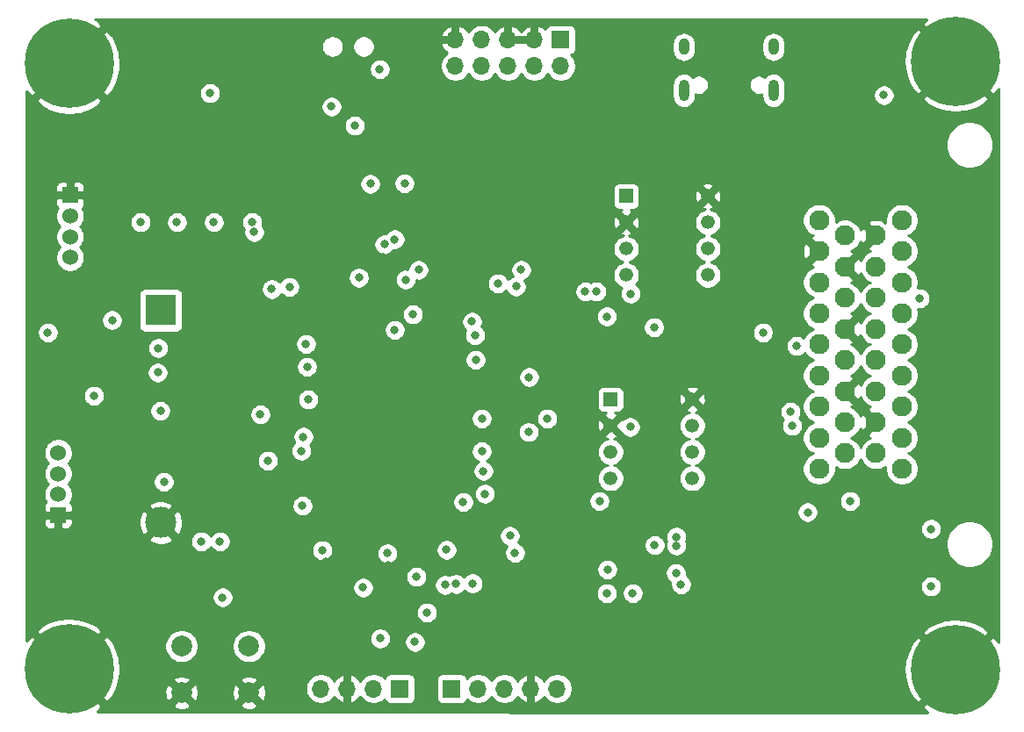
<source format=gbr>
%TF.GenerationSoftware,KiCad,Pcbnew,(5.1.12)-1*%
%TF.CreationDate,2022-03-21T20:12:08+01:00*%
%TF.ProjectId,TelemetryPrimePCB,54656c65-6d65-4747-9279-5072696d6550,rev?*%
%TF.SameCoordinates,Original*%
%TF.FileFunction,Copper,L2,Inr*%
%TF.FilePolarity,Positive*%
%FSLAX46Y46*%
G04 Gerber Fmt 4.6, Leading zero omitted, Abs format (unit mm)*
G04 Created by KiCad (PCBNEW (5.1.12)-1) date 2022-03-21 20:12:08*
%MOMM*%
%LPD*%
G01*
G04 APERTURE LIST*
%TA.AperFunction,ComponentPad*%
%ADD10O,1.700000X1.700000*%
%TD*%
%TA.AperFunction,ComponentPad*%
%ADD11R,1.700000X1.700000*%
%TD*%
%TA.AperFunction,ComponentPad*%
%ADD12O,1.000000X1.600000*%
%TD*%
%TA.AperFunction,ComponentPad*%
%ADD13O,1.000000X2.100000*%
%TD*%
%TA.AperFunction,ComponentPad*%
%ADD14C,3.000000*%
%TD*%
%TA.AperFunction,ComponentPad*%
%ADD15R,3.000000X3.000000*%
%TD*%
%TA.AperFunction,ComponentPad*%
%ADD16R,1.338000X1.338000*%
%TD*%
%TA.AperFunction,ComponentPad*%
%ADD17C,1.338000*%
%TD*%
%TA.AperFunction,ComponentPad*%
%ADD18C,2.000000*%
%TD*%
%TA.AperFunction,ComponentPad*%
%ADD19C,1.524000*%
%TD*%
%TA.AperFunction,ComponentPad*%
%ADD20R,1.524000X1.524000*%
%TD*%
%TA.AperFunction,ComponentPad*%
%ADD21C,0.900000*%
%TD*%
%TA.AperFunction,ComponentPad*%
%ADD22C,8.600000*%
%TD*%
%TA.AperFunction,ComponentPad*%
%ADD23C,1.950000*%
%TD*%
%TA.AperFunction,ViaPad*%
%ADD24C,0.800000*%
%TD*%
%TA.AperFunction,Conductor*%
%ADD25C,0.300000*%
%TD*%
%TA.AperFunction,Conductor*%
%ADD26C,0.254000*%
%TD*%
%TA.AperFunction,Conductor*%
%ADD27C,0.100000*%
%TD*%
G04 APERTURE END LIST*
D10*
%TO.N,+3V3*%
%TO.C,J8*%
X154160000Y-119600000D03*
%TO.N,GND*%
X151620000Y-119600000D03*
%TO.N,SPI_MISO*%
X149080000Y-119600000D03*
%TO.N,SPI_MOSI*%
X146540000Y-119600000D03*
D11*
%TO.N,SPI_SCK*%
X144000000Y-119600000D03*
%TD*%
D12*
%TO.N,Net-(J7-PadS1)*%
%TO.C,J7*%
X175020000Y-57700000D03*
X166380000Y-57700000D03*
D13*
X166380000Y-61880000D03*
X175020000Y-61880000D03*
%TD*%
D14*
%TO.N,GND*%
%TO.C,BT1*%
X115950000Y-103590000D03*
D15*
%TO.N,VBAT*%
X115950000Y-83100000D03*
%TD*%
D16*
%TO.N,CAN1_TX*%
%TO.C,U4*%
X160813000Y-72090000D03*
D17*
%TO.N,GND*%
X160813000Y-74630000D03*
%TO.N,+5V*%
X160813000Y-77170000D03*
%TO.N,CAN1_RX*%
X160813000Y-79710000D03*
%TO.N,Net-(U4-Pad5)*%
X168687000Y-79710000D03*
%TO.N,CAN1_L*%
X168687000Y-77170000D03*
%TO.N,CAN1_H*%
X168687000Y-74630000D03*
%TO.N,GND*%
X168687000Y-72090000D03*
%TD*%
D11*
%TO.N,UART7_TX*%
%TO.C,J5*%
X139000000Y-119600000D03*
D10*
%TO.N,UART7_RX*%
X136460000Y-119600000D03*
%TO.N,GND*%
X133920000Y-119600000D03*
%TO.N,+3V3*%
X131380000Y-119600000D03*
%TD*%
D11*
%TO.N,5V_STLink*%
%TO.C,J2*%
X154500000Y-57000000D03*
D10*
%TO.N,SWDIO*%
X154500000Y-59540000D03*
%TO.N,GND*%
X151960000Y-57000000D03*
%TO.N,SWCLK*%
X151960000Y-59540000D03*
%TO.N,GND*%
X149420000Y-57000000D03*
%TO.N,SWO*%
X149420000Y-59540000D03*
%TO.N,Net-(J2-Pad7)*%
X146880000Y-57000000D03*
%TO.N,Net-(J2-Pad8)*%
X146880000Y-59540000D03*
%TO.N,GND*%
X144340000Y-57000000D03*
%TO.N,NRST*%
X144340000Y-59540000D03*
%TD*%
D18*
%TO.N,NRST*%
%TO.C,SW1*%
X124450000Y-115500000D03*
%TO.N,GND*%
X124450000Y-120000000D03*
%TO.N,NRST*%
X117950000Y-115500000D03*
%TO.N,GND*%
X117950000Y-120000000D03*
%TD*%
D19*
%TO.N,USART1_RX*%
%TO.C,J4*%
X106050000Y-96850000D03*
%TO.N,USART1_TX*%
X106050000Y-98850000D03*
%TO.N,+3V3*%
X106050000Y-100850000D03*
D20*
%TO.N,GND*%
X106050000Y-102850000D03*
%TD*%
%TO.N,GND*%
%TO.C,J3*%
X107200000Y-72000000D03*
D19*
%TO.N,+3V3*%
X107200000Y-74000000D03*
%TO.N,I2C2_SDA*%
X107200000Y-76000000D03*
%TO.N,I2C2_CLK*%
X107200000Y-78000000D03*
%TD*%
D21*
%TO.N,GND*%
%TO.C,H1*%
X109380419Y-115419581D03*
X107100000Y-114475000D03*
X104819581Y-115419581D03*
X103875000Y-117700000D03*
X104819581Y-119980419D03*
X107100000Y-120925000D03*
X109380419Y-119980419D03*
X110325000Y-117700000D03*
D22*
X107100000Y-117700000D03*
%TD*%
D21*
%TO.N,GND*%
%TO.C,H2*%
X194830419Y-115519581D03*
X192550000Y-114575000D03*
X190269581Y-115519581D03*
X189325000Y-117800000D03*
X190269581Y-120080419D03*
X192550000Y-121025000D03*
X194830419Y-120080419D03*
X195775000Y-117800000D03*
D22*
X192550000Y-117800000D03*
%TD*%
D21*
%TO.N,GND*%
%TO.C,H3*%
X194830419Y-56819581D03*
X192550000Y-55875000D03*
X190269581Y-56819581D03*
X189325000Y-59100000D03*
X190269581Y-61380419D03*
X192550000Y-62325000D03*
X194830419Y-61380419D03*
X195775000Y-59100000D03*
D22*
X192550000Y-59100000D03*
%TD*%
D21*
%TO.N,GND*%
%TO.C,H4*%
X109380419Y-57019581D03*
X107100000Y-56075000D03*
X104819581Y-57019581D03*
X103875000Y-59300000D03*
X104819581Y-61580419D03*
X107100000Y-62525000D03*
X109380419Y-61580419D03*
X110325000Y-59300000D03*
D22*
X107100000Y-59300000D03*
%TD*%
D17*
%TO.N,GND*%
%TO.C,U5*%
X167187000Y-91690000D03*
%TO.N,CAN2_H*%
X167187000Y-94230000D03*
%TO.N,CAN2_L*%
X167187000Y-96770000D03*
%TO.N,Net-(U5-Pad5)*%
X167187000Y-99310000D03*
%TO.N,CAN2_RX*%
X159313000Y-99310000D03*
%TO.N,+5V*%
X159313000Y-96770000D03*
%TO.N,GND*%
X159313000Y-94230000D03*
D16*
%TO.N,CAN2_TX*%
X159313000Y-91690000D03*
%TD*%
D23*
%TO.N,I2C1_SDA*%
%TO.C,J1*%
X187400000Y-74400000D03*
%TO.N,Net-(J1-Pad33)*%
X187400000Y-77400000D03*
%TO.N,Net-(J1-Pad32)*%
X187400000Y-80400000D03*
%TO.N,Net-(J1-Pad31)*%
X187400000Y-83400000D03*
%TO.N,Net-(J1-Pad30)*%
X187400000Y-86400000D03*
%TO.N,USART2_TX*%
X187400000Y-89400000D03*
%TO.N,USART2_RX*%
X187400000Y-92400000D03*
%TO.N,CAN2_L*%
X187400000Y-95400000D03*
%TO.N,+12V*%
X187400000Y-98400000D03*
%TO.N,GND*%
X184900000Y-75900000D03*
%TO.N,CAN1_L*%
X184900000Y-78900000D03*
%TO.N,+3V3*%
X184900000Y-81900000D03*
%TO.N,I2C3_SDA*%
X184900000Y-84900000D03*
%TO.N,+8V*%
X184900000Y-87900000D03*
%TO.N,ADC4*%
X184900000Y-90900000D03*
%TO.N,GND*%
X184900000Y-93900000D03*
%TO.N,VSS2*%
X184900000Y-96900000D03*
%TO.N,I2C1_CLK*%
X181900000Y-75900000D03*
%TO.N,GND*%
X181900000Y-78900000D03*
%TO.N,I2C3_CLK*%
X181900000Y-81900000D03*
%TO.N,GND*%
X181900000Y-84900000D03*
%TO.N,ADC3*%
X181900000Y-87900000D03*
%TO.N,GND*%
X181900000Y-90900000D03*
%TO.N,ADC2*%
X181900000Y-93900000D03*
%TO.N,I2C4_CLK*%
X181900000Y-96900000D03*
%TO.N,CAN1_H*%
X179400000Y-74400000D03*
%TO.N,GND*%
X179400000Y-77400000D03*
%TO.N,ADC5*%
X179400000Y-80400000D03*
%TO.N,ADC6*%
X179400000Y-83400000D03*
%TO.N,+5V*%
X179400000Y-86400000D03*
%TO.N,VSS1*%
X179400000Y-89400000D03*
%TO.N,ADC1*%
X179400000Y-92400000D03*
%TO.N,CAN2_H*%
X179400000Y-95400000D03*
%TO.N,I2C4_SDA*%
X179400000Y-98400000D03*
%TD*%
D24*
%TO.N,GND*%
X189400000Y-85000000D03*
X153600000Y-83500000D03*
X170250000Y-67100000D03*
X176500000Y-62500000D03*
X164750000Y-62500000D03*
X158000000Y-66150000D03*
X159650000Y-65100000D03*
X180250000Y-59800000D03*
X118500000Y-96000000D03*
X122700000Y-93900000D03*
X169650000Y-120600000D03*
X188550000Y-93900000D03*
X127750000Y-112050000D03*
X137350000Y-77950000D03*
X162850000Y-107550000D03*
X155850000Y-110750000D03*
X157050000Y-108150000D03*
X119700000Y-108300000D03*
X176450000Y-114300000D03*
X180100000Y-112950000D03*
X175500000Y-105300000D03*
X183200000Y-106300000D03*
X166550000Y-121150000D03*
X170250000Y-115600000D03*
X122550000Y-98300000D03*
X118100000Y-98250000D03*
X123700000Y-93150000D03*
X118900000Y-89000000D03*
X119000000Y-86700000D03*
X154300000Y-95900000D03*
X156950000Y-99650000D03*
X141800000Y-77000000D03*
X127850000Y-77650000D03*
X123800000Y-79850000D03*
X112700000Y-66600000D03*
X112700000Y-58250000D03*
X128800000Y-58300000D03*
X128800000Y-66700000D03*
X130950000Y-59850000D03*
X154300000Y-90650000D03*
X122250000Y-91750000D03*
X170250000Y-117800000D03*
X118500000Y-62150000D03*
X152100000Y-80800000D03*
X167650000Y-110000000D03*
X152450000Y-103700000D03*
X147300000Y-108350000D03*
X143150000Y-108300000D03*
X137900000Y-107700000D03*
X131850000Y-107400000D03*
X123100000Y-105550000D03*
X125450000Y-105550000D03*
X107650000Y-91250000D03*
X168850000Y-121150000D03*
X171850000Y-121200000D03*
X159550000Y-119050000D03*
X177350000Y-113250000D03*
X181000000Y-111800000D03*
X180800000Y-115800000D03*
X182400000Y-107050000D03*
X177300000Y-105250000D03*
X154900000Y-111800000D03*
X156100000Y-109250000D03*
X160600000Y-107500000D03*
X176700000Y-77300000D03*
X179700000Y-116800000D03*
%TO.N,+3V3*%
X163500000Y-84750000D03*
X125550000Y-93150000D03*
X189100000Y-81950000D03*
X137050000Y-59850000D03*
X165600000Y-108450000D03*
X158950000Y-110400000D03*
X161450000Y-110400000D03*
X166100000Y-109550000D03*
X120700000Y-62150000D03*
X143500000Y-106200000D03*
X149600000Y-104850000D03*
X119850000Y-105400000D03*
X121650000Y-105400000D03*
X109500000Y-91350000D03*
X105050000Y-85250000D03*
X111250000Y-84050000D03*
X114000000Y-74600000D03*
X117500000Y-74600000D03*
X121050000Y-74600000D03*
X124750000Y-74600000D03*
X124950000Y-75550000D03*
X132400000Y-63450000D03*
X134650000Y-65300000D03*
X136150000Y-70900000D03*
X135450000Y-109850000D03*
X121900000Y-110800000D03*
X159000000Y-108100000D03*
X163550000Y-105750000D03*
X165650000Y-105800000D03*
X165650000Y-104950000D03*
X135050000Y-79950000D03*
X140800000Y-79200000D03*
X150200000Y-80800000D03*
X128350000Y-80850000D03*
X126650000Y-81050000D03*
X151450000Y-89550000D03*
X158950000Y-83700000D03*
X151400000Y-94850000D03*
X137800000Y-106550000D03*
X131500000Y-106250000D03*
X141600000Y-112250000D03*
X126250000Y-97600000D03*
%TO.N,USART1_RX*%
X130150000Y-91700000D03*
X115900000Y-92800000D03*
%TO.N,USART1_TX*%
X116250000Y-99650000D03*
X129500000Y-96650000D03*
%TO.N,SDMMC_D1*%
X138500000Y-85000000D03*
%TO.N,SDMMC_D0*%
X140250000Y-83500000D03*
%TO.N,SDMMC_CK*%
X139450000Y-70850000D03*
%TO.N,SDMMC_CMD*%
X139550000Y-80150000D03*
%TO.N,SDMMC_D3*%
X137500000Y-76750000D03*
%TO.N,SDMMC_D2*%
X138500000Y-76250000D03*
%TO.N,NRST*%
X129700000Y-95300000D03*
X129600000Y-101950000D03*
%TO.N,I2C2_CLK*%
X115650000Y-89100000D03*
X130055331Y-88555331D03*
%TO.N,I2C2_SDA*%
X115700000Y-86750000D03*
X129950000Y-86350000D03*
%TO.N,ADC3*%
X146900000Y-93550000D03*
X153200000Y-93550000D03*
%TO.N,ADC4*%
X146900000Y-96700000D03*
X161200000Y-94350000D03*
%TO.N,ADC1*%
X147050000Y-98600000D03*
X176650000Y-92900000D03*
%TO.N,ADC2*%
X147200000Y-100800000D03*
X176800000Y-94250000D03*
%TO.N,USART2_TX*%
X150100000Y-106500000D03*
X178304992Y-102575010D03*
%TO.N,USART2_RX*%
X158250000Y-101500000D03*
X182400000Y-101500000D03*
%TO.N,USB_OTG_D-*%
X157925000Y-81300000D03*
%TO.N,USB_OTG_D+*%
X156875000Y-81300000D03*
%TO.N,SWDIO*%
X150689998Y-79200000D03*
%TO.N,SWCLK*%
X148450000Y-80500000D03*
%TO.N,SWO*%
X145950000Y-84200000D03*
%TO.N,+5V*%
X177250000Y-86550000D03*
%TO.N,SPI_SCK*%
X144400000Y-109500000D03*
%TO.N,SPI_MISO*%
X145100000Y-101600000D03*
%TO.N,SPI_MOSI*%
X146000000Y-109450000D03*
%TO.N,+8V*%
X190200000Y-109750000D03*
X190200000Y-104200000D03*
%TO.N,Net-(D3-Pad1)*%
X185650000Y-62350000D03*
%TO.N,UART7_RX*%
X140600000Y-108800000D03*
X137100000Y-114750000D03*
%TO.N,UART7_TX*%
X143350000Y-109600000D03*
X140450000Y-115100000D03*
%TO.N,ADC5*%
X146250000Y-85500000D03*
X161250000Y-81500000D03*
%TO.N,ADC6*%
X146304000Y-87884000D03*
X174000000Y-85250000D03*
%TD*%
D25*
%TO.N,GND*%
X118600000Y-98400000D02*
X117400000Y-98400000D01*
%TD*%
D26*
%TO.N,GND*%
X189339968Y-55539243D02*
X192550000Y-58749275D01*
X192564143Y-58735133D01*
X192914868Y-59085858D01*
X192900725Y-59100000D01*
X196110757Y-62310032D01*
X196696056Y-61805742D01*
X196740001Y-61721338D01*
X196740000Y-115176471D01*
X196696056Y-115094258D01*
X196110757Y-114589968D01*
X192900725Y-117800000D01*
X192914868Y-117814143D01*
X192564143Y-118164868D01*
X192550000Y-118150725D01*
X189339968Y-121360757D01*
X189836255Y-121936768D01*
X109808231Y-121843168D01*
X110310032Y-121260757D01*
X110255012Y-121205737D01*
X117094988Y-121205737D01*
X117200803Y-121453103D01*
X117498686Y-121571343D01*
X117813911Y-121629197D01*
X118134367Y-121624442D01*
X118447737Y-121557261D01*
X118699197Y-121453103D01*
X118805012Y-121205737D01*
X123594988Y-121205737D01*
X123700803Y-121453103D01*
X123998686Y-121571343D01*
X124313911Y-121629197D01*
X124634367Y-121624442D01*
X124947737Y-121557261D01*
X125199197Y-121453103D01*
X125305012Y-121205737D01*
X124450000Y-120350725D01*
X123594988Y-121205737D01*
X118805012Y-121205737D01*
X117950000Y-120350725D01*
X117094988Y-121205737D01*
X110255012Y-121205737D01*
X107100000Y-118050725D01*
X107085858Y-118064868D01*
X106735133Y-117714143D01*
X106749275Y-117700000D01*
X107450725Y-117700000D01*
X110660757Y-120910032D01*
X111246056Y-120405742D01*
X111528160Y-119863911D01*
X116320803Y-119863911D01*
X116325558Y-120184367D01*
X116392739Y-120497737D01*
X116496897Y-120749197D01*
X116744263Y-120855012D01*
X117599275Y-120000000D01*
X118300725Y-120000000D01*
X119155737Y-120855012D01*
X119403103Y-120749197D01*
X119521343Y-120451314D01*
X119579197Y-120136089D01*
X119575159Y-119863911D01*
X122820803Y-119863911D01*
X122825558Y-120184367D01*
X122892739Y-120497737D01*
X122996897Y-120749197D01*
X123244263Y-120855012D01*
X124099275Y-120000000D01*
X124800725Y-120000000D01*
X125655737Y-120855012D01*
X125903103Y-120749197D01*
X126021343Y-120451314D01*
X126079197Y-120136089D01*
X126074442Y-119815633D01*
X126007261Y-119502263D01*
X125987163Y-119453740D01*
X129895000Y-119453740D01*
X129895000Y-119746260D01*
X129952068Y-120033158D01*
X130064010Y-120303411D01*
X130226525Y-120546632D01*
X130433368Y-120753475D01*
X130676589Y-120915990D01*
X130946842Y-121027932D01*
X131233740Y-121085000D01*
X131526260Y-121085000D01*
X131813158Y-121027932D01*
X132083411Y-120915990D01*
X132326632Y-120753475D01*
X132533475Y-120546632D01*
X132657361Y-120361224D01*
X132808102Y-120572234D01*
X133019140Y-120770473D01*
X133264798Y-120923732D01*
X133447280Y-120999309D01*
X133672000Y-120896748D01*
X133672000Y-119848000D01*
X133652000Y-119848000D01*
X133652000Y-119352000D01*
X133672000Y-119352000D01*
X133672000Y-118303252D01*
X134168000Y-118303252D01*
X134168000Y-119352000D01*
X134188000Y-119352000D01*
X134188000Y-119848000D01*
X134168000Y-119848000D01*
X134168000Y-120896748D01*
X134392720Y-120999309D01*
X134575202Y-120923732D01*
X134820860Y-120770473D01*
X135031898Y-120572234D01*
X135182639Y-120361224D01*
X135306525Y-120546632D01*
X135513368Y-120753475D01*
X135756589Y-120915990D01*
X136026842Y-121027932D01*
X136313740Y-121085000D01*
X136606260Y-121085000D01*
X136893158Y-121027932D01*
X137163411Y-120915990D01*
X137406632Y-120753475D01*
X137538487Y-120621620D01*
X137560498Y-120694180D01*
X137619463Y-120804494D01*
X137698815Y-120901185D01*
X137795506Y-120980537D01*
X137905820Y-121039502D01*
X138025518Y-121075812D01*
X138150000Y-121088072D01*
X139850000Y-121088072D01*
X139974482Y-121075812D01*
X140094180Y-121039502D01*
X140204494Y-120980537D01*
X140301185Y-120901185D01*
X140380537Y-120804494D01*
X140439502Y-120694180D01*
X140475812Y-120574482D01*
X140488072Y-120450000D01*
X140488072Y-118750000D01*
X142511928Y-118750000D01*
X142511928Y-120450000D01*
X142524188Y-120574482D01*
X142560498Y-120694180D01*
X142619463Y-120804494D01*
X142698815Y-120901185D01*
X142795506Y-120980537D01*
X142905820Y-121039502D01*
X143025518Y-121075812D01*
X143150000Y-121088072D01*
X144850000Y-121088072D01*
X144974482Y-121075812D01*
X145094180Y-121039502D01*
X145204494Y-120980537D01*
X145301185Y-120901185D01*
X145380537Y-120804494D01*
X145439502Y-120694180D01*
X145461513Y-120621620D01*
X145593368Y-120753475D01*
X145836589Y-120915990D01*
X146106842Y-121027932D01*
X146393740Y-121085000D01*
X146686260Y-121085000D01*
X146973158Y-121027932D01*
X147243411Y-120915990D01*
X147486632Y-120753475D01*
X147693475Y-120546632D01*
X147810000Y-120372240D01*
X147926525Y-120546632D01*
X148133368Y-120753475D01*
X148376589Y-120915990D01*
X148646842Y-121027932D01*
X148933740Y-121085000D01*
X149226260Y-121085000D01*
X149513158Y-121027932D01*
X149783411Y-120915990D01*
X150026632Y-120753475D01*
X150233475Y-120546632D01*
X150357361Y-120361224D01*
X150508102Y-120572234D01*
X150719140Y-120770473D01*
X150964798Y-120923732D01*
X151147280Y-120999309D01*
X151372000Y-120896748D01*
X151372000Y-119848000D01*
X151352000Y-119848000D01*
X151352000Y-119352000D01*
X151372000Y-119352000D01*
X151372000Y-118303252D01*
X151868000Y-118303252D01*
X151868000Y-119352000D01*
X151888000Y-119352000D01*
X151888000Y-119848000D01*
X151868000Y-119848000D01*
X151868000Y-120896748D01*
X152092720Y-120999309D01*
X152275202Y-120923732D01*
X152520860Y-120770473D01*
X152731898Y-120572234D01*
X152882639Y-120361224D01*
X153006525Y-120546632D01*
X153213368Y-120753475D01*
X153456589Y-120915990D01*
X153726842Y-121027932D01*
X154013740Y-121085000D01*
X154306260Y-121085000D01*
X154593158Y-121027932D01*
X154863411Y-120915990D01*
X155106632Y-120753475D01*
X155313475Y-120546632D01*
X155475990Y-120303411D01*
X155587932Y-120033158D01*
X155645000Y-119746260D01*
X155645000Y-119453740D01*
X155587932Y-119166842D01*
X155475990Y-118896589D01*
X155313475Y-118653368D01*
X155106632Y-118446525D01*
X154863411Y-118284010D01*
X154593158Y-118172068D01*
X154306260Y-118115000D01*
X154013740Y-118115000D01*
X153726842Y-118172068D01*
X153456589Y-118284010D01*
X153213368Y-118446525D01*
X153006525Y-118653368D01*
X152882639Y-118838776D01*
X152731898Y-118627766D01*
X152520860Y-118429527D01*
X152275202Y-118276268D01*
X152092720Y-118200691D01*
X151868000Y-118303252D01*
X151372000Y-118303252D01*
X151147280Y-118200691D01*
X150964798Y-118276268D01*
X150719140Y-118429527D01*
X150508102Y-118627766D01*
X150357361Y-118838776D01*
X150233475Y-118653368D01*
X150026632Y-118446525D01*
X149783411Y-118284010D01*
X149513158Y-118172068D01*
X149226260Y-118115000D01*
X148933740Y-118115000D01*
X148646842Y-118172068D01*
X148376589Y-118284010D01*
X148133368Y-118446525D01*
X147926525Y-118653368D01*
X147810000Y-118827760D01*
X147693475Y-118653368D01*
X147486632Y-118446525D01*
X147243411Y-118284010D01*
X146973158Y-118172068D01*
X146686260Y-118115000D01*
X146393740Y-118115000D01*
X146106842Y-118172068D01*
X145836589Y-118284010D01*
X145593368Y-118446525D01*
X145461513Y-118578380D01*
X145439502Y-118505820D01*
X145380537Y-118395506D01*
X145301185Y-118298815D01*
X145204494Y-118219463D01*
X145094180Y-118160498D01*
X144974482Y-118124188D01*
X144850000Y-118111928D01*
X143150000Y-118111928D01*
X143025518Y-118124188D01*
X142905820Y-118160498D01*
X142795506Y-118219463D01*
X142698815Y-118298815D01*
X142619463Y-118395506D01*
X142560498Y-118505820D01*
X142524188Y-118625518D01*
X142511928Y-118750000D01*
X140488072Y-118750000D01*
X140475812Y-118625518D01*
X140439502Y-118505820D01*
X140380537Y-118395506D01*
X140301185Y-118298815D01*
X140204494Y-118219463D01*
X140094180Y-118160498D01*
X139974482Y-118124188D01*
X139850000Y-118111928D01*
X138150000Y-118111928D01*
X138025518Y-118124188D01*
X137905820Y-118160498D01*
X137795506Y-118219463D01*
X137698815Y-118298815D01*
X137619463Y-118395506D01*
X137560498Y-118505820D01*
X137538487Y-118578380D01*
X137406632Y-118446525D01*
X137163411Y-118284010D01*
X136893158Y-118172068D01*
X136606260Y-118115000D01*
X136313740Y-118115000D01*
X136026842Y-118172068D01*
X135756589Y-118284010D01*
X135513368Y-118446525D01*
X135306525Y-118653368D01*
X135182639Y-118838776D01*
X135031898Y-118627766D01*
X134820860Y-118429527D01*
X134575202Y-118276268D01*
X134392720Y-118200691D01*
X134168000Y-118303252D01*
X133672000Y-118303252D01*
X133447280Y-118200691D01*
X133264798Y-118276268D01*
X133019140Y-118429527D01*
X132808102Y-118627766D01*
X132657361Y-118838776D01*
X132533475Y-118653368D01*
X132326632Y-118446525D01*
X132083411Y-118284010D01*
X131813158Y-118172068D01*
X131526260Y-118115000D01*
X131233740Y-118115000D01*
X130946842Y-118172068D01*
X130676589Y-118284010D01*
X130433368Y-118446525D01*
X130226525Y-118653368D01*
X130064010Y-118896589D01*
X129952068Y-119166842D01*
X129895000Y-119453740D01*
X125987163Y-119453740D01*
X125903103Y-119250803D01*
X125655737Y-119144988D01*
X124800725Y-120000000D01*
X124099275Y-120000000D01*
X123244263Y-119144988D01*
X122996897Y-119250803D01*
X122878657Y-119548686D01*
X122820803Y-119863911D01*
X119575159Y-119863911D01*
X119574442Y-119815633D01*
X119507261Y-119502263D01*
X119403103Y-119250803D01*
X119155737Y-119144988D01*
X118300725Y-120000000D01*
X117599275Y-120000000D01*
X116744263Y-119144988D01*
X116496897Y-119250803D01*
X116378657Y-119548686D01*
X116320803Y-119863911D01*
X111528160Y-119863911D01*
X111694255Y-119544897D01*
X111913097Y-118794263D01*
X117094988Y-118794263D01*
X117950000Y-119649275D01*
X118805012Y-118794263D01*
X123594988Y-118794263D01*
X124450000Y-119649275D01*
X125305012Y-118794263D01*
X125199197Y-118546897D01*
X124901314Y-118428657D01*
X124586089Y-118370803D01*
X124265633Y-118375558D01*
X123952263Y-118442739D01*
X123700803Y-118546897D01*
X123594988Y-118794263D01*
X118805012Y-118794263D01*
X118699197Y-118546897D01*
X118401314Y-118428657D01*
X118086089Y-118370803D01*
X117765633Y-118375558D01*
X117452263Y-118442739D01*
X117200803Y-118546897D01*
X117094988Y-118794263D01*
X111913097Y-118794263D01*
X111965899Y-118613153D01*
X112032394Y-117853683D01*
X187599450Y-117853683D01*
X187705046Y-118818456D01*
X187996831Y-119744090D01*
X188403944Y-120505742D01*
X188989243Y-121010032D01*
X192199275Y-117800000D01*
X188989243Y-114589968D01*
X188403944Y-115094258D01*
X187955745Y-115955103D01*
X187684101Y-116886847D01*
X187599450Y-117853683D01*
X112032394Y-117853683D01*
X112050550Y-117646317D01*
X111944954Y-116681544D01*
X111653169Y-115755910D01*
X111430308Y-115338967D01*
X116315000Y-115338967D01*
X116315000Y-115661033D01*
X116377832Y-115976912D01*
X116501082Y-116274463D01*
X116680013Y-116542252D01*
X116907748Y-116769987D01*
X117175537Y-116948918D01*
X117473088Y-117072168D01*
X117788967Y-117135000D01*
X118111033Y-117135000D01*
X118426912Y-117072168D01*
X118724463Y-116948918D01*
X118992252Y-116769987D01*
X119219987Y-116542252D01*
X119398918Y-116274463D01*
X119522168Y-115976912D01*
X119585000Y-115661033D01*
X119585000Y-115338967D01*
X122815000Y-115338967D01*
X122815000Y-115661033D01*
X122877832Y-115976912D01*
X123001082Y-116274463D01*
X123180013Y-116542252D01*
X123407748Y-116769987D01*
X123675537Y-116948918D01*
X123973088Y-117072168D01*
X124288967Y-117135000D01*
X124611033Y-117135000D01*
X124926912Y-117072168D01*
X125224463Y-116948918D01*
X125492252Y-116769987D01*
X125719987Y-116542252D01*
X125898918Y-116274463D01*
X126022168Y-115976912D01*
X126085000Y-115661033D01*
X126085000Y-115338967D01*
X126022168Y-115023088D01*
X125898918Y-114725537D01*
X125847151Y-114648061D01*
X136065000Y-114648061D01*
X136065000Y-114851939D01*
X136104774Y-115051898D01*
X136182795Y-115240256D01*
X136296063Y-115409774D01*
X136440226Y-115553937D01*
X136609744Y-115667205D01*
X136798102Y-115745226D01*
X136998061Y-115785000D01*
X137201939Y-115785000D01*
X137401898Y-115745226D01*
X137590256Y-115667205D01*
X137759774Y-115553937D01*
X137903937Y-115409774D01*
X138017205Y-115240256D01*
X138095226Y-115051898D01*
X138105934Y-114998061D01*
X139415000Y-114998061D01*
X139415000Y-115201939D01*
X139454774Y-115401898D01*
X139532795Y-115590256D01*
X139646063Y-115759774D01*
X139790226Y-115903937D01*
X139959744Y-116017205D01*
X140148102Y-116095226D01*
X140348061Y-116135000D01*
X140551939Y-116135000D01*
X140751898Y-116095226D01*
X140940256Y-116017205D01*
X141109774Y-115903937D01*
X141253937Y-115759774D01*
X141367205Y-115590256D01*
X141445226Y-115401898D01*
X141485000Y-115201939D01*
X141485000Y-114998061D01*
X141445226Y-114798102D01*
X141367205Y-114609744D01*
X141253937Y-114440226D01*
X141109774Y-114296063D01*
X141024737Y-114239243D01*
X189339968Y-114239243D01*
X192550000Y-117449275D01*
X195760032Y-114239243D01*
X195255742Y-113653944D01*
X194394897Y-113205745D01*
X193463153Y-112934101D01*
X192496317Y-112849450D01*
X191531544Y-112955046D01*
X190605910Y-113246831D01*
X189844258Y-113653944D01*
X189339968Y-114239243D01*
X141024737Y-114239243D01*
X140940256Y-114182795D01*
X140751898Y-114104774D01*
X140551939Y-114065000D01*
X140348061Y-114065000D01*
X140148102Y-114104774D01*
X139959744Y-114182795D01*
X139790226Y-114296063D01*
X139646063Y-114440226D01*
X139532795Y-114609744D01*
X139454774Y-114798102D01*
X139415000Y-114998061D01*
X138105934Y-114998061D01*
X138135000Y-114851939D01*
X138135000Y-114648061D01*
X138095226Y-114448102D01*
X138017205Y-114259744D01*
X137903937Y-114090226D01*
X137759774Y-113946063D01*
X137590256Y-113832795D01*
X137401898Y-113754774D01*
X137201939Y-113715000D01*
X136998061Y-113715000D01*
X136798102Y-113754774D01*
X136609744Y-113832795D01*
X136440226Y-113946063D01*
X136296063Y-114090226D01*
X136182795Y-114259744D01*
X136104774Y-114448102D01*
X136065000Y-114648061D01*
X125847151Y-114648061D01*
X125719987Y-114457748D01*
X125492252Y-114230013D01*
X125224463Y-114051082D01*
X124926912Y-113927832D01*
X124611033Y-113865000D01*
X124288967Y-113865000D01*
X123973088Y-113927832D01*
X123675537Y-114051082D01*
X123407748Y-114230013D01*
X123180013Y-114457748D01*
X123001082Y-114725537D01*
X122877832Y-115023088D01*
X122815000Y-115338967D01*
X119585000Y-115338967D01*
X119522168Y-115023088D01*
X119398918Y-114725537D01*
X119219987Y-114457748D01*
X118992252Y-114230013D01*
X118724463Y-114051082D01*
X118426912Y-113927832D01*
X118111033Y-113865000D01*
X117788967Y-113865000D01*
X117473088Y-113927832D01*
X117175537Y-114051082D01*
X116907748Y-114230013D01*
X116680013Y-114457748D01*
X116501082Y-114725537D01*
X116377832Y-115023088D01*
X116315000Y-115338967D01*
X111430308Y-115338967D01*
X111246056Y-114994258D01*
X110660757Y-114489968D01*
X107450725Y-117700000D01*
X106749275Y-117700000D01*
X103539243Y-114489968D01*
X102960000Y-114989040D01*
X102960000Y-114139243D01*
X103889968Y-114139243D01*
X107100000Y-117349275D01*
X110310032Y-114139243D01*
X109805742Y-113553944D01*
X108944897Y-113105745D01*
X108013153Y-112834101D01*
X107046317Y-112749450D01*
X106081544Y-112855046D01*
X105155910Y-113146831D01*
X104394258Y-113553944D01*
X103889968Y-114139243D01*
X102960000Y-114139243D01*
X102960000Y-112148061D01*
X140565000Y-112148061D01*
X140565000Y-112351939D01*
X140604774Y-112551898D01*
X140682795Y-112740256D01*
X140796063Y-112909774D01*
X140940226Y-113053937D01*
X141109744Y-113167205D01*
X141298102Y-113245226D01*
X141498061Y-113285000D01*
X141701939Y-113285000D01*
X141901898Y-113245226D01*
X142090256Y-113167205D01*
X142259774Y-113053937D01*
X142403937Y-112909774D01*
X142517205Y-112740256D01*
X142595226Y-112551898D01*
X142635000Y-112351939D01*
X142635000Y-112148061D01*
X142595226Y-111948102D01*
X142517205Y-111759744D01*
X142403937Y-111590226D01*
X142259774Y-111446063D01*
X142090256Y-111332795D01*
X141901898Y-111254774D01*
X141701939Y-111215000D01*
X141498061Y-111215000D01*
X141298102Y-111254774D01*
X141109744Y-111332795D01*
X140940226Y-111446063D01*
X140796063Y-111590226D01*
X140682795Y-111759744D01*
X140604774Y-111948102D01*
X140565000Y-112148061D01*
X102960000Y-112148061D01*
X102960000Y-110698061D01*
X120865000Y-110698061D01*
X120865000Y-110901939D01*
X120904774Y-111101898D01*
X120982795Y-111290256D01*
X121096063Y-111459774D01*
X121240226Y-111603937D01*
X121409744Y-111717205D01*
X121598102Y-111795226D01*
X121798061Y-111835000D01*
X122001939Y-111835000D01*
X122201898Y-111795226D01*
X122390256Y-111717205D01*
X122559774Y-111603937D01*
X122703937Y-111459774D01*
X122817205Y-111290256D01*
X122895226Y-111101898D01*
X122935000Y-110901939D01*
X122935000Y-110698061D01*
X122895226Y-110498102D01*
X122817205Y-110309744D01*
X122703937Y-110140226D01*
X122559774Y-109996063D01*
X122390256Y-109882795D01*
X122201898Y-109804774D01*
X122001939Y-109765000D01*
X121798061Y-109765000D01*
X121598102Y-109804774D01*
X121409744Y-109882795D01*
X121240226Y-109996063D01*
X121096063Y-110140226D01*
X120982795Y-110309744D01*
X120904774Y-110498102D01*
X120865000Y-110698061D01*
X102960000Y-110698061D01*
X102960000Y-109748061D01*
X134415000Y-109748061D01*
X134415000Y-109951939D01*
X134454774Y-110151898D01*
X134532795Y-110340256D01*
X134646063Y-110509774D01*
X134790226Y-110653937D01*
X134959744Y-110767205D01*
X135148102Y-110845226D01*
X135348061Y-110885000D01*
X135551939Y-110885000D01*
X135751898Y-110845226D01*
X135940256Y-110767205D01*
X136109774Y-110653937D01*
X136253937Y-110509774D01*
X136367205Y-110340256D01*
X136445226Y-110151898D01*
X136485000Y-109951939D01*
X136485000Y-109748061D01*
X136445226Y-109548102D01*
X136367205Y-109359744D01*
X136253937Y-109190226D01*
X136109774Y-109046063D01*
X135940256Y-108932795D01*
X135751898Y-108854774D01*
X135551939Y-108815000D01*
X135348061Y-108815000D01*
X135148102Y-108854774D01*
X134959744Y-108932795D01*
X134790226Y-109046063D01*
X134646063Y-109190226D01*
X134532795Y-109359744D01*
X134454774Y-109548102D01*
X134415000Y-109748061D01*
X102960000Y-109748061D01*
X102960000Y-108698061D01*
X139565000Y-108698061D01*
X139565000Y-108901939D01*
X139604774Y-109101898D01*
X139682795Y-109290256D01*
X139796063Y-109459774D01*
X139940226Y-109603937D01*
X140109744Y-109717205D01*
X140298102Y-109795226D01*
X140498061Y-109835000D01*
X140701939Y-109835000D01*
X140901898Y-109795226D01*
X141090256Y-109717205D01*
X141259774Y-109603937D01*
X141365650Y-109498061D01*
X142315000Y-109498061D01*
X142315000Y-109701939D01*
X142354774Y-109901898D01*
X142432795Y-110090256D01*
X142546063Y-110259774D01*
X142690226Y-110403937D01*
X142859744Y-110517205D01*
X143048102Y-110595226D01*
X143248061Y-110635000D01*
X143451939Y-110635000D01*
X143651898Y-110595226D01*
X143840256Y-110517205D01*
X143959236Y-110437705D01*
X144098102Y-110495226D01*
X144298061Y-110535000D01*
X144501939Y-110535000D01*
X144701898Y-110495226D01*
X144890256Y-110417205D01*
X145059774Y-110303937D01*
X145203937Y-110159774D01*
X145220810Y-110134521D01*
X145340226Y-110253937D01*
X145509744Y-110367205D01*
X145698102Y-110445226D01*
X145898061Y-110485000D01*
X146101939Y-110485000D01*
X146301898Y-110445226D01*
X146490256Y-110367205D01*
X146593737Y-110298061D01*
X157915000Y-110298061D01*
X157915000Y-110501939D01*
X157954774Y-110701898D01*
X158032795Y-110890256D01*
X158146063Y-111059774D01*
X158290226Y-111203937D01*
X158459744Y-111317205D01*
X158648102Y-111395226D01*
X158848061Y-111435000D01*
X159051939Y-111435000D01*
X159251898Y-111395226D01*
X159440256Y-111317205D01*
X159609774Y-111203937D01*
X159753937Y-111059774D01*
X159867205Y-110890256D01*
X159945226Y-110701898D01*
X159985000Y-110501939D01*
X159985000Y-110298061D01*
X160415000Y-110298061D01*
X160415000Y-110501939D01*
X160454774Y-110701898D01*
X160532795Y-110890256D01*
X160646063Y-111059774D01*
X160790226Y-111203937D01*
X160959744Y-111317205D01*
X161148102Y-111395226D01*
X161348061Y-111435000D01*
X161551939Y-111435000D01*
X161751898Y-111395226D01*
X161940256Y-111317205D01*
X162109774Y-111203937D01*
X162253937Y-111059774D01*
X162367205Y-110890256D01*
X162445226Y-110701898D01*
X162485000Y-110501939D01*
X162485000Y-110298061D01*
X162445226Y-110098102D01*
X162367205Y-109909744D01*
X162253937Y-109740226D01*
X162109774Y-109596063D01*
X161940256Y-109482795D01*
X161751898Y-109404774D01*
X161551939Y-109365000D01*
X161348061Y-109365000D01*
X161148102Y-109404774D01*
X160959744Y-109482795D01*
X160790226Y-109596063D01*
X160646063Y-109740226D01*
X160532795Y-109909744D01*
X160454774Y-110098102D01*
X160415000Y-110298061D01*
X159985000Y-110298061D01*
X159945226Y-110098102D01*
X159867205Y-109909744D01*
X159753937Y-109740226D01*
X159609774Y-109596063D01*
X159440256Y-109482795D01*
X159251898Y-109404774D01*
X159051939Y-109365000D01*
X158848061Y-109365000D01*
X158648102Y-109404774D01*
X158459744Y-109482795D01*
X158290226Y-109596063D01*
X158146063Y-109740226D01*
X158032795Y-109909744D01*
X157954774Y-110098102D01*
X157915000Y-110298061D01*
X146593737Y-110298061D01*
X146659774Y-110253937D01*
X146803937Y-110109774D01*
X146917205Y-109940256D01*
X146995226Y-109751898D01*
X147035000Y-109551939D01*
X147035000Y-109348061D01*
X146995226Y-109148102D01*
X146917205Y-108959744D01*
X146803937Y-108790226D01*
X146659774Y-108646063D01*
X146490256Y-108532795D01*
X146301898Y-108454774D01*
X146101939Y-108415000D01*
X145898061Y-108415000D01*
X145698102Y-108454774D01*
X145509744Y-108532795D01*
X145340226Y-108646063D01*
X145196063Y-108790226D01*
X145179190Y-108815479D01*
X145059774Y-108696063D01*
X144890256Y-108582795D01*
X144701898Y-108504774D01*
X144501939Y-108465000D01*
X144298061Y-108465000D01*
X144098102Y-108504774D01*
X143909744Y-108582795D01*
X143790764Y-108662295D01*
X143651898Y-108604774D01*
X143451939Y-108565000D01*
X143248061Y-108565000D01*
X143048102Y-108604774D01*
X142859744Y-108682795D01*
X142690226Y-108796063D01*
X142546063Y-108940226D01*
X142432795Y-109109744D01*
X142354774Y-109298102D01*
X142315000Y-109498061D01*
X141365650Y-109498061D01*
X141403937Y-109459774D01*
X141517205Y-109290256D01*
X141595226Y-109101898D01*
X141635000Y-108901939D01*
X141635000Y-108698061D01*
X141595226Y-108498102D01*
X141517205Y-108309744D01*
X141403937Y-108140226D01*
X141261772Y-107998061D01*
X157965000Y-107998061D01*
X157965000Y-108201939D01*
X158004774Y-108401898D01*
X158082795Y-108590256D01*
X158196063Y-108759774D01*
X158340226Y-108903937D01*
X158509744Y-109017205D01*
X158698102Y-109095226D01*
X158898061Y-109135000D01*
X159101939Y-109135000D01*
X159301898Y-109095226D01*
X159490256Y-109017205D01*
X159659774Y-108903937D01*
X159803937Y-108759774D01*
X159917205Y-108590256D01*
X159995226Y-108401898D01*
X160005934Y-108348061D01*
X164565000Y-108348061D01*
X164565000Y-108551939D01*
X164604774Y-108751898D01*
X164682795Y-108940256D01*
X164796063Y-109109774D01*
X164940226Y-109253937D01*
X165084445Y-109350301D01*
X165065000Y-109448061D01*
X165065000Y-109651939D01*
X165104774Y-109851898D01*
X165182795Y-110040256D01*
X165296063Y-110209774D01*
X165440226Y-110353937D01*
X165609744Y-110467205D01*
X165798102Y-110545226D01*
X165998061Y-110585000D01*
X166201939Y-110585000D01*
X166401898Y-110545226D01*
X166590256Y-110467205D01*
X166759774Y-110353937D01*
X166903937Y-110209774D01*
X167017205Y-110040256D01*
X167095226Y-109851898D01*
X167135000Y-109651939D01*
X167135000Y-109648061D01*
X189165000Y-109648061D01*
X189165000Y-109851939D01*
X189204774Y-110051898D01*
X189282795Y-110240256D01*
X189396063Y-110409774D01*
X189540226Y-110553937D01*
X189709744Y-110667205D01*
X189898102Y-110745226D01*
X190098061Y-110785000D01*
X190301939Y-110785000D01*
X190501898Y-110745226D01*
X190690256Y-110667205D01*
X190859774Y-110553937D01*
X191003937Y-110409774D01*
X191117205Y-110240256D01*
X191195226Y-110051898D01*
X191235000Y-109851939D01*
X191235000Y-109648061D01*
X191195226Y-109448102D01*
X191117205Y-109259744D01*
X191003937Y-109090226D01*
X190859774Y-108946063D01*
X190690256Y-108832795D01*
X190501898Y-108754774D01*
X190301939Y-108715000D01*
X190098061Y-108715000D01*
X189898102Y-108754774D01*
X189709744Y-108832795D01*
X189540226Y-108946063D01*
X189396063Y-109090226D01*
X189282795Y-109259744D01*
X189204774Y-109448102D01*
X189165000Y-109648061D01*
X167135000Y-109648061D01*
X167135000Y-109448061D01*
X167095226Y-109248102D01*
X167017205Y-109059744D01*
X166903937Y-108890226D01*
X166759774Y-108746063D01*
X166615555Y-108649699D01*
X166635000Y-108551939D01*
X166635000Y-108348061D01*
X166595226Y-108148102D01*
X166517205Y-107959744D01*
X166403937Y-107790226D01*
X166259774Y-107646063D01*
X166090256Y-107532795D01*
X165901898Y-107454774D01*
X165701939Y-107415000D01*
X165498061Y-107415000D01*
X165298102Y-107454774D01*
X165109744Y-107532795D01*
X164940226Y-107646063D01*
X164796063Y-107790226D01*
X164682795Y-107959744D01*
X164604774Y-108148102D01*
X164565000Y-108348061D01*
X160005934Y-108348061D01*
X160035000Y-108201939D01*
X160035000Y-107998061D01*
X159995226Y-107798102D01*
X159917205Y-107609744D01*
X159803937Y-107440226D01*
X159659774Y-107296063D01*
X159490256Y-107182795D01*
X159301898Y-107104774D01*
X159101939Y-107065000D01*
X158898061Y-107065000D01*
X158698102Y-107104774D01*
X158509744Y-107182795D01*
X158340226Y-107296063D01*
X158196063Y-107440226D01*
X158082795Y-107609744D01*
X158004774Y-107798102D01*
X157965000Y-107998061D01*
X141261772Y-107998061D01*
X141259774Y-107996063D01*
X141090256Y-107882795D01*
X140901898Y-107804774D01*
X140701939Y-107765000D01*
X140498061Y-107765000D01*
X140298102Y-107804774D01*
X140109744Y-107882795D01*
X139940226Y-107996063D01*
X139796063Y-108140226D01*
X139682795Y-108309744D01*
X139604774Y-108498102D01*
X139565000Y-108698061D01*
X102960000Y-108698061D01*
X102960000Y-105154795D01*
X114735930Y-105154795D01*
X114902853Y-105453196D01*
X115286465Y-105621683D01*
X115695577Y-105712095D01*
X116114465Y-105720955D01*
X116527034Y-105647923D01*
X116917427Y-105495807D01*
X116997147Y-105453196D01*
X117083928Y-105298061D01*
X118815000Y-105298061D01*
X118815000Y-105501939D01*
X118854774Y-105701898D01*
X118932795Y-105890256D01*
X119046063Y-106059774D01*
X119190226Y-106203937D01*
X119359744Y-106317205D01*
X119548102Y-106395226D01*
X119748061Y-106435000D01*
X119951939Y-106435000D01*
X120151898Y-106395226D01*
X120340256Y-106317205D01*
X120509774Y-106203937D01*
X120653937Y-106059774D01*
X120750000Y-105916005D01*
X120846063Y-106059774D01*
X120990226Y-106203937D01*
X121159744Y-106317205D01*
X121348102Y-106395226D01*
X121548061Y-106435000D01*
X121751939Y-106435000D01*
X121951898Y-106395226D01*
X122140256Y-106317205D01*
X122309774Y-106203937D01*
X122365650Y-106148061D01*
X130465000Y-106148061D01*
X130465000Y-106351939D01*
X130504774Y-106551898D01*
X130582795Y-106740256D01*
X130696063Y-106909774D01*
X130840226Y-107053937D01*
X131009744Y-107167205D01*
X131198102Y-107245226D01*
X131398061Y-107285000D01*
X131601939Y-107285000D01*
X131801898Y-107245226D01*
X131990256Y-107167205D01*
X132159774Y-107053937D01*
X132303937Y-106909774D01*
X132417205Y-106740256D01*
X132495226Y-106551898D01*
X132515880Y-106448061D01*
X136765000Y-106448061D01*
X136765000Y-106651939D01*
X136804774Y-106851898D01*
X136882795Y-107040256D01*
X136996063Y-107209774D01*
X137140226Y-107353937D01*
X137309744Y-107467205D01*
X137498102Y-107545226D01*
X137698061Y-107585000D01*
X137901939Y-107585000D01*
X138101898Y-107545226D01*
X138290256Y-107467205D01*
X138459774Y-107353937D01*
X138603937Y-107209774D01*
X138717205Y-107040256D01*
X138795226Y-106851898D01*
X138835000Y-106651939D01*
X138835000Y-106448061D01*
X138795226Y-106248102D01*
X138733077Y-106098061D01*
X142465000Y-106098061D01*
X142465000Y-106301939D01*
X142504774Y-106501898D01*
X142582795Y-106690256D01*
X142696063Y-106859774D01*
X142840226Y-107003937D01*
X143009744Y-107117205D01*
X143198102Y-107195226D01*
X143398061Y-107235000D01*
X143601939Y-107235000D01*
X143801898Y-107195226D01*
X143990256Y-107117205D01*
X144159774Y-107003937D01*
X144303937Y-106859774D01*
X144417205Y-106690256D01*
X144495226Y-106501898D01*
X144535000Y-106301939D01*
X144535000Y-106098061D01*
X144495226Y-105898102D01*
X144417205Y-105709744D01*
X144303937Y-105540226D01*
X144159774Y-105396063D01*
X143990256Y-105282795D01*
X143801898Y-105204774D01*
X143601939Y-105165000D01*
X143398061Y-105165000D01*
X143198102Y-105204774D01*
X143009744Y-105282795D01*
X142840226Y-105396063D01*
X142696063Y-105540226D01*
X142582795Y-105709744D01*
X142504774Y-105898102D01*
X142465000Y-106098061D01*
X138733077Y-106098061D01*
X138717205Y-106059744D01*
X138603937Y-105890226D01*
X138459774Y-105746063D01*
X138290256Y-105632795D01*
X138101898Y-105554774D01*
X137901939Y-105515000D01*
X137698061Y-105515000D01*
X137498102Y-105554774D01*
X137309744Y-105632795D01*
X137140226Y-105746063D01*
X136996063Y-105890226D01*
X136882795Y-106059744D01*
X136804774Y-106248102D01*
X136765000Y-106448061D01*
X132515880Y-106448061D01*
X132535000Y-106351939D01*
X132535000Y-106148061D01*
X132495226Y-105948102D01*
X132417205Y-105759744D01*
X132303937Y-105590226D01*
X132159774Y-105446063D01*
X131990256Y-105332795D01*
X131801898Y-105254774D01*
X131601939Y-105215000D01*
X131398061Y-105215000D01*
X131198102Y-105254774D01*
X131009744Y-105332795D01*
X130840226Y-105446063D01*
X130696063Y-105590226D01*
X130582795Y-105759744D01*
X130504774Y-105948102D01*
X130465000Y-106148061D01*
X122365650Y-106148061D01*
X122453937Y-106059774D01*
X122567205Y-105890256D01*
X122645226Y-105701898D01*
X122685000Y-105501939D01*
X122685000Y-105298061D01*
X122645226Y-105098102D01*
X122567205Y-104909744D01*
X122459173Y-104748061D01*
X148565000Y-104748061D01*
X148565000Y-104951939D01*
X148604774Y-105151898D01*
X148682795Y-105340256D01*
X148796063Y-105509774D01*
X148940226Y-105653937D01*
X149109744Y-105767205D01*
X149293888Y-105843481D01*
X149182795Y-106009744D01*
X149104774Y-106198102D01*
X149065000Y-106398061D01*
X149065000Y-106601939D01*
X149104774Y-106801898D01*
X149182795Y-106990256D01*
X149296063Y-107159774D01*
X149440226Y-107303937D01*
X149609744Y-107417205D01*
X149798102Y-107495226D01*
X149998061Y-107535000D01*
X150201939Y-107535000D01*
X150401898Y-107495226D01*
X150590256Y-107417205D01*
X150759774Y-107303937D01*
X150903937Y-107159774D01*
X151017205Y-106990256D01*
X151095226Y-106801898D01*
X151135000Y-106601939D01*
X151135000Y-106398061D01*
X151095226Y-106198102D01*
X151017205Y-106009744D01*
X150903937Y-105840226D01*
X150759774Y-105696063D01*
X150687934Y-105648061D01*
X162515000Y-105648061D01*
X162515000Y-105851939D01*
X162554774Y-106051898D01*
X162632795Y-106240256D01*
X162746063Y-106409774D01*
X162890226Y-106553937D01*
X163059744Y-106667205D01*
X163248102Y-106745226D01*
X163448061Y-106785000D01*
X163651939Y-106785000D01*
X163851898Y-106745226D01*
X164040256Y-106667205D01*
X164209774Y-106553937D01*
X164353937Y-106409774D01*
X164467205Y-106240256D01*
X164545226Y-106051898D01*
X164585000Y-105851939D01*
X164585000Y-105648061D01*
X164545226Y-105448102D01*
X164467205Y-105259744D01*
X164353937Y-105090226D01*
X164209774Y-104946063D01*
X164063104Y-104848061D01*
X164615000Y-104848061D01*
X164615000Y-105051939D01*
X164654774Y-105251898D01*
X164705765Y-105375000D01*
X164654774Y-105498102D01*
X164615000Y-105698061D01*
X164615000Y-105901939D01*
X164654774Y-106101898D01*
X164732795Y-106290256D01*
X164846063Y-106459774D01*
X164990226Y-106603937D01*
X165159744Y-106717205D01*
X165348102Y-106795226D01*
X165548061Y-106835000D01*
X165751939Y-106835000D01*
X165951898Y-106795226D01*
X166140256Y-106717205D01*
X166309774Y-106603937D01*
X166453937Y-106459774D01*
X166567205Y-106290256D01*
X166645226Y-106101898D01*
X166685000Y-105901939D01*
X166685000Y-105698061D01*
X166645226Y-105498102D01*
X166614924Y-105424947D01*
X191615000Y-105424947D01*
X191615000Y-105875053D01*
X191702811Y-106316510D01*
X191875059Y-106732353D01*
X192125125Y-107106603D01*
X192443397Y-107424875D01*
X192817647Y-107674941D01*
X193233490Y-107847189D01*
X193674947Y-107935000D01*
X194125053Y-107935000D01*
X194566510Y-107847189D01*
X194982353Y-107674941D01*
X195356603Y-107424875D01*
X195674875Y-107106603D01*
X195924941Y-106732353D01*
X196097189Y-106316510D01*
X196185000Y-105875053D01*
X196185000Y-105424947D01*
X196097189Y-104983490D01*
X195924941Y-104567647D01*
X195674875Y-104193397D01*
X195356603Y-103875125D01*
X194982353Y-103625059D01*
X194566510Y-103452811D01*
X194125053Y-103365000D01*
X193674947Y-103365000D01*
X193233490Y-103452811D01*
X192817647Y-103625059D01*
X192443397Y-103875125D01*
X192125125Y-104193397D01*
X191875059Y-104567647D01*
X191702811Y-104983490D01*
X191615000Y-105424947D01*
X166614924Y-105424947D01*
X166594235Y-105375000D01*
X166645226Y-105251898D01*
X166685000Y-105051939D01*
X166685000Y-104848061D01*
X166645226Y-104648102D01*
X166567205Y-104459744D01*
X166453937Y-104290226D01*
X166309774Y-104146063D01*
X166237934Y-104098061D01*
X189165000Y-104098061D01*
X189165000Y-104301939D01*
X189204774Y-104501898D01*
X189282795Y-104690256D01*
X189396063Y-104859774D01*
X189540226Y-105003937D01*
X189709744Y-105117205D01*
X189898102Y-105195226D01*
X190098061Y-105235000D01*
X190301939Y-105235000D01*
X190501898Y-105195226D01*
X190690256Y-105117205D01*
X190859774Y-105003937D01*
X191003937Y-104859774D01*
X191117205Y-104690256D01*
X191195226Y-104501898D01*
X191235000Y-104301939D01*
X191235000Y-104098061D01*
X191195226Y-103898102D01*
X191117205Y-103709744D01*
X191003937Y-103540226D01*
X190859774Y-103396063D01*
X190690256Y-103282795D01*
X190501898Y-103204774D01*
X190301939Y-103165000D01*
X190098061Y-103165000D01*
X189898102Y-103204774D01*
X189709744Y-103282795D01*
X189540226Y-103396063D01*
X189396063Y-103540226D01*
X189282795Y-103709744D01*
X189204774Y-103898102D01*
X189165000Y-104098061D01*
X166237934Y-104098061D01*
X166140256Y-104032795D01*
X165951898Y-103954774D01*
X165751939Y-103915000D01*
X165548061Y-103915000D01*
X165348102Y-103954774D01*
X165159744Y-104032795D01*
X164990226Y-104146063D01*
X164846063Y-104290226D01*
X164732795Y-104459744D01*
X164654774Y-104648102D01*
X164615000Y-104848061D01*
X164063104Y-104848061D01*
X164040256Y-104832795D01*
X163851898Y-104754774D01*
X163651939Y-104715000D01*
X163448061Y-104715000D01*
X163248102Y-104754774D01*
X163059744Y-104832795D01*
X162890226Y-104946063D01*
X162746063Y-105090226D01*
X162632795Y-105259744D01*
X162554774Y-105448102D01*
X162515000Y-105648061D01*
X150687934Y-105648061D01*
X150590256Y-105582795D01*
X150406112Y-105506519D01*
X150517205Y-105340256D01*
X150595226Y-105151898D01*
X150635000Y-104951939D01*
X150635000Y-104748061D01*
X150595226Y-104548102D01*
X150517205Y-104359744D01*
X150403937Y-104190226D01*
X150259774Y-104046063D01*
X150090256Y-103932795D01*
X149901898Y-103854774D01*
X149701939Y-103815000D01*
X149498061Y-103815000D01*
X149298102Y-103854774D01*
X149109744Y-103932795D01*
X148940226Y-104046063D01*
X148796063Y-104190226D01*
X148682795Y-104359744D01*
X148604774Y-104548102D01*
X148565000Y-104748061D01*
X122459173Y-104748061D01*
X122453937Y-104740226D01*
X122309774Y-104596063D01*
X122140256Y-104482795D01*
X121951898Y-104404774D01*
X121751939Y-104365000D01*
X121548061Y-104365000D01*
X121348102Y-104404774D01*
X121159744Y-104482795D01*
X120990226Y-104596063D01*
X120846063Y-104740226D01*
X120750000Y-104883995D01*
X120653937Y-104740226D01*
X120509774Y-104596063D01*
X120340256Y-104482795D01*
X120151898Y-104404774D01*
X119951939Y-104365000D01*
X119748061Y-104365000D01*
X119548102Y-104404774D01*
X119359744Y-104482795D01*
X119190226Y-104596063D01*
X119046063Y-104740226D01*
X118932795Y-104909744D01*
X118854774Y-105098102D01*
X118815000Y-105298061D01*
X117083928Y-105298061D01*
X117164070Y-105154795D01*
X115950000Y-103940725D01*
X114735930Y-105154795D01*
X102960000Y-105154795D01*
X102960000Y-103612000D01*
X104657966Y-103612000D01*
X104670072Y-103734914D01*
X104705924Y-103853104D01*
X104764146Y-103962028D01*
X104842499Y-104057501D01*
X104937972Y-104135854D01*
X105046896Y-104194076D01*
X105165086Y-104229928D01*
X105288000Y-104242034D01*
X105645250Y-104239000D01*
X105802000Y-104082250D01*
X105802000Y-103098000D01*
X106298000Y-103098000D01*
X106298000Y-104082250D01*
X106454750Y-104239000D01*
X106812000Y-104242034D01*
X106934914Y-104229928D01*
X107053104Y-104194076D01*
X107162028Y-104135854D01*
X107257501Y-104057501D01*
X107335854Y-103962028D01*
X107394076Y-103853104D01*
X107423997Y-103754465D01*
X113819045Y-103754465D01*
X113892077Y-104167034D01*
X114044193Y-104557427D01*
X114086804Y-104637147D01*
X114385205Y-104804070D01*
X115599275Y-103590000D01*
X116300725Y-103590000D01*
X117514795Y-104804070D01*
X117813196Y-104637147D01*
X117981683Y-104253535D01*
X118072095Y-103844423D01*
X118080955Y-103425535D01*
X118007923Y-103012966D01*
X117855807Y-102622573D01*
X117813196Y-102542853D01*
X117514795Y-102375930D01*
X116300725Y-103590000D01*
X115599275Y-103590000D01*
X114385205Y-102375930D01*
X114086804Y-102542853D01*
X113918317Y-102926465D01*
X113827905Y-103335577D01*
X113819045Y-103754465D01*
X107423997Y-103754465D01*
X107429928Y-103734914D01*
X107442034Y-103612000D01*
X107439000Y-103254750D01*
X107282250Y-103098000D01*
X106298000Y-103098000D01*
X105802000Y-103098000D01*
X104817750Y-103098000D01*
X104661000Y-103254750D01*
X104657966Y-103612000D01*
X102960000Y-103612000D01*
X102960000Y-96712408D01*
X104653000Y-96712408D01*
X104653000Y-96987592D01*
X104706686Y-97257490D01*
X104811995Y-97511727D01*
X104964880Y-97740535D01*
X105074345Y-97850000D01*
X104964880Y-97959465D01*
X104811995Y-98188273D01*
X104706686Y-98442510D01*
X104653000Y-98712408D01*
X104653000Y-98987592D01*
X104706686Y-99257490D01*
X104811995Y-99511727D01*
X104964880Y-99740535D01*
X105074345Y-99850000D01*
X104964880Y-99959465D01*
X104811995Y-100188273D01*
X104706686Y-100442510D01*
X104653000Y-100712408D01*
X104653000Y-100987592D01*
X104706686Y-101257490D01*
X104811995Y-101511727D01*
X104879232Y-101612353D01*
X104842499Y-101642499D01*
X104764146Y-101737972D01*
X104705924Y-101846896D01*
X104670072Y-101965086D01*
X104657966Y-102088000D01*
X104661000Y-102445250D01*
X104817750Y-102602000D01*
X105802000Y-102602000D01*
X105802000Y-102582000D01*
X106298000Y-102582000D01*
X106298000Y-102602000D01*
X107282250Y-102602000D01*
X107439000Y-102445250D01*
X107442034Y-102088000D01*
X107435850Y-102025205D01*
X114735930Y-102025205D01*
X115950000Y-103239275D01*
X117164070Y-102025205D01*
X117064978Y-101848061D01*
X128565000Y-101848061D01*
X128565000Y-102051939D01*
X128604774Y-102251898D01*
X128682795Y-102440256D01*
X128796063Y-102609774D01*
X128940226Y-102753937D01*
X129109744Y-102867205D01*
X129298102Y-102945226D01*
X129498061Y-102985000D01*
X129701939Y-102985000D01*
X129901898Y-102945226D01*
X130090256Y-102867205D01*
X130259774Y-102753937D01*
X130403937Y-102609774D01*
X130517205Y-102440256D01*
X130595226Y-102251898D01*
X130635000Y-102051939D01*
X130635000Y-101848061D01*
X130595226Y-101648102D01*
X130533077Y-101498061D01*
X144065000Y-101498061D01*
X144065000Y-101701939D01*
X144104774Y-101901898D01*
X144182795Y-102090256D01*
X144296063Y-102259774D01*
X144440226Y-102403937D01*
X144609744Y-102517205D01*
X144798102Y-102595226D01*
X144998061Y-102635000D01*
X145201939Y-102635000D01*
X145401898Y-102595226D01*
X145590256Y-102517205D01*
X145759774Y-102403937D01*
X145903937Y-102259774D01*
X146017205Y-102090256D01*
X146095226Y-101901898D01*
X146135000Y-101701939D01*
X146135000Y-101498061D01*
X146095226Y-101298102D01*
X146017205Y-101109744D01*
X145903937Y-100940226D01*
X145759774Y-100796063D01*
X145613104Y-100698061D01*
X146165000Y-100698061D01*
X146165000Y-100901939D01*
X146204774Y-101101898D01*
X146282795Y-101290256D01*
X146396063Y-101459774D01*
X146540226Y-101603937D01*
X146709744Y-101717205D01*
X146898102Y-101795226D01*
X147098061Y-101835000D01*
X147301939Y-101835000D01*
X147501898Y-101795226D01*
X147690256Y-101717205D01*
X147859774Y-101603937D01*
X148003937Y-101459774D01*
X148045172Y-101398061D01*
X157215000Y-101398061D01*
X157215000Y-101601939D01*
X157254774Y-101801898D01*
X157332795Y-101990256D01*
X157446063Y-102159774D01*
X157590226Y-102303937D01*
X157759744Y-102417205D01*
X157948102Y-102495226D01*
X158148061Y-102535000D01*
X158351939Y-102535000D01*
X158551898Y-102495226D01*
X158605384Y-102473071D01*
X177269992Y-102473071D01*
X177269992Y-102676949D01*
X177309766Y-102876908D01*
X177387787Y-103065266D01*
X177501055Y-103234784D01*
X177645218Y-103378947D01*
X177814736Y-103492215D01*
X178003094Y-103570236D01*
X178203053Y-103610010D01*
X178406931Y-103610010D01*
X178606890Y-103570236D01*
X178795248Y-103492215D01*
X178964766Y-103378947D01*
X179108929Y-103234784D01*
X179222197Y-103065266D01*
X179300218Y-102876908D01*
X179339992Y-102676949D01*
X179339992Y-102473071D01*
X179300218Y-102273112D01*
X179222197Y-102084754D01*
X179108929Y-101915236D01*
X178964766Y-101771073D01*
X178795248Y-101657805D01*
X178606890Y-101579784D01*
X178406931Y-101540010D01*
X178203053Y-101540010D01*
X178003094Y-101579784D01*
X177814736Y-101657805D01*
X177645218Y-101771073D01*
X177501055Y-101915236D01*
X177387787Y-102084754D01*
X177309766Y-102273112D01*
X177269992Y-102473071D01*
X158605384Y-102473071D01*
X158740256Y-102417205D01*
X158909774Y-102303937D01*
X159053937Y-102159774D01*
X159167205Y-101990256D01*
X159245226Y-101801898D01*
X159285000Y-101601939D01*
X159285000Y-101398061D01*
X181365000Y-101398061D01*
X181365000Y-101601939D01*
X181404774Y-101801898D01*
X181482795Y-101990256D01*
X181596063Y-102159774D01*
X181740226Y-102303937D01*
X181909744Y-102417205D01*
X182098102Y-102495226D01*
X182298061Y-102535000D01*
X182501939Y-102535000D01*
X182701898Y-102495226D01*
X182890256Y-102417205D01*
X183059774Y-102303937D01*
X183203937Y-102159774D01*
X183317205Y-101990256D01*
X183395226Y-101801898D01*
X183435000Y-101601939D01*
X183435000Y-101398061D01*
X183395226Y-101198102D01*
X183317205Y-101009744D01*
X183203937Y-100840226D01*
X183059774Y-100696063D01*
X182890256Y-100582795D01*
X182701898Y-100504774D01*
X182501939Y-100465000D01*
X182298061Y-100465000D01*
X182098102Y-100504774D01*
X181909744Y-100582795D01*
X181740226Y-100696063D01*
X181596063Y-100840226D01*
X181482795Y-101009744D01*
X181404774Y-101198102D01*
X181365000Y-101398061D01*
X159285000Y-101398061D01*
X159245226Y-101198102D01*
X159167205Y-101009744D01*
X159053937Y-100840226D01*
X158909774Y-100696063D01*
X158740256Y-100582795D01*
X158551898Y-100504774D01*
X158351939Y-100465000D01*
X158148061Y-100465000D01*
X157948102Y-100504774D01*
X157759744Y-100582795D01*
X157590226Y-100696063D01*
X157446063Y-100840226D01*
X157332795Y-101009744D01*
X157254774Y-101198102D01*
X157215000Y-101398061D01*
X148045172Y-101398061D01*
X148117205Y-101290256D01*
X148195226Y-101101898D01*
X148235000Y-100901939D01*
X148235000Y-100698061D01*
X148195226Y-100498102D01*
X148117205Y-100309744D01*
X148003937Y-100140226D01*
X147859774Y-99996063D01*
X147690256Y-99882795D01*
X147501898Y-99804774D01*
X147301939Y-99765000D01*
X147098061Y-99765000D01*
X146898102Y-99804774D01*
X146709744Y-99882795D01*
X146540226Y-99996063D01*
X146396063Y-100140226D01*
X146282795Y-100309744D01*
X146204774Y-100498102D01*
X146165000Y-100698061D01*
X145613104Y-100698061D01*
X145590256Y-100682795D01*
X145401898Y-100604774D01*
X145201939Y-100565000D01*
X144998061Y-100565000D01*
X144798102Y-100604774D01*
X144609744Y-100682795D01*
X144440226Y-100796063D01*
X144296063Y-100940226D01*
X144182795Y-101109744D01*
X144104774Y-101298102D01*
X144065000Y-101498061D01*
X130533077Y-101498061D01*
X130517205Y-101459744D01*
X130403937Y-101290226D01*
X130259774Y-101146063D01*
X130090256Y-101032795D01*
X129901898Y-100954774D01*
X129701939Y-100915000D01*
X129498061Y-100915000D01*
X129298102Y-100954774D01*
X129109744Y-101032795D01*
X128940226Y-101146063D01*
X128796063Y-101290226D01*
X128682795Y-101459744D01*
X128604774Y-101648102D01*
X128565000Y-101848061D01*
X117064978Y-101848061D01*
X116997147Y-101726804D01*
X116613535Y-101558317D01*
X116204423Y-101467905D01*
X115785535Y-101459045D01*
X115372966Y-101532077D01*
X114982573Y-101684193D01*
X114902853Y-101726804D01*
X114735930Y-102025205D01*
X107435850Y-102025205D01*
X107429928Y-101965086D01*
X107394076Y-101846896D01*
X107335854Y-101737972D01*
X107257501Y-101642499D01*
X107220768Y-101612353D01*
X107288005Y-101511727D01*
X107393314Y-101257490D01*
X107447000Y-100987592D01*
X107447000Y-100712408D01*
X107393314Y-100442510D01*
X107288005Y-100188273D01*
X107135120Y-99959465D01*
X107025655Y-99850000D01*
X107135120Y-99740535D01*
X107263727Y-99548061D01*
X115215000Y-99548061D01*
X115215000Y-99751939D01*
X115254774Y-99951898D01*
X115332795Y-100140256D01*
X115446063Y-100309774D01*
X115590226Y-100453937D01*
X115759744Y-100567205D01*
X115948102Y-100645226D01*
X116148061Y-100685000D01*
X116351939Y-100685000D01*
X116551898Y-100645226D01*
X116740256Y-100567205D01*
X116909774Y-100453937D01*
X117053937Y-100309774D01*
X117167205Y-100140256D01*
X117245226Y-99951898D01*
X117285000Y-99751939D01*
X117285000Y-99548061D01*
X117245226Y-99348102D01*
X117167205Y-99159744D01*
X117053937Y-98990226D01*
X116909774Y-98846063D01*
X116740256Y-98732795D01*
X116551898Y-98654774D01*
X116351939Y-98615000D01*
X116148061Y-98615000D01*
X115948102Y-98654774D01*
X115759744Y-98732795D01*
X115590226Y-98846063D01*
X115446063Y-98990226D01*
X115332795Y-99159744D01*
X115254774Y-99348102D01*
X115215000Y-99548061D01*
X107263727Y-99548061D01*
X107288005Y-99511727D01*
X107393314Y-99257490D01*
X107447000Y-98987592D01*
X107447000Y-98712408D01*
X107393314Y-98442510D01*
X107288005Y-98188273D01*
X107135120Y-97959465D01*
X107025655Y-97850000D01*
X107135120Y-97740535D01*
X107288005Y-97511727D01*
X107293665Y-97498061D01*
X125215000Y-97498061D01*
X125215000Y-97701939D01*
X125254774Y-97901898D01*
X125332795Y-98090256D01*
X125446063Y-98259774D01*
X125590226Y-98403937D01*
X125759744Y-98517205D01*
X125948102Y-98595226D01*
X126148061Y-98635000D01*
X126351939Y-98635000D01*
X126551898Y-98595226D01*
X126740256Y-98517205D01*
X126909774Y-98403937D01*
X127053937Y-98259774D01*
X127167205Y-98090256D01*
X127245226Y-97901898D01*
X127285000Y-97701939D01*
X127285000Y-97498061D01*
X127245226Y-97298102D01*
X127167205Y-97109744D01*
X127053937Y-96940226D01*
X126909774Y-96796063D01*
X126740256Y-96682795D01*
X126551898Y-96604774D01*
X126351939Y-96565000D01*
X126148061Y-96565000D01*
X125948102Y-96604774D01*
X125759744Y-96682795D01*
X125590226Y-96796063D01*
X125446063Y-96940226D01*
X125332795Y-97109744D01*
X125254774Y-97298102D01*
X125215000Y-97498061D01*
X107293665Y-97498061D01*
X107393314Y-97257490D01*
X107447000Y-96987592D01*
X107447000Y-96712408D01*
X107414310Y-96548061D01*
X128465000Y-96548061D01*
X128465000Y-96751939D01*
X128504774Y-96951898D01*
X128582795Y-97140256D01*
X128696063Y-97309774D01*
X128840226Y-97453937D01*
X129009744Y-97567205D01*
X129198102Y-97645226D01*
X129398061Y-97685000D01*
X129601939Y-97685000D01*
X129801898Y-97645226D01*
X129990256Y-97567205D01*
X130159774Y-97453937D01*
X130303937Y-97309774D01*
X130417205Y-97140256D01*
X130495226Y-96951898D01*
X130535000Y-96751939D01*
X130535000Y-96598061D01*
X145865000Y-96598061D01*
X145865000Y-96801939D01*
X145904774Y-97001898D01*
X145982795Y-97190256D01*
X146096063Y-97359774D01*
X146240226Y-97503937D01*
X146409744Y-97617205D01*
X146563918Y-97681066D01*
X146559744Y-97682795D01*
X146390226Y-97796063D01*
X146246063Y-97940226D01*
X146132795Y-98109744D01*
X146054774Y-98298102D01*
X146015000Y-98498061D01*
X146015000Y-98701939D01*
X146054774Y-98901898D01*
X146132795Y-99090256D01*
X146246063Y-99259774D01*
X146390226Y-99403937D01*
X146559744Y-99517205D01*
X146748102Y-99595226D01*
X146948061Y-99635000D01*
X147151939Y-99635000D01*
X147351898Y-99595226D01*
X147540256Y-99517205D01*
X147709774Y-99403937D01*
X147853937Y-99259774D01*
X147967205Y-99090256D01*
X148045226Y-98901898D01*
X148085000Y-98701939D01*
X148085000Y-98498061D01*
X148045226Y-98298102D01*
X147967205Y-98109744D01*
X147853937Y-97940226D01*
X147709774Y-97796063D01*
X147540256Y-97682795D01*
X147386082Y-97618934D01*
X147390256Y-97617205D01*
X147559774Y-97503937D01*
X147703937Y-97359774D01*
X147817205Y-97190256D01*
X147895226Y-97001898D01*
X147935000Y-96801939D01*
X147935000Y-96641567D01*
X158009000Y-96641567D01*
X158009000Y-96898433D01*
X158059112Y-97150363D01*
X158157411Y-97387675D01*
X158300117Y-97601251D01*
X158481749Y-97782883D01*
X158695325Y-97925589D01*
X158932637Y-98023888D01*
X159013637Y-98040000D01*
X158932637Y-98056112D01*
X158695325Y-98154411D01*
X158481749Y-98297117D01*
X158300117Y-98478749D01*
X158157411Y-98692325D01*
X158059112Y-98929637D01*
X158009000Y-99181567D01*
X158009000Y-99438433D01*
X158059112Y-99690363D01*
X158157411Y-99927675D01*
X158300117Y-100141251D01*
X158481749Y-100322883D01*
X158695325Y-100465589D01*
X158932637Y-100563888D01*
X159184567Y-100614000D01*
X159441433Y-100614000D01*
X159693363Y-100563888D01*
X159930675Y-100465589D01*
X160144251Y-100322883D01*
X160325883Y-100141251D01*
X160468589Y-99927675D01*
X160566888Y-99690363D01*
X160617000Y-99438433D01*
X160617000Y-99181567D01*
X160566888Y-98929637D01*
X160468589Y-98692325D01*
X160325883Y-98478749D01*
X160144251Y-98297117D01*
X159930675Y-98154411D01*
X159693363Y-98056112D01*
X159612363Y-98040000D01*
X159693363Y-98023888D01*
X159930675Y-97925589D01*
X160144251Y-97782883D01*
X160325883Y-97601251D01*
X160468589Y-97387675D01*
X160566888Y-97150363D01*
X160617000Y-96898433D01*
X160617000Y-96641567D01*
X160566888Y-96389637D01*
X160468589Y-96152325D01*
X160325883Y-95938749D01*
X160144251Y-95757117D01*
X159930675Y-95614411D01*
X159693363Y-95516112D01*
X159592913Y-95496131D01*
X159757938Y-95453903D01*
X159863811Y-95410050D01*
X159928433Y-95196157D01*
X159313000Y-94580725D01*
X158697567Y-95196157D01*
X158762189Y-95410050D01*
X159002988Y-95494834D01*
X159024283Y-95497882D01*
X158932637Y-95516112D01*
X158695325Y-95614411D01*
X158481749Y-95757117D01*
X158300117Y-95938749D01*
X158157411Y-96152325D01*
X158059112Y-96389637D01*
X158009000Y-96641567D01*
X147935000Y-96641567D01*
X147935000Y-96598061D01*
X147895226Y-96398102D01*
X147817205Y-96209744D01*
X147703937Y-96040226D01*
X147559774Y-95896063D01*
X147390256Y-95782795D01*
X147201898Y-95704774D01*
X147001939Y-95665000D01*
X146798061Y-95665000D01*
X146598102Y-95704774D01*
X146409744Y-95782795D01*
X146240226Y-95896063D01*
X146096063Y-96040226D01*
X145982795Y-96209744D01*
X145904774Y-96398102D01*
X145865000Y-96598061D01*
X130535000Y-96598061D01*
X130535000Y-96548061D01*
X130495226Y-96348102D01*
X130417205Y-96159744D01*
X130371848Y-96091863D01*
X130503937Y-95959774D01*
X130617205Y-95790256D01*
X130695226Y-95601898D01*
X130735000Y-95401939D01*
X130735000Y-95198061D01*
X130695226Y-94998102D01*
X130617205Y-94809744D01*
X130575990Y-94748061D01*
X150365000Y-94748061D01*
X150365000Y-94951939D01*
X150404774Y-95151898D01*
X150482795Y-95340256D01*
X150596063Y-95509774D01*
X150740226Y-95653937D01*
X150909744Y-95767205D01*
X151098102Y-95845226D01*
X151298061Y-95885000D01*
X151501939Y-95885000D01*
X151701898Y-95845226D01*
X151890256Y-95767205D01*
X152059774Y-95653937D01*
X152203937Y-95509774D01*
X152317205Y-95340256D01*
X152395226Y-95151898D01*
X152435000Y-94951939D01*
X152435000Y-94748061D01*
X152395226Y-94548102D01*
X152317205Y-94359744D01*
X152203937Y-94190226D01*
X152059774Y-94046063D01*
X151890256Y-93932795D01*
X151701898Y-93854774D01*
X151501939Y-93815000D01*
X151298061Y-93815000D01*
X151098102Y-93854774D01*
X150909744Y-93932795D01*
X150740226Y-94046063D01*
X150596063Y-94190226D01*
X150482795Y-94359744D01*
X150404774Y-94548102D01*
X150365000Y-94748061D01*
X130575990Y-94748061D01*
X130503937Y-94640226D01*
X130359774Y-94496063D01*
X130190256Y-94382795D01*
X130001898Y-94304774D01*
X129801939Y-94265000D01*
X129598061Y-94265000D01*
X129398102Y-94304774D01*
X129209744Y-94382795D01*
X129040226Y-94496063D01*
X128896063Y-94640226D01*
X128782795Y-94809744D01*
X128704774Y-94998102D01*
X128665000Y-95198061D01*
X128665000Y-95401939D01*
X128704774Y-95601898D01*
X128782795Y-95790256D01*
X128828152Y-95858137D01*
X128696063Y-95990226D01*
X128582795Y-96159744D01*
X128504774Y-96348102D01*
X128465000Y-96548061D01*
X107414310Y-96548061D01*
X107393314Y-96442510D01*
X107288005Y-96188273D01*
X107135120Y-95959465D01*
X106940535Y-95764880D01*
X106711727Y-95611995D01*
X106457490Y-95506686D01*
X106187592Y-95453000D01*
X105912408Y-95453000D01*
X105642510Y-95506686D01*
X105388273Y-95611995D01*
X105159465Y-95764880D01*
X104964880Y-95959465D01*
X104811995Y-96188273D01*
X104706686Y-96442510D01*
X104653000Y-96712408D01*
X102960000Y-96712408D01*
X102960000Y-92698061D01*
X114865000Y-92698061D01*
X114865000Y-92901939D01*
X114904774Y-93101898D01*
X114982795Y-93290256D01*
X115096063Y-93459774D01*
X115240226Y-93603937D01*
X115409744Y-93717205D01*
X115598102Y-93795226D01*
X115798061Y-93835000D01*
X116001939Y-93835000D01*
X116201898Y-93795226D01*
X116390256Y-93717205D01*
X116559774Y-93603937D01*
X116703937Y-93459774D01*
X116817205Y-93290256D01*
X116895226Y-93101898D01*
X116905934Y-93048061D01*
X124515000Y-93048061D01*
X124515000Y-93251939D01*
X124554774Y-93451898D01*
X124632795Y-93640256D01*
X124746063Y-93809774D01*
X124890226Y-93953937D01*
X125059744Y-94067205D01*
X125248102Y-94145226D01*
X125448061Y-94185000D01*
X125651939Y-94185000D01*
X125851898Y-94145226D01*
X126040256Y-94067205D01*
X126209774Y-93953937D01*
X126353937Y-93809774D01*
X126467205Y-93640256D01*
X126545226Y-93451898D01*
X126545989Y-93448061D01*
X145865000Y-93448061D01*
X145865000Y-93651939D01*
X145904774Y-93851898D01*
X145982795Y-94040256D01*
X146096063Y-94209774D01*
X146240226Y-94353937D01*
X146409744Y-94467205D01*
X146598102Y-94545226D01*
X146798061Y-94585000D01*
X147001939Y-94585000D01*
X147201898Y-94545226D01*
X147390256Y-94467205D01*
X147559774Y-94353937D01*
X147703937Y-94209774D01*
X147817205Y-94040256D01*
X147895226Y-93851898D01*
X147935000Y-93651939D01*
X147935000Y-93448061D01*
X152165000Y-93448061D01*
X152165000Y-93651939D01*
X152204774Y-93851898D01*
X152282795Y-94040256D01*
X152396063Y-94209774D01*
X152540226Y-94353937D01*
X152709744Y-94467205D01*
X152898102Y-94545226D01*
X153098061Y-94585000D01*
X153301939Y-94585000D01*
X153501898Y-94545226D01*
X153690256Y-94467205D01*
X153859774Y-94353937D01*
X154003937Y-94209774D01*
X154028707Y-94172702D01*
X158011990Y-94172702D01*
X158025810Y-94427617D01*
X158089097Y-94674938D01*
X158132950Y-94780811D01*
X158346843Y-94845433D01*
X158962275Y-94230000D01*
X159663725Y-94230000D01*
X160279157Y-94845433D01*
X160285062Y-94843649D01*
X160396063Y-95009774D01*
X160540226Y-95153937D01*
X160709744Y-95267205D01*
X160898102Y-95345226D01*
X161098061Y-95385000D01*
X161301939Y-95385000D01*
X161501898Y-95345226D01*
X161690256Y-95267205D01*
X161859774Y-95153937D01*
X162003937Y-95009774D01*
X162117205Y-94840256D01*
X162195226Y-94651898D01*
X162235000Y-94451939D01*
X162235000Y-94248061D01*
X162205861Y-94101567D01*
X165883000Y-94101567D01*
X165883000Y-94358433D01*
X165933112Y-94610363D01*
X166031411Y-94847675D01*
X166174117Y-95061251D01*
X166355749Y-95242883D01*
X166569325Y-95385589D01*
X166806637Y-95483888D01*
X166887637Y-95500000D01*
X166806637Y-95516112D01*
X166569325Y-95614411D01*
X166355749Y-95757117D01*
X166174117Y-95938749D01*
X166031411Y-96152325D01*
X165933112Y-96389637D01*
X165883000Y-96641567D01*
X165883000Y-96898433D01*
X165933112Y-97150363D01*
X166031411Y-97387675D01*
X166174117Y-97601251D01*
X166355749Y-97782883D01*
X166569325Y-97925589D01*
X166806637Y-98023888D01*
X166887637Y-98040000D01*
X166806637Y-98056112D01*
X166569325Y-98154411D01*
X166355749Y-98297117D01*
X166174117Y-98478749D01*
X166031411Y-98692325D01*
X165933112Y-98929637D01*
X165883000Y-99181567D01*
X165883000Y-99438433D01*
X165933112Y-99690363D01*
X166031411Y-99927675D01*
X166174117Y-100141251D01*
X166355749Y-100322883D01*
X166569325Y-100465589D01*
X166806637Y-100563888D01*
X167058567Y-100614000D01*
X167315433Y-100614000D01*
X167567363Y-100563888D01*
X167804675Y-100465589D01*
X168018251Y-100322883D01*
X168199883Y-100141251D01*
X168342589Y-99927675D01*
X168440888Y-99690363D01*
X168491000Y-99438433D01*
X168491000Y-99181567D01*
X168440888Y-98929637D01*
X168342589Y-98692325D01*
X168199883Y-98478749D01*
X168018251Y-98297117D01*
X167804675Y-98154411D01*
X167567363Y-98056112D01*
X167486363Y-98040000D01*
X167567363Y-98023888D01*
X167804675Y-97925589D01*
X168018251Y-97782883D01*
X168199883Y-97601251D01*
X168342589Y-97387675D01*
X168440888Y-97150363D01*
X168491000Y-96898433D01*
X168491000Y-96641567D01*
X168440888Y-96389637D01*
X168342589Y-96152325D01*
X168199883Y-95938749D01*
X168018251Y-95757117D01*
X167804675Y-95614411D01*
X167567363Y-95516112D01*
X167486363Y-95500000D01*
X167567363Y-95483888D01*
X167804675Y-95385589D01*
X168018251Y-95242883D01*
X168199883Y-95061251D01*
X168342589Y-94847675D01*
X168440888Y-94610363D01*
X168491000Y-94358433D01*
X168491000Y-94101567D01*
X168440888Y-93849637D01*
X168342589Y-93612325D01*
X168199883Y-93398749D01*
X168018251Y-93217117D01*
X167804675Y-93074411D01*
X167567363Y-92976112D01*
X167466913Y-92956131D01*
X167631938Y-92913903D01*
X167737811Y-92870050D01*
X167759560Y-92798061D01*
X175615000Y-92798061D01*
X175615000Y-93001939D01*
X175654774Y-93201898D01*
X175732795Y-93390256D01*
X175846063Y-93559774D01*
X175948179Y-93661890D01*
X175882795Y-93759744D01*
X175804774Y-93948102D01*
X175765000Y-94148061D01*
X175765000Y-94351939D01*
X175804774Y-94551898D01*
X175882795Y-94740256D01*
X175996063Y-94909774D01*
X176140226Y-95053937D01*
X176309744Y-95167205D01*
X176498102Y-95245226D01*
X176698061Y-95285000D01*
X176901939Y-95285000D01*
X177101898Y-95245226D01*
X177290256Y-95167205D01*
X177459774Y-95053937D01*
X177603937Y-94909774D01*
X177717205Y-94740256D01*
X177795226Y-94551898D01*
X177835000Y-94351939D01*
X177835000Y-94148061D01*
X177795226Y-93948102D01*
X177717205Y-93759744D01*
X177603937Y-93590226D01*
X177501821Y-93488110D01*
X177567205Y-93390256D01*
X177645226Y-93201898D01*
X177685000Y-93001939D01*
X177685000Y-92798061D01*
X177645226Y-92598102D01*
X177567205Y-92409744D01*
X177453937Y-92240226D01*
X177309774Y-92096063D01*
X177140256Y-91982795D01*
X176951898Y-91904774D01*
X176751939Y-91865000D01*
X176548061Y-91865000D01*
X176348102Y-91904774D01*
X176159744Y-91982795D01*
X175990226Y-92096063D01*
X175846063Y-92240226D01*
X175732795Y-92409744D01*
X175654774Y-92598102D01*
X175615000Y-92798061D01*
X167759560Y-92798061D01*
X167802433Y-92656157D01*
X167187000Y-92040725D01*
X166571567Y-92656157D01*
X166636189Y-92870050D01*
X166876988Y-92954834D01*
X166898283Y-92957882D01*
X166806637Y-92976112D01*
X166569325Y-93074411D01*
X166355749Y-93217117D01*
X166174117Y-93398749D01*
X166031411Y-93612325D01*
X165933112Y-93849637D01*
X165883000Y-94101567D01*
X162205861Y-94101567D01*
X162195226Y-94048102D01*
X162117205Y-93859744D01*
X162003937Y-93690226D01*
X161859774Y-93546063D01*
X161690256Y-93432795D01*
X161501898Y-93354774D01*
X161301939Y-93315000D01*
X161098061Y-93315000D01*
X160898102Y-93354774D01*
X160709744Y-93432795D01*
X160540226Y-93546063D01*
X160427042Y-93659247D01*
X160279157Y-93614567D01*
X159663725Y-94230000D01*
X158962275Y-94230000D01*
X158346843Y-93614567D01*
X158132950Y-93679189D01*
X158048166Y-93919988D01*
X158011990Y-94172702D01*
X154028707Y-94172702D01*
X154117205Y-94040256D01*
X154195226Y-93851898D01*
X154235000Y-93651939D01*
X154235000Y-93448061D01*
X154195226Y-93248102D01*
X154117205Y-93059744D01*
X154003937Y-92890226D01*
X153859774Y-92746063D01*
X153690256Y-92632795D01*
X153501898Y-92554774D01*
X153301939Y-92515000D01*
X153098061Y-92515000D01*
X152898102Y-92554774D01*
X152709744Y-92632795D01*
X152540226Y-92746063D01*
X152396063Y-92890226D01*
X152282795Y-93059744D01*
X152204774Y-93248102D01*
X152165000Y-93448061D01*
X147935000Y-93448061D01*
X147895226Y-93248102D01*
X147817205Y-93059744D01*
X147703937Y-92890226D01*
X147559774Y-92746063D01*
X147390256Y-92632795D01*
X147201898Y-92554774D01*
X147001939Y-92515000D01*
X146798061Y-92515000D01*
X146598102Y-92554774D01*
X146409744Y-92632795D01*
X146240226Y-92746063D01*
X146096063Y-92890226D01*
X145982795Y-93059744D01*
X145904774Y-93248102D01*
X145865000Y-93448061D01*
X126545989Y-93448061D01*
X126585000Y-93251939D01*
X126585000Y-93048061D01*
X126545226Y-92848102D01*
X126467205Y-92659744D01*
X126353937Y-92490226D01*
X126209774Y-92346063D01*
X126040256Y-92232795D01*
X125851898Y-92154774D01*
X125651939Y-92115000D01*
X125448061Y-92115000D01*
X125248102Y-92154774D01*
X125059744Y-92232795D01*
X124890226Y-92346063D01*
X124746063Y-92490226D01*
X124632795Y-92659744D01*
X124554774Y-92848102D01*
X124515000Y-93048061D01*
X116905934Y-93048061D01*
X116935000Y-92901939D01*
X116935000Y-92698061D01*
X116895226Y-92498102D01*
X116817205Y-92309744D01*
X116703937Y-92140226D01*
X116559774Y-91996063D01*
X116390256Y-91882795D01*
X116201898Y-91804774D01*
X116001939Y-91765000D01*
X115798061Y-91765000D01*
X115598102Y-91804774D01*
X115409744Y-91882795D01*
X115240226Y-91996063D01*
X115096063Y-92140226D01*
X114982795Y-92309744D01*
X114904774Y-92498102D01*
X114865000Y-92698061D01*
X102960000Y-92698061D01*
X102960000Y-91248061D01*
X108465000Y-91248061D01*
X108465000Y-91451939D01*
X108504774Y-91651898D01*
X108582795Y-91840256D01*
X108696063Y-92009774D01*
X108840226Y-92153937D01*
X109009744Y-92267205D01*
X109198102Y-92345226D01*
X109398061Y-92385000D01*
X109601939Y-92385000D01*
X109801898Y-92345226D01*
X109990256Y-92267205D01*
X110159774Y-92153937D01*
X110303937Y-92009774D01*
X110417205Y-91840256D01*
X110495226Y-91651898D01*
X110505934Y-91598061D01*
X129115000Y-91598061D01*
X129115000Y-91801939D01*
X129154774Y-92001898D01*
X129232795Y-92190256D01*
X129346063Y-92359774D01*
X129490226Y-92503937D01*
X129659744Y-92617205D01*
X129848102Y-92695226D01*
X130048061Y-92735000D01*
X130251939Y-92735000D01*
X130451898Y-92695226D01*
X130640256Y-92617205D01*
X130809774Y-92503937D01*
X130953937Y-92359774D01*
X131067205Y-92190256D01*
X131145226Y-92001898D01*
X131185000Y-91801939D01*
X131185000Y-91598061D01*
X131145226Y-91398102D01*
X131067205Y-91209744D01*
X130953937Y-91040226D01*
X130934711Y-91021000D01*
X158005928Y-91021000D01*
X158005928Y-92359000D01*
X158018188Y-92483482D01*
X158054498Y-92603180D01*
X158113463Y-92713494D01*
X158192815Y-92810185D01*
X158289506Y-92889537D01*
X158399820Y-92948502D01*
X158519518Y-92984812D01*
X158644000Y-92997072D01*
X158903331Y-92997072D01*
X158868062Y-93006097D01*
X158762189Y-93049950D01*
X158697567Y-93263843D01*
X159313000Y-93879275D01*
X159928433Y-93263843D01*
X159863811Y-93049950D01*
X159713630Y-92997072D01*
X159982000Y-92997072D01*
X160106482Y-92984812D01*
X160226180Y-92948502D01*
X160336494Y-92889537D01*
X160433185Y-92810185D01*
X160512537Y-92713494D01*
X160571502Y-92603180D01*
X160607812Y-92483482D01*
X160620072Y-92359000D01*
X160620072Y-91632702D01*
X165885990Y-91632702D01*
X165899810Y-91887617D01*
X165963097Y-92134938D01*
X166006950Y-92240811D01*
X166220843Y-92305433D01*
X166836275Y-91690000D01*
X167537725Y-91690000D01*
X168153157Y-92305433D01*
X168367050Y-92240811D01*
X168451834Y-92000012D01*
X168488010Y-91747298D01*
X168474190Y-91492383D01*
X168410903Y-91245062D01*
X168367050Y-91139189D01*
X168153157Y-91074567D01*
X167537725Y-91690000D01*
X166836275Y-91690000D01*
X166220843Y-91074567D01*
X166006950Y-91139189D01*
X165922166Y-91379988D01*
X165885990Y-91632702D01*
X160620072Y-91632702D01*
X160620072Y-91021000D01*
X160607812Y-90896518D01*
X160571502Y-90776820D01*
X160543185Y-90723843D01*
X166571567Y-90723843D01*
X167187000Y-91339275D01*
X167802433Y-90723843D01*
X167737811Y-90509950D01*
X167497012Y-90425166D01*
X167244298Y-90388990D01*
X166989383Y-90402810D01*
X166742062Y-90466097D01*
X166636189Y-90509950D01*
X166571567Y-90723843D01*
X160543185Y-90723843D01*
X160512537Y-90666506D01*
X160433185Y-90569815D01*
X160336494Y-90490463D01*
X160226180Y-90431498D01*
X160106482Y-90395188D01*
X159982000Y-90382928D01*
X158644000Y-90382928D01*
X158519518Y-90395188D01*
X158399820Y-90431498D01*
X158289506Y-90490463D01*
X158192815Y-90569815D01*
X158113463Y-90666506D01*
X158054498Y-90776820D01*
X158018188Y-90896518D01*
X158005928Y-91021000D01*
X130934711Y-91021000D01*
X130809774Y-90896063D01*
X130640256Y-90782795D01*
X130451898Y-90704774D01*
X130251939Y-90665000D01*
X130048061Y-90665000D01*
X129848102Y-90704774D01*
X129659744Y-90782795D01*
X129490226Y-90896063D01*
X129346063Y-91040226D01*
X129232795Y-91209744D01*
X129154774Y-91398102D01*
X129115000Y-91598061D01*
X110505934Y-91598061D01*
X110535000Y-91451939D01*
X110535000Y-91248061D01*
X110495226Y-91048102D01*
X110417205Y-90859744D01*
X110303937Y-90690226D01*
X110159774Y-90546063D01*
X109990256Y-90432795D01*
X109801898Y-90354774D01*
X109601939Y-90315000D01*
X109398061Y-90315000D01*
X109198102Y-90354774D01*
X109009744Y-90432795D01*
X108840226Y-90546063D01*
X108696063Y-90690226D01*
X108582795Y-90859744D01*
X108504774Y-91048102D01*
X108465000Y-91248061D01*
X102960000Y-91248061D01*
X102960000Y-88998061D01*
X114615000Y-88998061D01*
X114615000Y-89201939D01*
X114654774Y-89401898D01*
X114732795Y-89590256D01*
X114846063Y-89759774D01*
X114990226Y-89903937D01*
X115159744Y-90017205D01*
X115348102Y-90095226D01*
X115548061Y-90135000D01*
X115751939Y-90135000D01*
X115951898Y-90095226D01*
X116140256Y-90017205D01*
X116309774Y-89903937D01*
X116453937Y-89759774D01*
X116567205Y-89590256D01*
X116645226Y-89401898D01*
X116685000Y-89201939D01*
X116685000Y-88998061D01*
X116645226Y-88798102D01*
X116567205Y-88609744D01*
X116462735Y-88453392D01*
X129020331Y-88453392D01*
X129020331Y-88657270D01*
X129060105Y-88857229D01*
X129138126Y-89045587D01*
X129251394Y-89215105D01*
X129395557Y-89359268D01*
X129565075Y-89472536D01*
X129753433Y-89550557D01*
X129953392Y-89590331D01*
X130157270Y-89590331D01*
X130357229Y-89550557D01*
X130545587Y-89472536D01*
X130582216Y-89448061D01*
X150415000Y-89448061D01*
X150415000Y-89651939D01*
X150454774Y-89851898D01*
X150532795Y-90040256D01*
X150646063Y-90209774D01*
X150790226Y-90353937D01*
X150959744Y-90467205D01*
X151148102Y-90545226D01*
X151348061Y-90585000D01*
X151551939Y-90585000D01*
X151751898Y-90545226D01*
X151940256Y-90467205D01*
X152109774Y-90353937D01*
X152253937Y-90209774D01*
X152367205Y-90040256D01*
X152445226Y-89851898D01*
X152485000Y-89651939D01*
X152485000Y-89448061D01*
X152445226Y-89248102D01*
X152367205Y-89059744D01*
X152253937Y-88890226D01*
X152109774Y-88746063D01*
X151940256Y-88632795D01*
X151751898Y-88554774D01*
X151551939Y-88515000D01*
X151348061Y-88515000D01*
X151148102Y-88554774D01*
X150959744Y-88632795D01*
X150790226Y-88746063D01*
X150646063Y-88890226D01*
X150532795Y-89059744D01*
X150454774Y-89248102D01*
X150415000Y-89448061D01*
X130582216Y-89448061D01*
X130715105Y-89359268D01*
X130859268Y-89215105D01*
X130972536Y-89045587D01*
X131050557Y-88857229D01*
X131090331Y-88657270D01*
X131090331Y-88453392D01*
X131050557Y-88253433D01*
X130972536Y-88065075D01*
X130859268Y-87895557D01*
X130745772Y-87782061D01*
X145269000Y-87782061D01*
X145269000Y-87985939D01*
X145308774Y-88185898D01*
X145386795Y-88374256D01*
X145500063Y-88543774D01*
X145644226Y-88687937D01*
X145813744Y-88801205D01*
X146002102Y-88879226D01*
X146202061Y-88919000D01*
X146405939Y-88919000D01*
X146605898Y-88879226D01*
X146794256Y-88801205D01*
X146963774Y-88687937D01*
X147107937Y-88543774D01*
X147221205Y-88374256D01*
X147299226Y-88185898D01*
X147339000Y-87985939D01*
X147339000Y-87782061D01*
X147299226Y-87582102D01*
X147221205Y-87393744D01*
X147107937Y-87224226D01*
X146963774Y-87080063D01*
X146794256Y-86966795D01*
X146605898Y-86888774D01*
X146405939Y-86849000D01*
X146202061Y-86849000D01*
X146002102Y-86888774D01*
X145813744Y-86966795D01*
X145644226Y-87080063D01*
X145500063Y-87224226D01*
X145386795Y-87393744D01*
X145308774Y-87582102D01*
X145269000Y-87782061D01*
X130745772Y-87782061D01*
X130715105Y-87751394D01*
X130545587Y-87638126D01*
X130357229Y-87560105D01*
X130157270Y-87520331D01*
X129953392Y-87520331D01*
X129753433Y-87560105D01*
X129565075Y-87638126D01*
X129395557Y-87751394D01*
X129251394Y-87895557D01*
X129138126Y-88065075D01*
X129060105Y-88253433D01*
X129020331Y-88453392D01*
X116462735Y-88453392D01*
X116453937Y-88440226D01*
X116309774Y-88296063D01*
X116140256Y-88182795D01*
X115951898Y-88104774D01*
X115751939Y-88065000D01*
X115548061Y-88065000D01*
X115348102Y-88104774D01*
X115159744Y-88182795D01*
X114990226Y-88296063D01*
X114846063Y-88440226D01*
X114732795Y-88609744D01*
X114654774Y-88798102D01*
X114615000Y-88998061D01*
X102960000Y-88998061D01*
X102960000Y-86648061D01*
X114665000Y-86648061D01*
X114665000Y-86851939D01*
X114704774Y-87051898D01*
X114782795Y-87240256D01*
X114896063Y-87409774D01*
X115040226Y-87553937D01*
X115209744Y-87667205D01*
X115398102Y-87745226D01*
X115598061Y-87785000D01*
X115801939Y-87785000D01*
X116001898Y-87745226D01*
X116190256Y-87667205D01*
X116359774Y-87553937D01*
X116503937Y-87409774D01*
X116617205Y-87240256D01*
X116695226Y-87051898D01*
X116735000Y-86851939D01*
X116735000Y-86648061D01*
X116695226Y-86448102D01*
X116617205Y-86259744D01*
X116609399Y-86248061D01*
X128915000Y-86248061D01*
X128915000Y-86451939D01*
X128954774Y-86651898D01*
X129032795Y-86840256D01*
X129146063Y-87009774D01*
X129290226Y-87153937D01*
X129459744Y-87267205D01*
X129648102Y-87345226D01*
X129848061Y-87385000D01*
X130051939Y-87385000D01*
X130251898Y-87345226D01*
X130440256Y-87267205D01*
X130609774Y-87153937D01*
X130753937Y-87009774D01*
X130867205Y-86840256D01*
X130945226Y-86651898D01*
X130985000Y-86451939D01*
X130985000Y-86248061D01*
X130945226Y-86048102D01*
X130867205Y-85859744D01*
X130753937Y-85690226D01*
X130609774Y-85546063D01*
X130440256Y-85432795D01*
X130251898Y-85354774D01*
X130051939Y-85315000D01*
X129848061Y-85315000D01*
X129648102Y-85354774D01*
X129459744Y-85432795D01*
X129290226Y-85546063D01*
X129146063Y-85690226D01*
X129032795Y-85859744D01*
X128954774Y-86048102D01*
X128915000Y-86248061D01*
X116609399Y-86248061D01*
X116503937Y-86090226D01*
X116359774Y-85946063D01*
X116190256Y-85832795D01*
X116001898Y-85754774D01*
X115801939Y-85715000D01*
X115598061Y-85715000D01*
X115398102Y-85754774D01*
X115209744Y-85832795D01*
X115040226Y-85946063D01*
X114896063Y-86090226D01*
X114782795Y-86259744D01*
X114704774Y-86448102D01*
X114665000Y-86648061D01*
X102960000Y-86648061D01*
X102960000Y-85148061D01*
X104015000Y-85148061D01*
X104015000Y-85351939D01*
X104054774Y-85551898D01*
X104132795Y-85740256D01*
X104246063Y-85909774D01*
X104390226Y-86053937D01*
X104559744Y-86167205D01*
X104748102Y-86245226D01*
X104948061Y-86285000D01*
X105151939Y-86285000D01*
X105351898Y-86245226D01*
X105540256Y-86167205D01*
X105709774Y-86053937D01*
X105853937Y-85909774D01*
X105967205Y-85740256D01*
X106045226Y-85551898D01*
X106085000Y-85351939D01*
X106085000Y-85148061D01*
X106045226Y-84948102D01*
X105967205Y-84759744D01*
X105853937Y-84590226D01*
X105709774Y-84446063D01*
X105540256Y-84332795D01*
X105351898Y-84254774D01*
X105151939Y-84215000D01*
X104948061Y-84215000D01*
X104748102Y-84254774D01*
X104559744Y-84332795D01*
X104390226Y-84446063D01*
X104246063Y-84590226D01*
X104132795Y-84759744D01*
X104054774Y-84948102D01*
X104015000Y-85148061D01*
X102960000Y-85148061D01*
X102960000Y-83948061D01*
X110215000Y-83948061D01*
X110215000Y-84151939D01*
X110254774Y-84351898D01*
X110332795Y-84540256D01*
X110446063Y-84709774D01*
X110590226Y-84853937D01*
X110759744Y-84967205D01*
X110948102Y-85045226D01*
X111148061Y-85085000D01*
X111351939Y-85085000D01*
X111551898Y-85045226D01*
X111740256Y-84967205D01*
X111909774Y-84853937D01*
X112053937Y-84709774D01*
X112167205Y-84540256D01*
X112245226Y-84351898D01*
X112285000Y-84151939D01*
X112285000Y-83948061D01*
X112245226Y-83748102D01*
X112167205Y-83559744D01*
X112053937Y-83390226D01*
X111909774Y-83246063D01*
X111740256Y-83132795D01*
X111551898Y-83054774D01*
X111351939Y-83015000D01*
X111148061Y-83015000D01*
X110948102Y-83054774D01*
X110759744Y-83132795D01*
X110590226Y-83246063D01*
X110446063Y-83390226D01*
X110332795Y-83559744D01*
X110254774Y-83748102D01*
X110215000Y-83948061D01*
X102960000Y-83948061D01*
X102960000Y-81600000D01*
X113811928Y-81600000D01*
X113811928Y-84600000D01*
X113824188Y-84724482D01*
X113860498Y-84844180D01*
X113919463Y-84954494D01*
X113998815Y-85051185D01*
X114095506Y-85130537D01*
X114205820Y-85189502D01*
X114325518Y-85225812D01*
X114450000Y-85238072D01*
X117450000Y-85238072D01*
X117574482Y-85225812D01*
X117694180Y-85189502D01*
X117804494Y-85130537D01*
X117901185Y-85051185D01*
X117980537Y-84954494D01*
X118010701Y-84898061D01*
X137465000Y-84898061D01*
X137465000Y-85101939D01*
X137504774Y-85301898D01*
X137582795Y-85490256D01*
X137696063Y-85659774D01*
X137840226Y-85803937D01*
X138009744Y-85917205D01*
X138198102Y-85995226D01*
X138398061Y-86035000D01*
X138601939Y-86035000D01*
X138801898Y-85995226D01*
X138990256Y-85917205D01*
X139159774Y-85803937D01*
X139303937Y-85659774D01*
X139417205Y-85490256D01*
X139495226Y-85301898D01*
X139535000Y-85101939D01*
X139535000Y-84898061D01*
X139495226Y-84698102D01*
X139417205Y-84509744D01*
X139303937Y-84340226D01*
X139159774Y-84196063D01*
X138990256Y-84082795D01*
X138801898Y-84004774D01*
X138601939Y-83965000D01*
X138398061Y-83965000D01*
X138198102Y-84004774D01*
X138009744Y-84082795D01*
X137840226Y-84196063D01*
X137696063Y-84340226D01*
X137582795Y-84509744D01*
X137504774Y-84698102D01*
X137465000Y-84898061D01*
X118010701Y-84898061D01*
X118039502Y-84844180D01*
X118075812Y-84724482D01*
X118088072Y-84600000D01*
X118088072Y-83398061D01*
X139215000Y-83398061D01*
X139215000Y-83601939D01*
X139254774Y-83801898D01*
X139332795Y-83990256D01*
X139446063Y-84159774D01*
X139590226Y-84303937D01*
X139759744Y-84417205D01*
X139948102Y-84495226D01*
X140148061Y-84535000D01*
X140351939Y-84535000D01*
X140551898Y-84495226D01*
X140740256Y-84417205D01*
X140909774Y-84303937D01*
X141053937Y-84159774D01*
X141095172Y-84098061D01*
X144915000Y-84098061D01*
X144915000Y-84301939D01*
X144954774Y-84501898D01*
X145032795Y-84690256D01*
X145146063Y-84859774D01*
X145290226Y-85003937D01*
X145325451Y-85027474D01*
X145254774Y-85198102D01*
X145215000Y-85398061D01*
X145215000Y-85601939D01*
X145254774Y-85801898D01*
X145332795Y-85990256D01*
X145446063Y-86159774D01*
X145590226Y-86303937D01*
X145759744Y-86417205D01*
X145948102Y-86495226D01*
X146148061Y-86535000D01*
X146351939Y-86535000D01*
X146551898Y-86495226D01*
X146665763Y-86448061D01*
X176215000Y-86448061D01*
X176215000Y-86651939D01*
X176254774Y-86851898D01*
X176332795Y-87040256D01*
X176446063Y-87209774D01*
X176590226Y-87353937D01*
X176759744Y-87467205D01*
X176948102Y-87545226D01*
X177148061Y-87585000D01*
X177351939Y-87585000D01*
X177551898Y-87545226D01*
X177740256Y-87467205D01*
X177909774Y-87353937D01*
X178024448Y-87239263D01*
X178149431Y-87426315D01*
X178373685Y-87650569D01*
X178637379Y-87826763D01*
X178814187Y-87900000D01*
X178637379Y-87973237D01*
X178373685Y-88149431D01*
X178149431Y-88373685D01*
X177973237Y-88637379D01*
X177851871Y-88930380D01*
X177790000Y-89241429D01*
X177790000Y-89558571D01*
X177851871Y-89869620D01*
X177973237Y-90162621D01*
X178149431Y-90426315D01*
X178373685Y-90650569D01*
X178637379Y-90826763D01*
X178814187Y-90900000D01*
X178637379Y-90973237D01*
X178373685Y-91149431D01*
X178149431Y-91373685D01*
X177973237Y-91637379D01*
X177851871Y-91930380D01*
X177790000Y-92241429D01*
X177790000Y-92558571D01*
X177851871Y-92869620D01*
X177973237Y-93162621D01*
X178149431Y-93426315D01*
X178373685Y-93650569D01*
X178637379Y-93826763D01*
X178814187Y-93900000D01*
X178637379Y-93973237D01*
X178373685Y-94149431D01*
X178149431Y-94373685D01*
X177973237Y-94637379D01*
X177851871Y-94930380D01*
X177790000Y-95241429D01*
X177790000Y-95558571D01*
X177851871Y-95869620D01*
X177973237Y-96162621D01*
X178149431Y-96426315D01*
X178373685Y-96650569D01*
X178637379Y-96826763D01*
X178814187Y-96900000D01*
X178637379Y-96973237D01*
X178373685Y-97149431D01*
X178149431Y-97373685D01*
X177973237Y-97637379D01*
X177851871Y-97930380D01*
X177790000Y-98241429D01*
X177790000Y-98558571D01*
X177851871Y-98869620D01*
X177973237Y-99162621D01*
X178149431Y-99426315D01*
X178373685Y-99650569D01*
X178637379Y-99826763D01*
X178930380Y-99948129D01*
X179241429Y-100010000D01*
X179558571Y-100010000D01*
X179869620Y-99948129D01*
X180162621Y-99826763D01*
X180426315Y-99650569D01*
X180650569Y-99426315D01*
X180826763Y-99162621D01*
X180948129Y-98869620D01*
X181010000Y-98558571D01*
X181010000Y-98241651D01*
X181137379Y-98326763D01*
X181430380Y-98448129D01*
X181741429Y-98510000D01*
X182058571Y-98510000D01*
X182369620Y-98448129D01*
X182662621Y-98326763D01*
X182926315Y-98150569D01*
X183150569Y-97926315D01*
X183326763Y-97662621D01*
X183400000Y-97485813D01*
X183473237Y-97662621D01*
X183649431Y-97926315D01*
X183873685Y-98150569D01*
X184137379Y-98326763D01*
X184430380Y-98448129D01*
X184741429Y-98510000D01*
X185058571Y-98510000D01*
X185369620Y-98448129D01*
X185662621Y-98326763D01*
X185790000Y-98241651D01*
X185790000Y-98558571D01*
X185851871Y-98869620D01*
X185973237Y-99162621D01*
X186149431Y-99426315D01*
X186373685Y-99650569D01*
X186637379Y-99826763D01*
X186930380Y-99948129D01*
X187241429Y-100010000D01*
X187558571Y-100010000D01*
X187869620Y-99948129D01*
X188162621Y-99826763D01*
X188426315Y-99650569D01*
X188650569Y-99426315D01*
X188826763Y-99162621D01*
X188948129Y-98869620D01*
X189010000Y-98558571D01*
X189010000Y-98241429D01*
X188948129Y-97930380D01*
X188826763Y-97637379D01*
X188650569Y-97373685D01*
X188426315Y-97149431D01*
X188162621Y-96973237D01*
X187985813Y-96900000D01*
X188162621Y-96826763D01*
X188426315Y-96650569D01*
X188650569Y-96426315D01*
X188826763Y-96162621D01*
X188948129Y-95869620D01*
X189010000Y-95558571D01*
X189010000Y-95241429D01*
X188948129Y-94930380D01*
X188826763Y-94637379D01*
X188650569Y-94373685D01*
X188426315Y-94149431D01*
X188162621Y-93973237D01*
X187985813Y-93900000D01*
X188162621Y-93826763D01*
X188426315Y-93650569D01*
X188650569Y-93426315D01*
X188826763Y-93162621D01*
X188948129Y-92869620D01*
X189010000Y-92558571D01*
X189010000Y-92241429D01*
X188948129Y-91930380D01*
X188826763Y-91637379D01*
X188650569Y-91373685D01*
X188426315Y-91149431D01*
X188162621Y-90973237D01*
X187985813Y-90900000D01*
X188162621Y-90826763D01*
X188426315Y-90650569D01*
X188650569Y-90426315D01*
X188826763Y-90162621D01*
X188948129Y-89869620D01*
X189010000Y-89558571D01*
X189010000Y-89241429D01*
X188948129Y-88930380D01*
X188826763Y-88637379D01*
X188650569Y-88373685D01*
X188426315Y-88149431D01*
X188162621Y-87973237D01*
X187985813Y-87900000D01*
X188162621Y-87826763D01*
X188426315Y-87650569D01*
X188650569Y-87426315D01*
X188826763Y-87162621D01*
X188948129Y-86869620D01*
X189010000Y-86558571D01*
X189010000Y-86241429D01*
X188948129Y-85930380D01*
X188826763Y-85637379D01*
X188650569Y-85373685D01*
X188426315Y-85149431D01*
X188162621Y-84973237D01*
X187985813Y-84900000D01*
X188162621Y-84826763D01*
X188426315Y-84650569D01*
X188650569Y-84426315D01*
X188826763Y-84162621D01*
X188948129Y-83869620D01*
X189010000Y-83558571D01*
X189010000Y-83241429D01*
X188957384Y-82976909D01*
X188998061Y-82985000D01*
X189201939Y-82985000D01*
X189401898Y-82945226D01*
X189590256Y-82867205D01*
X189759774Y-82753937D01*
X189903937Y-82609774D01*
X190017205Y-82440256D01*
X190095226Y-82251898D01*
X190135000Y-82051939D01*
X190135000Y-81848061D01*
X190095226Y-81648102D01*
X190017205Y-81459744D01*
X189903937Y-81290226D01*
X189759774Y-81146063D01*
X189590256Y-81032795D01*
X189401898Y-80954774D01*
X189201939Y-80915000D01*
X188998061Y-80915000D01*
X188923161Y-80929898D01*
X188948129Y-80869620D01*
X189010000Y-80558571D01*
X189010000Y-80241429D01*
X188948129Y-79930380D01*
X188826763Y-79637379D01*
X188650569Y-79373685D01*
X188426315Y-79149431D01*
X188162621Y-78973237D01*
X187985813Y-78900000D01*
X188162621Y-78826763D01*
X188426315Y-78650569D01*
X188650569Y-78426315D01*
X188826763Y-78162621D01*
X188948129Y-77869620D01*
X189010000Y-77558571D01*
X189010000Y-77241429D01*
X188948129Y-76930380D01*
X188826763Y-76637379D01*
X188650569Y-76373685D01*
X188426315Y-76149431D01*
X188162621Y-75973237D01*
X187985813Y-75900000D01*
X188162621Y-75826763D01*
X188426315Y-75650569D01*
X188650569Y-75426315D01*
X188826763Y-75162621D01*
X188948129Y-74869620D01*
X189010000Y-74558571D01*
X189010000Y-74241429D01*
X188948129Y-73930380D01*
X188826763Y-73637379D01*
X188650569Y-73373685D01*
X188426315Y-73149431D01*
X188162621Y-72973237D01*
X187869620Y-72851871D01*
X187558571Y-72790000D01*
X187241429Y-72790000D01*
X186930380Y-72851871D01*
X186637379Y-72973237D01*
X186373685Y-73149431D01*
X186149431Y-73373685D01*
X185973237Y-73637379D01*
X185851871Y-73930380D01*
X185790000Y-74241429D01*
X185790000Y-74558571D01*
X185806707Y-74642565D01*
X185736987Y-74712285D01*
X185634255Y-74467461D01*
X185340672Y-74351741D01*
X185030154Y-74295520D01*
X184714635Y-74300957D01*
X184406239Y-74367845D01*
X184165745Y-74467461D01*
X184063012Y-74712287D01*
X184900000Y-75549275D01*
X184914143Y-75535133D01*
X185264868Y-75885858D01*
X185250725Y-75900000D01*
X185264868Y-75914143D01*
X184914143Y-76264868D01*
X184900000Y-76250725D01*
X184063012Y-77087713D01*
X184165745Y-77332539D01*
X184325259Y-77395414D01*
X184137379Y-77473237D01*
X183873685Y-77649431D01*
X183649431Y-77873685D01*
X183473237Y-78137379D01*
X183397013Y-78321399D01*
X183332539Y-78165745D01*
X183087713Y-78063012D01*
X182250725Y-78900000D01*
X183087713Y-79736988D01*
X183332539Y-79634255D01*
X183395414Y-79474741D01*
X183473237Y-79662621D01*
X183649431Y-79926315D01*
X183873685Y-80150569D01*
X184137379Y-80326763D01*
X184314187Y-80400000D01*
X184137379Y-80473237D01*
X183873685Y-80649431D01*
X183649431Y-80873685D01*
X183473237Y-81137379D01*
X183400000Y-81314187D01*
X183326763Y-81137379D01*
X183150569Y-80873685D01*
X182926315Y-80649431D01*
X182662621Y-80473237D01*
X182478601Y-80397013D01*
X182634255Y-80332539D01*
X182736988Y-80087713D01*
X181900000Y-79250725D01*
X181885858Y-79264868D01*
X181535133Y-78914143D01*
X181549275Y-78900000D01*
X181535133Y-78885858D01*
X181885858Y-78535133D01*
X181900000Y-78549275D01*
X182736988Y-77712287D01*
X182634255Y-77467461D01*
X182474741Y-77404586D01*
X182662621Y-77326763D01*
X182926315Y-77150569D01*
X183150569Y-76926315D01*
X183326763Y-76662621D01*
X183402987Y-76478601D01*
X183467461Y-76634255D01*
X183712287Y-76736988D01*
X184549275Y-75900000D01*
X183712287Y-75063012D01*
X183467461Y-75165745D01*
X183404586Y-75325259D01*
X183326763Y-75137379D01*
X183150569Y-74873685D01*
X182926315Y-74649431D01*
X182662621Y-74473237D01*
X182369620Y-74351871D01*
X182058571Y-74290000D01*
X181741429Y-74290000D01*
X181430380Y-74351871D01*
X181137379Y-74473237D01*
X181010000Y-74558349D01*
X181010000Y-74241429D01*
X180948129Y-73930380D01*
X180826763Y-73637379D01*
X180650569Y-73373685D01*
X180426315Y-73149431D01*
X180162621Y-72973237D01*
X179869620Y-72851871D01*
X179558571Y-72790000D01*
X179241429Y-72790000D01*
X178930380Y-72851871D01*
X178637379Y-72973237D01*
X178373685Y-73149431D01*
X178149431Y-73373685D01*
X177973237Y-73637379D01*
X177851871Y-73930380D01*
X177790000Y-74241429D01*
X177790000Y-74558571D01*
X177851871Y-74869620D01*
X177973237Y-75162621D01*
X178149431Y-75426315D01*
X178373685Y-75650569D01*
X178637379Y-75826763D01*
X178821399Y-75902987D01*
X178665745Y-75967461D01*
X178563012Y-76212287D01*
X179400000Y-77049275D01*
X179414143Y-77035133D01*
X179764868Y-77385858D01*
X179750725Y-77400000D01*
X179764868Y-77414143D01*
X179414143Y-77764868D01*
X179400000Y-77750725D01*
X178563012Y-78587713D01*
X178665745Y-78832539D01*
X178825259Y-78895414D01*
X178637379Y-78973237D01*
X178373685Y-79149431D01*
X178149431Y-79373685D01*
X177973237Y-79637379D01*
X177851871Y-79930380D01*
X177790000Y-80241429D01*
X177790000Y-80558571D01*
X177851871Y-80869620D01*
X177973237Y-81162621D01*
X178149431Y-81426315D01*
X178373685Y-81650569D01*
X178637379Y-81826763D01*
X178814187Y-81900000D01*
X178637379Y-81973237D01*
X178373685Y-82149431D01*
X178149431Y-82373685D01*
X177973237Y-82637379D01*
X177851871Y-82930380D01*
X177790000Y-83241429D01*
X177790000Y-83558571D01*
X177851871Y-83869620D01*
X177973237Y-84162621D01*
X178149431Y-84426315D01*
X178373685Y-84650569D01*
X178637379Y-84826763D01*
X178814187Y-84900000D01*
X178637379Y-84973237D01*
X178373685Y-85149431D01*
X178149431Y-85373685D01*
X177973237Y-85637379D01*
X177922816Y-85759105D01*
X177909774Y-85746063D01*
X177740256Y-85632795D01*
X177551898Y-85554774D01*
X177351939Y-85515000D01*
X177148061Y-85515000D01*
X176948102Y-85554774D01*
X176759744Y-85632795D01*
X176590226Y-85746063D01*
X176446063Y-85890226D01*
X176332795Y-86059744D01*
X176254774Y-86248102D01*
X176215000Y-86448061D01*
X146665763Y-86448061D01*
X146740256Y-86417205D01*
X146909774Y-86303937D01*
X147053937Y-86159774D01*
X147167205Y-85990256D01*
X147245226Y-85801898D01*
X147285000Y-85601939D01*
X147285000Y-85398061D01*
X147245226Y-85198102D01*
X147167205Y-85009744D01*
X147053937Y-84840226D01*
X146909774Y-84696063D01*
X146874549Y-84672526D01*
X146945226Y-84501898D01*
X146985000Y-84301939D01*
X146985000Y-84098061D01*
X146945226Y-83898102D01*
X146867205Y-83709744D01*
X146792582Y-83598061D01*
X157915000Y-83598061D01*
X157915000Y-83801939D01*
X157954774Y-84001898D01*
X158032795Y-84190256D01*
X158146063Y-84359774D01*
X158290226Y-84503937D01*
X158459744Y-84617205D01*
X158648102Y-84695226D01*
X158848061Y-84735000D01*
X159051939Y-84735000D01*
X159251898Y-84695226D01*
X159365763Y-84648061D01*
X162465000Y-84648061D01*
X162465000Y-84851939D01*
X162504774Y-85051898D01*
X162582795Y-85240256D01*
X162696063Y-85409774D01*
X162840226Y-85553937D01*
X163009744Y-85667205D01*
X163198102Y-85745226D01*
X163398061Y-85785000D01*
X163601939Y-85785000D01*
X163801898Y-85745226D01*
X163990256Y-85667205D01*
X164159774Y-85553937D01*
X164303937Y-85409774D01*
X164417205Y-85240256D01*
X164455393Y-85148061D01*
X172965000Y-85148061D01*
X172965000Y-85351939D01*
X173004774Y-85551898D01*
X173082795Y-85740256D01*
X173196063Y-85909774D01*
X173340226Y-86053937D01*
X173509744Y-86167205D01*
X173698102Y-86245226D01*
X173898061Y-86285000D01*
X174101939Y-86285000D01*
X174301898Y-86245226D01*
X174490256Y-86167205D01*
X174659774Y-86053937D01*
X174803937Y-85909774D01*
X174917205Y-85740256D01*
X174995226Y-85551898D01*
X175035000Y-85351939D01*
X175035000Y-85148061D01*
X174995226Y-84948102D01*
X174917205Y-84759744D01*
X174803937Y-84590226D01*
X174659774Y-84446063D01*
X174490256Y-84332795D01*
X174301898Y-84254774D01*
X174101939Y-84215000D01*
X173898061Y-84215000D01*
X173698102Y-84254774D01*
X173509744Y-84332795D01*
X173340226Y-84446063D01*
X173196063Y-84590226D01*
X173082795Y-84759744D01*
X173004774Y-84948102D01*
X172965000Y-85148061D01*
X164455393Y-85148061D01*
X164495226Y-85051898D01*
X164535000Y-84851939D01*
X164535000Y-84648061D01*
X164495226Y-84448102D01*
X164417205Y-84259744D01*
X164303937Y-84090226D01*
X164159774Y-83946063D01*
X163990256Y-83832795D01*
X163801898Y-83754774D01*
X163601939Y-83715000D01*
X163398061Y-83715000D01*
X163198102Y-83754774D01*
X163009744Y-83832795D01*
X162840226Y-83946063D01*
X162696063Y-84090226D01*
X162582795Y-84259744D01*
X162504774Y-84448102D01*
X162465000Y-84648061D01*
X159365763Y-84648061D01*
X159440256Y-84617205D01*
X159609774Y-84503937D01*
X159753937Y-84359774D01*
X159867205Y-84190256D01*
X159945226Y-84001898D01*
X159985000Y-83801939D01*
X159985000Y-83598061D01*
X159945226Y-83398102D01*
X159867205Y-83209744D01*
X159753937Y-83040226D01*
X159609774Y-82896063D01*
X159440256Y-82782795D01*
X159251898Y-82704774D01*
X159051939Y-82665000D01*
X158848061Y-82665000D01*
X158648102Y-82704774D01*
X158459744Y-82782795D01*
X158290226Y-82896063D01*
X158146063Y-83040226D01*
X158032795Y-83209744D01*
X157954774Y-83398102D01*
X157915000Y-83598061D01*
X146792582Y-83598061D01*
X146753937Y-83540226D01*
X146609774Y-83396063D01*
X146440256Y-83282795D01*
X146251898Y-83204774D01*
X146051939Y-83165000D01*
X145848061Y-83165000D01*
X145648102Y-83204774D01*
X145459744Y-83282795D01*
X145290226Y-83396063D01*
X145146063Y-83540226D01*
X145032795Y-83709744D01*
X144954774Y-83898102D01*
X144915000Y-84098061D01*
X141095172Y-84098061D01*
X141167205Y-83990256D01*
X141245226Y-83801898D01*
X141285000Y-83601939D01*
X141285000Y-83398061D01*
X141245226Y-83198102D01*
X141167205Y-83009744D01*
X141053937Y-82840226D01*
X140909774Y-82696063D01*
X140740256Y-82582795D01*
X140551898Y-82504774D01*
X140351939Y-82465000D01*
X140148061Y-82465000D01*
X139948102Y-82504774D01*
X139759744Y-82582795D01*
X139590226Y-82696063D01*
X139446063Y-82840226D01*
X139332795Y-83009744D01*
X139254774Y-83198102D01*
X139215000Y-83398061D01*
X118088072Y-83398061D01*
X118088072Y-81600000D01*
X118075812Y-81475518D01*
X118039502Y-81355820D01*
X117980537Y-81245506D01*
X117901185Y-81148815D01*
X117804494Y-81069463D01*
X117694180Y-81010498D01*
X117574482Y-80974188D01*
X117450000Y-80961928D01*
X114450000Y-80961928D01*
X114325518Y-80974188D01*
X114205820Y-81010498D01*
X114095506Y-81069463D01*
X113998815Y-81148815D01*
X113919463Y-81245506D01*
X113860498Y-81355820D01*
X113824188Y-81475518D01*
X113811928Y-81600000D01*
X102960000Y-81600000D01*
X102960000Y-80948061D01*
X125615000Y-80948061D01*
X125615000Y-81151939D01*
X125654774Y-81351898D01*
X125732795Y-81540256D01*
X125846063Y-81709774D01*
X125990226Y-81853937D01*
X126159744Y-81967205D01*
X126348102Y-82045226D01*
X126548061Y-82085000D01*
X126751939Y-82085000D01*
X126951898Y-82045226D01*
X127140256Y-81967205D01*
X127309774Y-81853937D01*
X127453937Y-81709774D01*
X127567205Y-81540256D01*
X127569941Y-81533652D01*
X127690226Y-81653937D01*
X127859744Y-81767205D01*
X128048102Y-81845226D01*
X128248061Y-81885000D01*
X128451939Y-81885000D01*
X128651898Y-81845226D01*
X128840256Y-81767205D01*
X129009774Y-81653937D01*
X129153937Y-81509774D01*
X129267205Y-81340256D01*
X129345226Y-81151898D01*
X129385000Y-80951939D01*
X129385000Y-80748061D01*
X129345226Y-80548102D01*
X129267205Y-80359744D01*
X129153937Y-80190226D01*
X129009774Y-80046063D01*
X128840256Y-79932795D01*
X128651898Y-79854774D01*
X128618150Y-79848061D01*
X134015000Y-79848061D01*
X134015000Y-80051939D01*
X134054774Y-80251898D01*
X134132795Y-80440256D01*
X134246063Y-80609774D01*
X134390226Y-80753937D01*
X134559744Y-80867205D01*
X134748102Y-80945226D01*
X134948061Y-80985000D01*
X135151939Y-80985000D01*
X135351898Y-80945226D01*
X135540256Y-80867205D01*
X135709774Y-80753937D01*
X135853937Y-80609774D01*
X135967205Y-80440256D01*
X136045226Y-80251898D01*
X136085000Y-80051939D01*
X136085000Y-80048061D01*
X138515000Y-80048061D01*
X138515000Y-80251939D01*
X138554774Y-80451898D01*
X138632795Y-80640256D01*
X138746063Y-80809774D01*
X138890226Y-80953937D01*
X139059744Y-81067205D01*
X139248102Y-81145226D01*
X139448061Y-81185000D01*
X139651939Y-81185000D01*
X139851898Y-81145226D01*
X140040256Y-81067205D01*
X140209774Y-80953937D01*
X140353937Y-80809774D01*
X140467205Y-80640256D01*
X140545226Y-80451898D01*
X140555934Y-80398061D01*
X147415000Y-80398061D01*
X147415000Y-80601939D01*
X147454774Y-80801898D01*
X147532795Y-80990256D01*
X147646063Y-81159774D01*
X147790226Y-81303937D01*
X147959744Y-81417205D01*
X148148102Y-81495226D01*
X148348061Y-81535000D01*
X148551939Y-81535000D01*
X148751898Y-81495226D01*
X148940256Y-81417205D01*
X149109774Y-81303937D01*
X149236125Y-81177586D01*
X149282795Y-81290256D01*
X149396063Y-81459774D01*
X149540226Y-81603937D01*
X149709744Y-81717205D01*
X149898102Y-81795226D01*
X150098061Y-81835000D01*
X150301939Y-81835000D01*
X150501898Y-81795226D01*
X150690256Y-81717205D01*
X150859774Y-81603937D01*
X151003937Y-81459774D01*
X151117205Y-81290256D01*
X151155393Y-81198061D01*
X155840000Y-81198061D01*
X155840000Y-81401939D01*
X155879774Y-81601898D01*
X155957795Y-81790256D01*
X156071063Y-81959774D01*
X156215226Y-82103937D01*
X156384744Y-82217205D01*
X156573102Y-82295226D01*
X156773061Y-82335000D01*
X156976939Y-82335000D01*
X157176898Y-82295226D01*
X157365256Y-82217205D01*
X157400000Y-82193990D01*
X157434744Y-82217205D01*
X157623102Y-82295226D01*
X157823061Y-82335000D01*
X158026939Y-82335000D01*
X158226898Y-82295226D01*
X158415256Y-82217205D01*
X158584774Y-82103937D01*
X158728937Y-81959774D01*
X158842205Y-81790256D01*
X158920226Y-81601898D01*
X158960000Y-81401939D01*
X158960000Y-81198061D01*
X158920226Y-80998102D01*
X158842205Y-80809744D01*
X158728937Y-80640226D01*
X158584774Y-80496063D01*
X158415256Y-80382795D01*
X158226898Y-80304774D01*
X158026939Y-80265000D01*
X157823061Y-80265000D01*
X157623102Y-80304774D01*
X157434744Y-80382795D01*
X157400000Y-80406010D01*
X157365256Y-80382795D01*
X157176898Y-80304774D01*
X156976939Y-80265000D01*
X156773061Y-80265000D01*
X156573102Y-80304774D01*
X156384744Y-80382795D01*
X156215226Y-80496063D01*
X156071063Y-80640226D01*
X155957795Y-80809744D01*
X155879774Y-80998102D01*
X155840000Y-81198061D01*
X151155393Y-81198061D01*
X151195226Y-81101898D01*
X151235000Y-80901939D01*
X151235000Y-80698061D01*
X151195226Y-80498102D01*
X151117205Y-80309744D01*
X151030110Y-80179397D01*
X151180254Y-80117205D01*
X151349772Y-80003937D01*
X151493935Y-79859774D01*
X151607203Y-79690256D01*
X151685224Y-79501898D01*
X151724998Y-79301939D01*
X151724998Y-79098061D01*
X151685224Y-78898102D01*
X151607203Y-78709744D01*
X151493935Y-78540226D01*
X151349772Y-78396063D01*
X151180254Y-78282795D01*
X150991896Y-78204774D01*
X150791937Y-78165000D01*
X150588059Y-78165000D01*
X150388100Y-78204774D01*
X150199742Y-78282795D01*
X150030224Y-78396063D01*
X149886061Y-78540226D01*
X149772793Y-78709744D01*
X149694772Y-78898102D01*
X149654998Y-79098061D01*
X149654998Y-79301939D01*
X149694772Y-79501898D01*
X149772793Y-79690256D01*
X149859888Y-79820603D01*
X149709744Y-79882795D01*
X149540226Y-79996063D01*
X149413875Y-80122414D01*
X149367205Y-80009744D01*
X149253937Y-79840226D01*
X149109774Y-79696063D01*
X148940256Y-79582795D01*
X148751898Y-79504774D01*
X148551939Y-79465000D01*
X148348061Y-79465000D01*
X148148102Y-79504774D01*
X147959744Y-79582795D01*
X147790226Y-79696063D01*
X147646063Y-79840226D01*
X147532795Y-80009744D01*
X147454774Y-80198102D01*
X147415000Y-80398061D01*
X140555934Y-80398061D01*
X140585000Y-80251939D01*
X140585000Y-80212511D01*
X140698061Y-80235000D01*
X140901939Y-80235000D01*
X141101898Y-80195226D01*
X141290256Y-80117205D01*
X141459774Y-80003937D01*
X141603937Y-79859774D01*
X141717205Y-79690256D01*
X141795226Y-79501898D01*
X141835000Y-79301939D01*
X141835000Y-79098061D01*
X141795226Y-78898102D01*
X141717205Y-78709744D01*
X141603937Y-78540226D01*
X141459774Y-78396063D01*
X141290256Y-78282795D01*
X141101898Y-78204774D01*
X140901939Y-78165000D01*
X140698061Y-78165000D01*
X140498102Y-78204774D01*
X140309744Y-78282795D01*
X140140226Y-78396063D01*
X139996063Y-78540226D01*
X139882795Y-78709744D01*
X139804774Y-78898102D01*
X139765000Y-79098061D01*
X139765000Y-79137489D01*
X139651939Y-79115000D01*
X139448061Y-79115000D01*
X139248102Y-79154774D01*
X139059744Y-79232795D01*
X138890226Y-79346063D01*
X138746063Y-79490226D01*
X138632795Y-79659744D01*
X138554774Y-79848102D01*
X138515000Y-80048061D01*
X136085000Y-80048061D01*
X136085000Y-79848061D01*
X136045226Y-79648102D01*
X135967205Y-79459744D01*
X135853937Y-79290226D01*
X135709774Y-79146063D01*
X135540256Y-79032795D01*
X135351898Y-78954774D01*
X135151939Y-78915000D01*
X134948061Y-78915000D01*
X134748102Y-78954774D01*
X134559744Y-79032795D01*
X134390226Y-79146063D01*
X134246063Y-79290226D01*
X134132795Y-79459744D01*
X134054774Y-79648102D01*
X134015000Y-79848061D01*
X128618150Y-79848061D01*
X128451939Y-79815000D01*
X128248061Y-79815000D01*
X128048102Y-79854774D01*
X127859744Y-79932795D01*
X127690226Y-80046063D01*
X127546063Y-80190226D01*
X127432795Y-80359744D01*
X127430059Y-80366348D01*
X127309774Y-80246063D01*
X127140256Y-80132795D01*
X126951898Y-80054774D01*
X126751939Y-80015000D01*
X126548061Y-80015000D01*
X126348102Y-80054774D01*
X126159744Y-80132795D01*
X125990226Y-80246063D01*
X125846063Y-80390226D01*
X125732795Y-80559744D01*
X125654774Y-80748102D01*
X125615000Y-80948061D01*
X102960000Y-80948061D01*
X102960000Y-73862408D01*
X105803000Y-73862408D01*
X105803000Y-74137592D01*
X105856686Y-74407490D01*
X105961995Y-74661727D01*
X106114880Y-74890535D01*
X106224345Y-75000000D01*
X106114880Y-75109465D01*
X105961995Y-75338273D01*
X105856686Y-75592510D01*
X105803000Y-75862408D01*
X105803000Y-76137592D01*
X105856686Y-76407490D01*
X105961995Y-76661727D01*
X106114880Y-76890535D01*
X106224345Y-77000000D01*
X106114880Y-77109465D01*
X105961995Y-77338273D01*
X105856686Y-77592510D01*
X105803000Y-77862408D01*
X105803000Y-78137592D01*
X105856686Y-78407490D01*
X105961995Y-78661727D01*
X106114880Y-78890535D01*
X106309465Y-79085120D01*
X106538273Y-79238005D01*
X106792510Y-79343314D01*
X107062408Y-79397000D01*
X107337592Y-79397000D01*
X107607490Y-79343314D01*
X107861727Y-79238005D01*
X108090535Y-79085120D01*
X108285120Y-78890535D01*
X108438005Y-78661727D01*
X108543314Y-78407490D01*
X108597000Y-78137592D01*
X108597000Y-77862408D01*
X108543314Y-77592510D01*
X108438005Y-77338273D01*
X108285120Y-77109465D01*
X108175655Y-77000000D01*
X108285120Y-76890535D01*
X108438005Y-76661727D01*
X108443665Y-76648061D01*
X136465000Y-76648061D01*
X136465000Y-76851939D01*
X136504774Y-77051898D01*
X136582795Y-77240256D01*
X136696063Y-77409774D01*
X136840226Y-77553937D01*
X137009744Y-77667205D01*
X137198102Y-77745226D01*
X137398061Y-77785000D01*
X137601939Y-77785000D01*
X137801898Y-77745226D01*
X137990256Y-77667205D01*
X138159774Y-77553937D01*
X138303937Y-77409774D01*
X138388570Y-77283112D01*
X138398061Y-77285000D01*
X138601939Y-77285000D01*
X138801898Y-77245226D01*
X138990256Y-77167205D01*
X139159774Y-77053937D01*
X139172144Y-77041567D01*
X159509000Y-77041567D01*
X159509000Y-77298433D01*
X159559112Y-77550363D01*
X159657411Y-77787675D01*
X159800117Y-78001251D01*
X159981749Y-78182883D01*
X160195325Y-78325589D01*
X160432637Y-78423888D01*
X160513637Y-78440000D01*
X160432637Y-78456112D01*
X160195325Y-78554411D01*
X159981749Y-78697117D01*
X159800117Y-78878749D01*
X159657411Y-79092325D01*
X159559112Y-79329637D01*
X159509000Y-79581567D01*
X159509000Y-79838433D01*
X159559112Y-80090363D01*
X159657411Y-80327675D01*
X159800117Y-80541251D01*
X159981749Y-80722883D01*
X160195325Y-80865589D01*
X160378436Y-80941437D01*
X160332795Y-81009744D01*
X160254774Y-81198102D01*
X160215000Y-81398061D01*
X160215000Y-81601939D01*
X160254774Y-81801898D01*
X160332795Y-81990256D01*
X160446063Y-82159774D01*
X160590226Y-82303937D01*
X160759744Y-82417205D01*
X160948102Y-82495226D01*
X161148061Y-82535000D01*
X161351939Y-82535000D01*
X161551898Y-82495226D01*
X161740256Y-82417205D01*
X161909774Y-82303937D01*
X162053937Y-82159774D01*
X162167205Y-81990256D01*
X162245226Y-81801898D01*
X162285000Y-81601939D01*
X162285000Y-81398061D01*
X162245226Y-81198102D01*
X162167205Y-81009744D01*
X162053937Y-80840226D01*
X161909774Y-80696063D01*
X161766682Y-80600452D01*
X161825883Y-80541251D01*
X161968589Y-80327675D01*
X162066888Y-80090363D01*
X162117000Y-79838433D01*
X162117000Y-79581567D01*
X162066888Y-79329637D01*
X161968589Y-79092325D01*
X161825883Y-78878749D01*
X161644251Y-78697117D01*
X161430675Y-78554411D01*
X161193363Y-78456112D01*
X161112363Y-78440000D01*
X161193363Y-78423888D01*
X161430675Y-78325589D01*
X161644251Y-78182883D01*
X161825883Y-78001251D01*
X161968589Y-77787675D01*
X162066888Y-77550363D01*
X162117000Y-77298433D01*
X162117000Y-77041567D01*
X162066888Y-76789637D01*
X161968589Y-76552325D01*
X161825883Y-76338749D01*
X161644251Y-76157117D01*
X161430675Y-76014411D01*
X161193363Y-75916112D01*
X161092913Y-75896131D01*
X161257938Y-75853903D01*
X161363811Y-75810050D01*
X161428433Y-75596157D01*
X160813000Y-74980725D01*
X160197567Y-75596157D01*
X160262189Y-75810050D01*
X160502988Y-75894834D01*
X160524283Y-75897882D01*
X160432637Y-75916112D01*
X160195325Y-76014411D01*
X159981749Y-76157117D01*
X159800117Y-76338749D01*
X159657411Y-76552325D01*
X159559112Y-76789637D01*
X159509000Y-77041567D01*
X139172144Y-77041567D01*
X139303937Y-76909774D01*
X139417205Y-76740256D01*
X139495226Y-76551898D01*
X139535000Y-76351939D01*
X139535000Y-76148061D01*
X139495226Y-75948102D01*
X139417205Y-75759744D01*
X139303937Y-75590226D01*
X139159774Y-75446063D01*
X138990256Y-75332795D01*
X138801898Y-75254774D01*
X138601939Y-75215000D01*
X138398061Y-75215000D01*
X138198102Y-75254774D01*
X138009744Y-75332795D01*
X137840226Y-75446063D01*
X137696063Y-75590226D01*
X137611430Y-75716888D01*
X137601939Y-75715000D01*
X137398061Y-75715000D01*
X137198102Y-75754774D01*
X137009744Y-75832795D01*
X136840226Y-75946063D01*
X136696063Y-76090226D01*
X136582795Y-76259744D01*
X136504774Y-76448102D01*
X136465000Y-76648061D01*
X108443665Y-76648061D01*
X108543314Y-76407490D01*
X108597000Y-76137592D01*
X108597000Y-75862408D01*
X108543314Y-75592510D01*
X108438005Y-75338273D01*
X108285120Y-75109465D01*
X108175655Y-75000000D01*
X108285120Y-74890535D01*
X108438005Y-74661727D01*
X108505798Y-74498061D01*
X112965000Y-74498061D01*
X112965000Y-74701939D01*
X113004774Y-74901898D01*
X113082795Y-75090256D01*
X113196063Y-75259774D01*
X113340226Y-75403937D01*
X113509744Y-75517205D01*
X113698102Y-75595226D01*
X113898061Y-75635000D01*
X114101939Y-75635000D01*
X114301898Y-75595226D01*
X114490256Y-75517205D01*
X114659774Y-75403937D01*
X114803937Y-75259774D01*
X114917205Y-75090256D01*
X114995226Y-74901898D01*
X115035000Y-74701939D01*
X115035000Y-74498061D01*
X116465000Y-74498061D01*
X116465000Y-74701939D01*
X116504774Y-74901898D01*
X116582795Y-75090256D01*
X116696063Y-75259774D01*
X116840226Y-75403937D01*
X117009744Y-75517205D01*
X117198102Y-75595226D01*
X117398061Y-75635000D01*
X117601939Y-75635000D01*
X117801898Y-75595226D01*
X117990256Y-75517205D01*
X118159774Y-75403937D01*
X118303937Y-75259774D01*
X118417205Y-75090256D01*
X118495226Y-74901898D01*
X118535000Y-74701939D01*
X118535000Y-74498061D01*
X120015000Y-74498061D01*
X120015000Y-74701939D01*
X120054774Y-74901898D01*
X120132795Y-75090256D01*
X120246063Y-75259774D01*
X120390226Y-75403937D01*
X120559744Y-75517205D01*
X120748102Y-75595226D01*
X120948061Y-75635000D01*
X121151939Y-75635000D01*
X121351898Y-75595226D01*
X121540256Y-75517205D01*
X121709774Y-75403937D01*
X121853937Y-75259774D01*
X121967205Y-75090256D01*
X122045226Y-74901898D01*
X122085000Y-74701939D01*
X122085000Y-74498061D01*
X123715000Y-74498061D01*
X123715000Y-74701939D01*
X123754774Y-74901898D01*
X123832795Y-75090256D01*
X123946063Y-75259774D01*
X123951392Y-75265103D01*
X123915000Y-75448061D01*
X123915000Y-75651939D01*
X123954774Y-75851898D01*
X124032795Y-76040256D01*
X124146063Y-76209774D01*
X124290226Y-76353937D01*
X124459744Y-76467205D01*
X124648102Y-76545226D01*
X124848061Y-76585000D01*
X125051939Y-76585000D01*
X125251898Y-76545226D01*
X125440256Y-76467205D01*
X125609774Y-76353937D01*
X125753937Y-76209774D01*
X125867205Y-76040256D01*
X125945226Y-75851898D01*
X125985000Y-75651939D01*
X125985000Y-75448061D01*
X125945226Y-75248102D01*
X125867205Y-75059744D01*
X125753937Y-74890226D01*
X125748608Y-74884897D01*
X125785000Y-74701939D01*
X125785000Y-74572702D01*
X159511990Y-74572702D01*
X159525810Y-74827617D01*
X159589097Y-75074938D01*
X159632950Y-75180811D01*
X159846843Y-75245433D01*
X160462275Y-74630000D01*
X161163725Y-74630000D01*
X161779157Y-75245433D01*
X161993050Y-75180811D01*
X162077834Y-74940012D01*
X162114010Y-74687298D01*
X162103941Y-74501567D01*
X167383000Y-74501567D01*
X167383000Y-74758433D01*
X167433112Y-75010363D01*
X167531411Y-75247675D01*
X167674117Y-75461251D01*
X167855749Y-75642883D01*
X168069325Y-75785589D01*
X168306637Y-75883888D01*
X168387637Y-75900000D01*
X168306637Y-75916112D01*
X168069325Y-76014411D01*
X167855749Y-76157117D01*
X167674117Y-76338749D01*
X167531411Y-76552325D01*
X167433112Y-76789637D01*
X167383000Y-77041567D01*
X167383000Y-77298433D01*
X167433112Y-77550363D01*
X167531411Y-77787675D01*
X167674117Y-78001251D01*
X167855749Y-78182883D01*
X168069325Y-78325589D01*
X168306637Y-78423888D01*
X168387637Y-78440000D01*
X168306637Y-78456112D01*
X168069325Y-78554411D01*
X167855749Y-78697117D01*
X167674117Y-78878749D01*
X167531411Y-79092325D01*
X167433112Y-79329637D01*
X167383000Y-79581567D01*
X167383000Y-79838433D01*
X167433112Y-80090363D01*
X167531411Y-80327675D01*
X167674117Y-80541251D01*
X167855749Y-80722883D01*
X168069325Y-80865589D01*
X168306637Y-80963888D01*
X168558567Y-81014000D01*
X168815433Y-81014000D01*
X169067363Y-80963888D01*
X169304675Y-80865589D01*
X169518251Y-80722883D01*
X169699883Y-80541251D01*
X169842589Y-80327675D01*
X169940888Y-80090363D01*
X169991000Y-79838433D01*
X169991000Y-79581567D01*
X169940888Y-79329637D01*
X169842589Y-79092325D01*
X169699883Y-78878749D01*
X169518251Y-78697117D01*
X169304675Y-78554411D01*
X169067363Y-78456112D01*
X168986363Y-78440000D01*
X169067363Y-78423888D01*
X169304675Y-78325589D01*
X169518251Y-78182883D01*
X169699883Y-78001251D01*
X169842589Y-77787675D01*
X169940888Y-77550363D01*
X169991000Y-77298433D01*
X169991000Y-77269846D01*
X177795520Y-77269846D01*
X177800957Y-77585365D01*
X177867845Y-77893761D01*
X177967461Y-78134255D01*
X178212287Y-78236988D01*
X179049275Y-77400000D01*
X178212287Y-76563012D01*
X177967461Y-76665745D01*
X177851741Y-76959328D01*
X177795520Y-77269846D01*
X169991000Y-77269846D01*
X169991000Y-77041567D01*
X169940888Y-76789637D01*
X169842589Y-76552325D01*
X169699883Y-76338749D01*
X169518251Y-76157117D01*
X169304675Y-76014411D01*
X169067363Y-75916112D01*
X168986363Y-75900000D01*
X169067363Y-75883888D01*
X169304675Y-75785589D01*
X169518251Y-75642883D01*
X169699883Y-75461251D01*
X169842589Y-75247675D01*
X169940888Y-75010363D01*
X169991000Y-74758433D01*
X169991000Y-74501567D01*
X169940888Y-74249637D01*
X169842589Y-74012325D01*
X169699883Y-73798749D01*
X169518251Y-73617117D01*
X169304675Y-73474411D01*
X169067363Y-73376112D01*
X168966913Y-73356131D01*
X169131938Y-73313903D01*
X169237811Y-73270050D01*
X169302433Y-73056157D01*
X168687000Y-72440725D01*
X168071567Y-73056157D01*
X168136189Y-73270050D01*
X168376988Y-73354834D01*
X168398283Y-73357882D01*
X168306637Y-73376112D01*
X168069325Y-73474411D01*
X167855749Y-73617117D01*
X167674117Y-73798749D01*
X167531411Y-74012325D01*
X167433112Y-74249637D01*
X167383000Y-74501567D01*
X162103941Y-74501567D01*
X162100190Y-74432383D01*
X162036903Y-74185062D01*
X161993050Y-74079189D01*
X161779157Y-74014567D01*
X161163725Y-74630000D01*
X160462275Y-74630000D01*
X159846843Y-74014567D01*
X159632950Y-74079189D01*
X159548166Y-74319988D01*
X159511990Y-74572702D01*
X125785000Y-74572702D01*
X125785000Y-74498061D01*
X125745226Y-74298102D01*
X125667205Y-74109744D01*
X125553937Y-73940226D01*
X125409774Y-73796063D01*
X125240256Y-73682795D01*
X125051898Y-73604774D01*
X124851939Y-73565000D01*
X124648061Y-73565000D01*
X124448102Y-73604774D01*
X124259744Y-73682795D01*
X124090226Y-73796063D01*
X123946063Y-73940226D01*
X123832795Y-74109744D01*
X123754774Y-74298102D01*
X123715000Y-74498061D01*
X122085000Y-74498061D01*
X122045226Y-74298102D01*
X121967205Y-74109744D01*
X121853937Y-73940226D01*
X121709774Y-73796063D01*
X121540256Y-73682795D01*
X121351898Y-73604774D01*
X121151939Y-73565000D01*
X120948061Y-73565000D01*
X120748102Y-73604774D01*
X120559744Y-73682795D01*
X120390226Y-73796063D01*
X120246063Y-73940226D01*
X120132795Y-74109744D01*
X120054774Y-74298102D01*
X120015000Y-74498061D01*
X118535000Y-74498061D01*
X118495226Y-74298102D01*
X118417205Y-74109744D01*
X118303937Y-73940226D01*
X118159774Y-73796063D01*
X117990256Y-73682795D01*
X117801898Y-73604774D01*
X117601939Y-73565000D01*
X117398061Y-73565000D01*
X117198102Y-73604774D01*
X117009744Y-73682795D01*
X116840226Y-73796063D01*
X116696063Y-73940226D01*
X116582795Y-74109744D01*
X116504774Y-74298102D01*
X116465000Y-74498061D01*
X115035000Y-74498061D01*
X114995226Y-74298102D01*
X114917205Y-74109744D01*
X114803937Y-73940226D01*
X114659774Y-73796063D01*
X114490256Y-73682795D01*
X114301898Y-73604774D01*
X114101939Y-73565000D01*
X113898061Y-73565000D01*
X113698102Y-73604774D01*
X113509744Y-73682795D01*
X113340226Y-73796063D01*
X113196063Y-73940226D01*
X113082795Y-74109744D01*
X113004774Y-74298102D01*
X112965000Y-74498061D01*
X108505798Y-74498061D01*
X108543314Y-74407490D01*
X108597000Y-74137592D01*
X108597000Y-73862408D01*
X108543314Y-73592510D01*
X108438005Y-73338273D01*
X108370768Y-73237647D01*
X108407501Y-73207501D01*
X108485854Y-73112028D01*
X108544076Y-73003104D01*
X108579928Y-72884914D01*
X108592034Y-72762000D01*
X108589000Y-72404750D01*
X108432250Y-72248000D01*
X107448000Y-72248000D01*
X107448000Y-72268000D01*
X106952000Y-72268000D01*
X106952000Y-72248000D01*
X105967750Y-72248000D01*
X105811000Y-72404750D01*
X105807966Y-72762000D01*
X105820072Y-72884914D01*
X105855924Y-73003104D01*
X105914146Y-73112028D01*
X105992499Y-73207501D01*
X106029232Y-73237647D01*
X105961995Y-73338273D01*
X105856686Y-73592510D01*
X105803000Y-73862408D01*
X102960000Y-73862408D01*
X102960000Y-71238000D01*
X105807966Y-71238000D01*
X105811000Y-71595250D01*
X105967750Y-71752000D01*
X106952000Y-71752000D01*
X106952000Y-70767750D01*
X107448000Y-70767750D01*
X107448000Y-71752000D01*
X108432250Y-71752000D01*
X108589000Y-71595250D01*
X108592034Y-71238000D01*
X108579928Y-71115086D01*
X108544076Y-70996896D01*
X108485854Y-70887972D01*
X108412066Y-70798061D01*
X135115000Y-70798061D01*
X135115000Y-71001939D01*
X135154774Y-71201898D01*
X135232795Y-71390256D01*
X135346063Y-71559774D01*
X135490226Y-71703937D01*
X135659744Y-71817205D01*
X135848102Y-71895226D01*
X136048061Y-71935000D01*
X136251939Y-71935000D01*
X136451898Y-71895226D01*
X136640256Y-71817205D01*
X136809774Y-71703937D01*
X136953937Y-71559774D01*
X137067205Y-71390256D01*
X137145226Y-71201898D01*
X137185000Y-71001939D01*
X137185000Y-70798061D01*
X137175055Y-70748061D01*
X138415000Y-70748061D01*
X138415000Y-70951939D01*
X138454774Y-71151898D01*
X138532795Y-71340256D01*
X138646063Y-71509774D01*
X138790226Y-71653937D01*
X138959744Y-71767205D01*
X139148102Y-71845226D01*
X139348061Y-71885000D01*
X139551939Y-71885000D01*
X139751898Y-71845226D01*
X139940256Y-71767205D01*
X140109774Y-71653937D01*
X140253937Y-71509774D01*
X140313253Y-71421000D01*
X159505928Y-71421000D01*
X159505928Y-72759000D01*
X159518188Y-72883482D01*
X159554498Y-73003180D01*
X159613463Y-73113494D01*
X159692815Y-73210185D01*
X159789506Y-73289537D01*
X159899820Y-73348502D01*
X160019518Y-73384812D01*
X160144000Y-73397072D01*
X160403331Y-73397072D01*
X160368062Y-73406097D01*
X160262189Y-73449950D01*
X160197567Y-73663843D01*
X160813000Y-74279275D01*
X161428433Y-73663843D01*
X161363811Y-73449950D01*
X161213630Y-73397072D01*
X161482000Y-73397072D01*
X161606482Y-73384812D01*
X161726180Y-73348502D01*
X161836494Y-73289537D01*
X161933185Y-73210185D01*
X162012537Y-73113494D01*
X162071502Y-73003180D01*
X162107812Y-72883482D01*
X162120072Y-72759000D01*
X162120072Y-72032702D01*
X167385990Y-72032702D01*
X167399810Y-72287617D01*
X167463097Y-72534938D01*
X167506950Y-72640811D01*
X167720843Y-72705433D01*
X168336275Y-72090000D01*
X169037725Y-72090000D01*
X169653157Y-72705433D01*
X169867050Y-72640811D01*
X169951834Y-72400012D01*
X169988010Y-72147298D01*
X169974190Y-71892383D01*
X169910903Y-71645062D01*
X169867050Y-71539189D01*
X169653157Y-71474567D01*
X169037725Y-72090000D01*
X168336275Y-72090000D01*
X167720843Y-71474567D01*
X167506950Y-71539189D01*
X167422166Y-71779988D01*
X167385990Y-72032702D01*
X162120072Y-72032702D01*
X162120072Y-71421000D01*
X162107812Y-71296518D01*
X162071502Y-71176820D01*
X162043185Y-71123843D01*
X168071567Y-71123843D01*
X168687000Y-71739275D01*
X169302433Y-71123843D01*
X169237811Y-70909950D01*
X168997012Y-70825166D01*
X168744298Y-70788990D01*
X168489383Y-70802810D01*
X168242062Y-70866097D01*
X168136189Y-70909950D01*
X168071567Y-71123843D01*
X162043185Y-71123843D01*
X162012537Y-71066506D01*
X161933185Y-70969815D01*
X161836494Y-70890463D01*
X161726180Y-70831498D01*
X161606482Y-70795188D01*
X161482000Y-70782928D01*
X160144000Y-70782928D01*
X160019518Y-70795188D01*
X159899820Y-70831498D01*
X159789506Y-70890463D01*
X159692815Y-70969815D01*
X159613463Y-71066506D01*
X159554498Y-71176820D01*
X159518188Y-71296518D01*
X159505928Y-71421000D01*
X140313253Y-71421000D01*
X140367205Y-71340256D01*
X140445226Y-71151898D01*
X140485000Y-70951939D01*
X140485000Y-70748061D01*
X140445226Y-70548102D01*
X140367205Y-70359744D01*
X140253937Y-70190226D01*
X140109774Y-70046063D01*
X139940256Y-69932795D01*
X139751898Y-69854774D01*
X139551939Y-69815000D01*
X139348061Y-69815000D01*
X139148102Y-69854774D01*
X138959744Y-69932795D01*
X138790226Y-70046063D01*
X138646063Y-70190226D01*
X138532795Y-70359744D01*
X138454774Y-70548102D01*
X138415000Y-70748061D01*
X137175055Y-70748061D01*
X137145226Y-70598102D01*
X137067205Y-70409744D01*
X136953937Y-70240226D01*
X136809774Y-70096063D01*
X136640256Y-69982795D01*
X136451898Y-69904774D01*
X136251939Y-69865000D01*
X136048061Y-69865000D01*
X135848102Y-69904774D01*
X135659744Y-69982795D01*
X135490226Y-70096063D01*
X135346063Y-70240226D01*
X135232795Y-70409744D01*
X135154774Y-70598102D01*
X135115000Y-70798061D01*
X108412066Y-70798061D01*
X108407501Y-70792499D01*
X108312028Y-70714146D01*
X108203104Y-70655924D01*
X108084914Y-70620072D01*
X107962000Y-70607966D01*
X107604750Y-70611000D01*
X107448000Y-70767750D01*
X106952000Y-70767750D01*
X106795250Y-70611000D01*
X106438000Y-70607966D01*
X106315086Y-70620072D01*
X106196896Y-70655924D01*
X106087972Y-70714146D01*
X105992499Y-70792499D01*
X105914146Y-70887972D01*
X105855924Y-70996896D01*
X105820072Y-71115086D01*
X105807966Y-71238000D01*
X102960000Y-71238000D01*
X102960000Y-66924947D01*
X191615000Y-66924947D01*
X191615000Y-67375053D01*
X191702811Y-67816510D01*
X191875059Y-68232353D01*
X192125125Y-68606603D01*
X192443397Y-68924875D01*
X192817647Y-69174941D01*
X193233490Y-69347189D01*
X193674947Y-69435000D01*
X194125053Y-69435000D01*
X194566510Y-69347189D01*
X194982353Y-69174941D01*
X195356603Y-68924875D01*
X195674875Y-68606603D01*
X195924941Y-68232353D01*
X196097189Y-67816510D01*
X196185000Y-67375053D01*
X196185000Y-66924947D01*
X196097189Y-66483490D01*
X195924941Y-66067647D01*
X195674875Y-65693397D01*
X195356603Y-65375125D01*
X194982353Y-65125059D01*
X194566510Y-64952811D01*
X194125053Y-64865000D01*
X193674947Y-64865000D01*
X193233490Y-64952811D01*
X192817647Y-65125059D01*
X192443397Y-65375125D01*
X192125125Y-65693397D01*
X191875059Y-66067647D01*
X191702811Y-66483490D01*
X191615000Y-66924947D01*
X102960000Y-66924947D01*
X102960000Y-65198061D01*
X133615000Y-65198061D01*
X133615000Y-65401939D01*
X133654774Y-65601898D01*
X133732795Y-65790256D01*
X133846063Y-65959774D01*
X133990226Y-66103937D01*
X134159744Y-66217205D01*
X134348102Y-66295226D01*
X134548061Y-66335000D01*
X134751939Y-66335000D01*
X134951898Y-66295226D01*
X135140256Y-66217205D01*
X135309774Y-66103937D01*
X135453937Y-65959774D01*
X135567205Y-65790256D01*
X135645226Y-65601898D01*
X135685000Y-65401939D01*
X135685000Y-65198061D01*
X135645226Y-64998102D01*
X135567205Y-64809744D01*
X135453937Y-64640226D01*
X135309774Y-64496063D01*
X135140256Y-64382795D01*
X134951898Y-64304774D01*
X134751939Y-64265000D01*
X134548061Y-64265000D01*
X134348102Y-64304774D01*
X134159744Y-64382795D01*
X133990226Y-64496063D01*
X133846063Y-64640226D01*
X133732795Y-64809744D01*
X133654774Y-64998102D01*
X133615000Y-65198061D01*
X102960000Y-65198061D01*
X102960000Y-62860757D01*
X103889968Y-62860757D01*
X104394258Y-63446056D01*
X105255103Y-63894255D01*
X106186847Y-64165899D01*
X107153683Y-64250550D01*
X108118456Y-64144954D01*
X109044090Y-63853169D01*
X109805742Y-63446056D01*
X109890173Y-63348061D01*
X131365000Y-63348061D01*
X131365000Y-63551939D01*
X131404774Y-63751898D01*
X131482795Y-63940256D01*
X131596063Y-64109774D01*
X131740226Y-64253937D01*
X131909744Y-64367205D01*
X132098102Y-64445226D01*
X132298061Y-64485000D01*
X132501939Y-64485000D01*
X132701898Y-64445226D01*
X132890256Y-64367205D01*
X133059774Y-64253937D01*
X133203937Y-64109774D01*
X133317205Y-63940256D01*
X133395226Y-63751898D01*
X133435000Y-63551939D01*
X133435000Y-63348061D01*
X133395226Y-63148102D01*
X133317205Y-62959744D01*
X133203937Y-62790226D01*
X133059774Y-62646063D01*
X132890256Y-62532795D01*
X132701898Y-62454774D01*
X132501939Y-62415000D01*
X132298061Y-62415000D01*
X132098102Y-62454774D01*
X131909744Y-62532795D01*
X131740226Y-62646063D01*
X131596063Y-62790226D01*
X131482795Y-62959744D01*
X131404774Y-63148102D01*
X131365000Y-63348061D01*
X109890173Y-63348061D01*
X110310032Y-62860757D01*
X107100000Y-59650725D01*
X103889968Y-62860757D01*
X102960000Y-62860757D01*
X102960000Y-62010960D01*
X103539243Y-62510032D01*
X106749275Y-59300000D01*
X107450725Y-59300000D01*
X110660757Y-62510032D01*
X111196938Y-62048061D01*
X119665000Y-62048061D01*
X119665000Y-62251939D01*
X119704774Y-62451898D01*
X119782795Y-62640256D01*
X119896063Y-62809774D01*
X120040226Y-62953937D01*
X120209744Y-63067205D01*
X120398102Y-63145226D01*
X120598061Y-63185000D01*
X120801939Y-63185000D01*
X121001898Y-63145226D01*
X121190256Y-63067205D01*
X121359774Y-62953937D01*
X121503937Y-62809774D01*
X121617205Y-62640256D01*
X121695226Y-62451898D01*
X121735000Y-62251939D01*
X121735000Y-62048061D01*
X121695226Y-61848102D01*
X121617205Y-61659744D01*
X121503937Y-61490226D01*
X121359774Y-61346063D01*
X121252297Y-61274249D01*
X165245000Y-61274249D01*
X165245000Y-62485752D01*
X165261423Y-62652499D01*
X165326324Y-62866447D01*
X165431717Y-63063623D01*
X165573552Y-63236449D01*
X165746378Y-63378284D01*
X165943554Y-63483676D01*
X166157502Y-63548577D01*
X166380000Y-63570491D01*
X166602499Y-63548577D01*
X166816447Y-63483676D01*
X167013623Y-63378284D01*
X167186449Y-63236449D01*
X167328284Y-63063623D01*
X167433676Y-62866447D01*
X167498577Y-62652499D01*
X167515000Y-62485752D01*
X167515000Y-62266904D01*
X167529978Y-62273108D01*
X167715448Y-62310000D01*
X167904552Y-62310000D01*
X168090022Y-62273108D01*
X168264731Y-62200741D01*
X168421964Y-62095681D01*
X168555681Y-61961964D01*
X168660741Y-61804731D01*
X168733108Y-61630022D01*
X168770000Y-61444552D01*
X168770000Y-61255448D01*
X172630000Y-61255448D01*
X172630000Y-61444552D01*
X172666892Y-61630022D01*
X172739259Y-61804731D01*
X172844319Y-61961964D01*
X172978036Y-62095681D01*
X173135269Y-62200741D01*
X173309978Y-62273108D01*
X173495448Y-62310000D01*
X173684552Y-62310000D01*
X173870022Y-62273108D01*
X173885000Y-62266904D01*
X173885000Y-62485752D01*
X173901423Y-62652499D01*
X173966324Y-62866447D01*
X174071717Y-63063623D01*
X174213552Y-63236449D01*
X174386378Y-63378284D01*
X174583554Y-63483676D01*
X174797502Y-63548577D01*
X175020000Y-63570491D01*
X175242499Y-63548577D01*
X175456447Y-63483676D01*
X175653623Y-63378284D01*
X175826449Y-63236449D01*
X175968284Y-63063623D01*
X176073676Y-62866447D01*
X176138577Y-62652499D01*
X176155000Y-62485752D01*
X176155000Y-62248061D01*
X184615000Y-62248061D01*
X184615000Y-62451939D01*
X184654774Y-62651898D01*
X184732795Y-62840256D01*
X184846063Y-63009774D01*
X184990226Y-63153937D01*
X185159744Y-63267205D01*
X185348102Y-63345226D01*
X185548061Y-63385000D01*
X185751939Y-63385000D01*
X185951898Y-63345226D01*
X186140256Y-63267205D01*
X186309774Y-63153937D01*
X186453937Y-63009774D01*
X186567205Y-62840256D01*
X186641556Y-62660757D01*
X189339968Y-62660757D01*
X189844258Y-63246056D01*
X190705103Y-63694255D01*
X191636847Y-63965899D01*
X192603683Y-64050550D01*
X193568456Y-63944954D01*
X194494090Y-63653169D01*
X195255742Y-63246056D01*
X195760032Y-62660757D01*
X192550000Y-59450725D01*
X189339968Y-62660757D01*
X186641556Y-62660757D01*
X186645226Y-62651898D01*
X186685000Y-62451939D01*
X186685000Y-62248061D01*
X186645226Y-62048102D01*
X186567205Y-61859744D01*
X186453937Y-61690226D01*
X186309774Y-61546063D01*
X186140256Y-61432795D01*
X185951898Y-61354774D01*
X185751939Y-61315000D01*
X185548061Y-61315000D01*
X185348102Y-61354774D01*
X185159744Y-61432795D01*
X184990226Y-61546063D01*
X184846063Y-61690226D01*
X184732795Y-61859744D01*
X184654774Y-62048102D01*
X184615000Y-62248061D01*
X176155000Y-62248061D01*
X176155000Y-61274248D01*
X176138577Y-61107501D01*
X176073676Y-60893553D01*
X175968284Y-60696377D01*
X175826449Y-60523551D01*
X175653623Y-60381716D01*
X175456446Y-60276324D01*
X175242498Y-60211423D01*
X175020000Y-60189509D01*
X174797501Y-60211423D01*
X174583553Y-60276324D01*
X174386377Y-60381716D01*
X174213551Y-60523551D01*
X174166638Y-60580715D01*
X174044731Y-60499259D01*
X173870022Y-60426892D01*
X173684552Y-60390000D01*
X173495448Y-60390000D01*
X173309978Y-60426892D01*
X173135269Y-60499259D01*
X172978036Y-60604319D01*
X172844319Y-60738036D01*
X172739259Y-60895269D01*
X172666892Y-61069978D01*
X172630000Y-61255448D01*
X168770000Y-61255448D01*
X168733108Y-61069978D01*
X168660741Y-60895269D01*
X168555681Y-60738036D01*
X168421964Y-60604319D01*
X168264731Y-60499259D01*
X168090022Y-60426892D01*
X167904552Y-60390000D01*
X167715448Y-60390000D01*
X167529978Y-60426892D01*
X167355269Y-60499259D01*
X167233362Y-60580715D01*
X167186449Y-60523551D01*
X167013623Y-60381716D01*
X166816446Y-60276324D01*
X166602498Y-60211423D01*
X166380000Y-60189509D01*
X166157501Y-60211423D01*
X165943553Y-60276324D01*
X165746377Y-60381716D01*
X165573551Y-60523551D01*
X165431716Y-60696377D01*
X165326324Y-60893554D01*
X165261423Y-61107502D01*
X165245000Y-61274249D01*
X121252297Y-61274249D01*
X121190256Y-61232795D01*
X121001898Y-61154774D01*
X120801939Y-61115000D01*
X120598061Y-61115000D01*
X120398102Y-61154774D01*
X120209744Y-61232795D01*
X120040226Y-61346063D01*
X119896063Y-61490226D01*
X119782795Y-61659744D01*
X119704774Y-61848102D01*
X119665000Y-62048061D01*
X111196938Y-62048061D01*
X111246056Y-62005742D01*
X111694255Y-61144897D01*
X111965899Y-60213153D01*
X112006619Y-59748061D01*
X136015000Y-59748061D01*
X136015000Y-59951939D01*
X136054774Y-60151898D01*
X136132795Y-60340256D01*
X136246063Y-60509774D01*
X136390226Y-60653937D01*
X136559744Y-60767205D01*
X136748102Y-60845226D01*
X136948061Y-60885000D01*
X137151939Y-60885000D01*
X137351898Y-60845226D01*
X137540256Y-60767205D01*
X137709774Y-60653937D01*
X137853937Y-60509774D01*
X137967205Y-60340256D01*
X138045226Y-60151898D01*
X138085000Y-59951939D01*
X138085000Y-59748061D01*
X138045226Y-59548102D01*
X137981287Y-59393740D01*
X142855000Y-59393740D01*
X142855000Y-59686260D01*
X142912068Y-59973158D01*
X143024010Y-60243411D01*
X143186525Y-60486632D01*
X143393368Y-60693475D01*
X143636589Y-60855990D01*
X143906842Y-60967932D01*
X144193740Y-61025000D01*
X144486260Y-61025000D01*
X144773158Y-60967932D01*
X145043411Y-60855990D01*
X145286632Y-60693475D01*
X145493475Y-60486632D01*
X145610000Y-60312240D01*
X145726525Y-60486632D01*
X145933368Y-60693475D01*
X146176589Y-60855990D01*
X146446842Y-60967932D01*
X146733740Y-61025000D01*
X147026260Y-61025000D01*
X147313158Y-60967932D01*
X147583411Y-60855990D01*
X147826632Y-60693475D01*
X148033475Y-60486632D01*
X148150000Y-60312240D01*
X148266525Y-60486632D01*
X148473368Y-60693475D01*
X148716589Y-60855990D01*
X148986842Y-60967932D01*
X149273740Y-61025000D01*
X149566260Y-61025000D01*
X149853158Y-60967932D01*
X150123411Y-60855990D01*
X150366632Y-60693475D01*
X150573475Y-60486632D01*
X150690000Y-60312240D01*
X150806525Y-60486632D01*
X151013368Y-60693475D01*
X151256589Y-60855990D01*
X151526842Y-60967932D01*
X151813740Y-61025000D01*
X152106260Y-61025000D01*
X152393158Y-60967932D01*
X152663411Y-60855990D01*
X152906632Y-60693475D01*
X153113475Y-60486632D01*
X153230000Y-60312240D01*
X153346525Y-60486632D01*
X153553368Y-60693475D01*
X153796589Y-60855990D01*
X154066842Y-60967932D01*
X154353740Y-61025000D01*
X154646260Y-61025000D01*
X154933158Y-60967932D01*
X155203411Y-60855990D01*
X155446632Y-60693475D01*
X155653475Y-60486632D01*
X155815990Y-60243411D01*
X155927932Y-59973158D01*
X155985000Y-59686260D01*
X155985000Y-59393740D01*
X155937250Y-59153683D01*
X187599450Y-59153683D01*
X187705046Y-60118456D01*
X187996831Y-61044090D01*
X188403944Y-61805742D01*
X188989243Y-62310032D01*
X192199275Y-59100000D01*
X188989243Y-55889968D01*
X188403944Y-56394258D01*
X187955745Y-57255103D01*
X187684101Y-58186847D01*
X187599450Y-59153683D01*
X155937250Y-59153683D01*
X155927932Y-59106842D01*
X155815990Y-58836589D01*
X155653475Y-58593368D01*
X155521620Y-58461513D01*
X155594180Y-58439502D01*
X155704494Y-58380537D01*
X155801185Y-58301185D01*
X155880537Y-58204494D01*
X155939502Y-58094180D01*
X155975812Y-57974482D01*
X155988072Y-57850000D01*
X155988072Y-57344249D01*
X165245000Y-57344249D01*
X165245000Y-58055752D01*
X165261423Y-58222499D01*
X165326324Y-58436447D01*
X165431717Y-58633623D01*
X165573552Y-58806449D01*
X165746378Y-58948284D01*
X165943554Y-59053676D01*
X166157502Y-59118577D01*
X166380000Y-59140491D01*
X166602499Y-59118577D01*
X166816447Y-59053676D01*
X167013623Y-58948284D01*
X167186449Y-58806449D01*
X167328284Y-58633623D01*
X167433676Y-58436446D01*
X167498577Y-58222498D01*
X167515000Y-58055751D01*
X167515000Y-57344249D01*
X173885000Y-57344249D01*
X173885000Y-58055752D01*
X173901423Y-58222499D01*
X173966324Y-58436447D01*
X174071717Y-58633623D01*
X174213552Y-58806449D01*
X174386378Y-58948284D01*
X174583554Y-59053676D01*
X174797502Y-59118577D01*
X175020000Y-59140491D01*
X175242499Y-59118577D01*
X175456447Y-59053676D01*
X175653623Y-58948284D01*
X175826449Y-58806449D01*
X175968284Y-58633623D01*
X176073676Y-58436446D01*
X176138577Y-58222498D01*
X176155000Y-58055751D01*
X176155000Y-57344248D01*
X176138577Y-57177501D01*
X176073676Y-56963553D01*
X175968284Y-56766377D01*
X175826449Y-56593551D01*
X175653623Y-56451716D01*
X175456446Y-56346324D01*
X175242498Y-56281423D01*
X175020000Y-56259509D01*
X174797501Y-56281423D01*
X174583553Y-56346324D01*
X174386377Y-56451716D01*
X174213551Y-56593551D01*
X174071716Y-56766377D01*
X173966324Y-56963554D01*
X173901423Y-57177502D01*
X173885000Y-57344249D01*
X167515000Y-57344249D01*
X167515000Y-57344248D01*
X167498577Y-57177501D01*
X167433676Y-56963553D01*
X167328284Y-56766377D01*
X167186449Y-56593551D01*
X167013623Y-56451716D01*
X166816446Y-56346324D01*
X166602498Y-56281423D01*
X166380000Y-56259509D01*
X166157501Y-56281423D01*
X165943553Y-56346324D01*
X165746377Y-56451716D01*
X165573551Y-56593551D01*
X165431716Y-56766377D01*
X165326324Y-56963554D01*
X165261423Y-57177502D01*
X165245000Y-57344249D01*
X155988072Y-57344249D01*
X155988072Y-56150000D01*
X155975812Y-56025518D01*
X155939502Y-55905820D01*
X155880537Y-55795506D01*
X155801185Y-55698815D01*
X155704494Y-55619463D01*
X155594180Y-55560498D01*
X155474482Y-55524188D01*
X155350000Y-55511928D01*
X153650000Y-55511928D01*
X153525518Y-55524188D01*
X153405820Y-55560498D01*
X153295506Y-55619463D01*
X153198815Y-55698815D01*
X153119463Y-55795506D01*
X153060498Y-55905820D01*
X153034237Y-55992389D01*
X152860860Y-55829527D01*
X152615202Y-55676268D01*
X152432720Y-55600691D01*
X152208000Y-55703252D01*
X152208000Y-56752000D01*
X152228000Y-56752000D01*
X152228000Y-57248000D01*
X152208000Y-57248000D01*
X152208000Y-57268000D01*
X151712000Y-57268000D01*
X151712000Y-57248000D01*
X149668000Y-57248000D01*
X149668000Y-57268000D01*
X149172000Y-57268000D01*
X149172000Y-57248000D01*
X149152000Y-57248000D01*
X149152000Y-56752000D01*
X149172000Y-56752000D01*
X149172000Y-55703252D01*
X149668000Y-55703252D01*
X149668000Y-56752000D01*
X151712000Y-56752000D01*
X151712000Y-55703252D01*
X151487280Y-55600691D01*
X151304798Y-55676268D01*
X151059140Y-55829527D01*
X150848102Y-56027766D01*
X150690000Y-56249080D01*
X150531898Y-56027766D01*
X150320860Y-55829527D01*
X150075202Y-55676268D01*
X149892720Y-55600691D01*
X149668000Y-55703252D01*
X149172000Y-55703252D01*
X148947280Y-55600691D01*
X148764798Y-55676268D01*
X148519140Y-55829527D01*
X148308102Y-56027766D01*
X148157361Y-56238776D01*
X148033475Y-56053368D01*
X147826632Y-55846525D01*
X147583411Y-55684010D01*
X147313158Y-55572068D01*
X147026260Y-55515000D01*
X146733740Y-55515000D01*
X146446842Y-55572068D01*
X146176589Y-55684010D01*
X145933368Y-55846525D01*
X145726525Y-56053368D01*
X145602639Y-56238776D01*
X145451898Y-56027766D01*
X145240860Y-55829527D01*
X144995202Y-55676268D01*
X144812720Y-55600691D01*
X144588000Y-55703252D01*
X144588000Y-56752000D01*
X144608000Y-56752000D01*
X144608000Y-57248000D01*
X144588000Y-57248000D01*
X144588000Y-57268000D01*
X144092000Y-57268000D01*
X144092000Y-57248000D01*
X143040710Y-57248000D01*
X142940682Y-57472722D01*
X143059793Y-57736632D01*
X143228102Y-57972234D01*
X143439140Y-58170473D01*
X143582686Y-58260027D01*
X143393368Y-58386525D01*
X143186525Y-58593368D01*
X143024010Y-58836589D01*
X142912068Y-59106842D01*
X142855000Y-59393740D01*
X137981287Y-59393740D01*
X137967205Y-59359744D01*
X137853937Y-59190226D01*
X137709774Y-59046063D01*
X137540256Y-58932795D01*
X137351898Y-58854774D01*
X137151939Y-58815000D01*
X136948061Y-58815000D01*
X136748102Y-58854774D01*
X136559744Y-58932795D01*
X136390226Y-59046063D01*
X136246063Y-59190226D01*
X136132795Y-59359744D01*
X136054774Y-59548102D01*
X136015000Y-59748061D01*
X112006619Y-59748061D01*
X112050550Y-59246317D01*
X111944954Y-58281544D01*
X111718493Y-57563137D01*
X131415000Y-57563137D01*
X131415000Y-57776863D01*
X131456696Y-57986483D01*
X131538485Y-58183940D01*
X131657225Y-58361647D01*
X131808353Y-58512775D01*
X131986060Y-58631515D01*
X132183517Y-58713304D01*
X132393137Y-58755000D01*
X132606863Y-58755000D01*
X132816483Y-58713304D01*
X133013940Y-58631515D01*
X133191647Y-58512775D01*
X133342775Y-58361647D01*
X133461515Y-58183940D01*
X133543304Y-57986483D01*
X133585000Y-57776863D01*
X133585000Y-57563137D01*
X134415000Y-57563137D01*
X134415000Y-57776863D01*
X134456696Y-57986483D01*
X134538485Y-58183940D01*
X134657225Y-58361647D01*
X134808353Y-58512775D01*
X134986060Y-58631515D01*
X135183517Y-58713304D01*
X135393137Y-58755000D01*
X135606863Y-58755000D01*
X135816483Y-58713304D01*
X136013940Y-58631515D01*
X136191647Y-58512775D01*
X136342775Y-58361647D01*
X136461515Y-58183940D01*
X136543304Y-57986483D01*
X136585000Y-57776863D01*
X136585000Y-57563137D01*
X136543304Y-57353517D01*
X136461515Y-57156060D01*
X136342775Y-56978353D01*
X136191647Y-56827225D01*
X136013940Y-56708485D01*
X135816483Y-56626696D01*
X135606863Y-56585000D01*
X135393137Y-56585000D01*
X135183517Y-56626696D01*
X134986060Y-56708485D01*
X134808353Y-56827225D01*
X134657225Y-56978353D01*
X134538485Y-57156060D01*
X134456696Y-57353517D01*
X134415000Y-57563137D01*
X133585000Y-57563137D01*
X133543304Y-57353517D01*
X133461515Y-57156060D01*
X133342775Y-56978353D01*
X133191647Y-56827225D01*
X133013940Y-56708485D01*
X132816483Y-56626696D01*
X132606863Y-56585000D01*
X132393137Y-56585000D01*
X132183517Y-56626696D01*
X131986060Y-56708485D01*
X131808353Y-56827225D01*
X131657225Y-56978353D01*
X131538485Y-57156060D01*
X131456696Y-57353517D01*
X131415000Y-57563137D01*
X111718493Y-57563137D01*
X111653169Y-57355910D01*
X111246056Y-56594258D01*
X111168317Y-56527278D01*
X142940682Y-56527278D01*
X143040710Y-56752000D01*
X144092000Y-56752000D01*
X144092000Y-55703252D01*
X143867280Y-55600691D01*
X143684798Y-55676268D01*
X143439140Y-55829527D01*
X143228102Y-56027766D01*
X143059793Y-56263368D01*
X142940682Y-56527278D01*
X111168317Y-56527278D01*
X110660757Y-56089968D01*
X107450725Y-59300000D01*
X106749275Y-59300000D01*
X106735133Y-59285858D01*
X107085858Y-58935133D01*
X107100000Y-58949275D01*
X110310032Y-55739243D01*
X109805742Y-55153944D01*
X109625306Y-55060000D01*
X189752881Y-55060000D01*
X189339968Y-55539243D01*
%TA.AperFunction,Conductor*%
D27*
G36*
X189339968Y-55539243D02*
G01*
X192550000Y-58749275D01*
X192564143Y-58735133D01*
X192914868Y-59085858D01*
X192900725Y-59100000D01*
X196110757Y-62310032D01*
X196696056Y-61805742D01*
X196740001Y-61721338D01*
X196740000Y-115176471D01*
X196696056Y-115094258D01*
X196110757Y-114589968D01*
X192900725Y-117800000D01*
X192914868Y-117814143D01*
X192564143Y-118164868D01*
X192550000Y-118150725D01*
X189339968Y-121360757D01*
X189836255Y-121936768D01*
X109808231Y-121843168D01*
X110310032Y-121260757D01*
X110255012Y-121205737D01*
X117094988Y-121205737D01*
X117200803Y-121453103D01*
X117498686Y-121571343D01*
X117813911Y-121629197D01*
X118134367Y-121624442D01*
X118447737Y-121557261D01*
X118699197Y-121453103D01*
X118805012Y-121205737D01*
X123594988Y-121205737D01*
X123700803Y-121453103D01*
X123998686Y-121571343D01*
X124313911Y-121629197D01*
X124634367Y-121624442D01*
X124947737Y-121557261D01*
X125199197Y-121453103D01*
X125305012Y-121205737D01*
X124450000Y-120350725D01*
X123594988Y-121205737D01*
X118805012Y-121205737D01*
X117950000Y-120350725D01*
X117094988Y-121205737D01*
X110255012Y-121205737D01*
X107100000Y-118050725D01*
X107085858Y-118064868D01*
X106735133Y-117714143D01*
X106749275Y-117700000D01*
X107450725Y-117700000D01*
X110660757Y-120910032D01*
X111246056Y-120405742D01*
X111528160Y-119863911D01*
X116320803Y-119863911D01*
X116325558Y-120184367D01*
X116392739Y-120497737D01*
X116496897Y-120749197D01*
X116744263Y-120855012D01*
X117599275Y-120000000D01*
X118300725Y-120000000D01*
X119155737Y-120855012D01*
X119403103Y-120749197D01*
X119521343Y-120451314D01*
X119579197Y-120136089D01*
X119575159Y-119863911D01*
X122820803Y-119863911D01*
X122825558Y-120184367D01*
X122892739Y-120497737D01*
X122996897Y-120749197D01*
X123244263Y-120855012D01*
X124099275Y-120000000D01*
X124800725Y-120000000D01*
X125655737Y-120855012D01*
X125903103Y-120749197D01*
X126021343Y-120451314D01*
X126079197Y-120136089D01*
X126074442Y-119815633D01*
X126007261Y-119502263D01*
X125987163Y-119453740D01*
X129895000Y-119453740D01*
X129895000Y-119746260D01*
X129952068Y-120033158D01*
X130064010Y-120303411D01*
X130226525Y-120546632D01*
X130433368Y-120753475D01*
X130676589Y-120915990D01*
X130946842Y-121027932D01*
X131233740Y-121085000D01*
X131526260Y-121085000D01*
X131813158Y-121027932D01*
X132083411Y-120915990D01*
X132326632Y-120753475D01*
X132533475Y-120546632D01*
X132657361Y-120361224D01*
X132808102Y-120572234D01*
X133019140Y-120770473D01*
X133264798Y-120923732D01*
X133447280Y-120999309D01*
X133672000Y-120896748D01*
X133672000Y-119848000D01*
X133652000Y-119848000D01*
X133652000Y-119352000D01*
X133672000Y-119352000D01*
X133672000Y-118303252D01*
X134168000Y-118303252D01*
X134168000Y-119352000D01*
X134188000Y-119352000D01*
X134188000Y-119848000D01*
X134168000Y-119848000D01*
X134168000Y-120896748D01*
X134392720Y-120999309D01*
X134575202Y-120923732D01*
X134820860Y-120770473D01*
X135031898Y-120572234D01*
X135182639Y-120361224D01*
X135306525Y-120546632D01*
X135513368Y-120753475D01*
X135756589Y-120915990D01*
X136026842Y-121027932D01*
X136313740Y-121085000D01*
X136606260Y-121085000D01*
X136893158Y-121027932D01*
X137163411Y-120915990D01*
X137406632Y-120753475D01*
X137538487Y-120621620D01*
X137560498Y-120694180D01*
X137619463Y-120804494D01*
X137698815Y-120901185D01*
X137795506Y-120980537D01*
X137905820Y-121039502D01*
X138025518Y-121075812D01*
X138150000Y-121088072D01*
X139850000Y-121088072D01*
X139974482Y-121075812D01*
X140094180Y-121039502D01*
X140204494Y-120980537D01*
X140301185Y-120901185D01*
X140380537Y-120804494D01*
X140439502Y-120694180D01*
X140475812Y-120574482D01*
X140488072Y-120450000D01*
X140488072Y-118750000D01*
X142511928Y-118750000D01*
X142511928Y-120450000D01*
X142524188Y-120574482D01*
X142560498Y-120694180D01*
X142619463Y-120804494D01*
X142698815Y-120901185D01*
X142795506Y-120980537D01*
X142905820Y-121039502D01*
X143025518Y-121075812D01*
X143150000Y-121088072D01*
X144850000Y-121088072D01*
X144974482Y-121075812D01*
X145094180Y-121039502D01*
X145204494Y-120980537D01*
X145301185Y-120901185D01*
X145380537Y-120804494D01*
X145439502Y-120694180D01*
X145461513Y-120621620D01*
X145593368Y-120753475D01*
X145836589Y-120915990D01*
X146106842Y-121027932D01*
X146393740Y-121085000D01*
X146686260Y-121085000D01*
X146973158Y-121027932D01*
X147243411Y-120915990D01*
X147486632Y-120753475D01*
X147693475Y-120546632D01*
X147810000Y-120372240D01*
X147926525Y-120546632D01*
X148133368Y-120753475D01*
X148376589Y-120915990D01*
X148646842Y-121027932D01*
X148933740Y-121085000D01*
X149226260Y-121085000D01*
X149513158Y-121027932D01*
X149783411Y-120915990D01*
X150026632Y-120753475D01*
X150233475Y-120546632D01*
X150357361Y-120361224D01*
X150508102Y-120572234D01*
X150719140Y-120770473D01*
X150964798Y-120923732D01*
X151147280Y-120999309D01*
X151372000Y-120896748D01*
X151372000Y-119848000D01*
X151352000Y-119848000D01*
X151352000Y-119352000D01*
X151372000Y-119352000D01*
X151372000Y-118303252D01*
X151868000Y-118303252D01*
X151868000Y-119352000D01*
X151888000Y-119352000D01*
X151888000Y-119848000D01*
X151868000Y-119848000D01*
X151868000Y-120896748D01*
X152092720Y-120999309D01*
X152275202Y-120923732D01*
X152520860Y-120770473D01*
X152731898Y-120572234D01*
X152882639Y-120361224D01*
X153006525Y-120546632D01*
X153213368Y-120753475D01*
X153456589Y-120915990D01*
X153726842Y-121027932D01*
X154013740Y-121085000D01*
X154306260Y-121085000D01*
X154593158Y-121027932D01*
X154863411Y-120915990D01*
X155106632Y-120753475D01*
X155313475Y-120546632D01*
X155475990Y-120303411D01*
X155587932Y-120033158D01*
X155645000Y-119746260D01*
X155645000Y-119453740D01*
X155587932Y-119166842D01*
X155475990Y-118896589D01*
X155313475Y-118653368D01*
X155106632Y-118446525D01*
X154863411Y-118284010D01*
X154593158Y-118172068D01*
X154306260Y-118115000D01*
X154013740Y-118115000D01*
X153726842Y-118172068D01*
X153456589Y-118284010D01*
X153213368Y-118446525D01*
X153006525Y-118653368D01*
X152882639Y-118838776D01*
X152731898Y-118627766D01*
X152520860Y-118429527D01*
X152275202Y-118276268D01*
X152092720Y-118200691D01*
X151868000Y-118303252D01*
X151372000Y-118303252D01*
X151147280Y-118200691D01*
X150964798Y-118276268D01*
X150719140Y-118429527D01*
X150508102Y-118627766D01*
X150357361Y-118838776D01*
X150233475Y-118653368D01*
X150026632Y-118446525D01*
X149783411Y-118284010D01*
X149513158Y-118172068D01*
X149226260Y-118115000D01*
X148933740Y-118115000D01*
X148646842Y-118172068D01*
X148376589Y-118284010D01*
X148133368Y-118446525D01*
X147926525Y-118653368D01*
X147810000Y-118827760D01*
X147693475Y-118653368D01*
X147486632Y-118446525D01*
X147243411Y-118284010D01*
X146973158Y-118172068D01*
X146686260Y-118115000D01*
X146393740Y-118115000D01*
X146106842Y-118172068D01*
X145836589Y-118284010D01*
X145593368Y-118446525D01*
X145461513Y-118578380D01*
X145439502Y-118505820D01*
X145380537Y-118395506D01*
X145301185Y-118298815D01*
X145204494Y-118219463D01*
X145094180Y-118160498D01*
X144974482Y-118124188D01*
X144850000Y-118111928D01*
X143150000Y-118111928D01*
X143025518Y-118124188D01*
X142905820Y-118160498D01*
X142795506Y-118219463D01*
X142698815Y-118298815D01*
X142619463Y-118395506D01*
X142560498Y-118505820D01*
X142524188Y-118625518D01*
X142511928Y-118750000D01*
X140488072Y-118750000D01*
X140475812Y-118625518D01*
X140439502Y-118505820D01*
X140380537Y-118395506D01*
X140301185Y-118298815D01*
X140204494Y-118219463D01*
X140094180Y-118160498D01*
X139974482Y-118124188D01*
X139850000Y-118111928D01*
X138150000Y-118111928D01*
X138025518Y-118124188D01*
X137905820Y-118160498D01*
X137795506Y-118219463D01*
X137698815Y-118298815D01*
X137619463Y-118395506D01*
X137560498Y-118505820D01*
X137538487Y-118578380D01*
X137406632Y-118446525D01*
X137163411Y-118284010D01*
X136893158Y-118172068D01*
X136606260Y-118115000D01*
X136313740Y-118115000D01*
X136026842Y-118172068D01*
X135756589Y-118284010D01*
X135513368Y-118446525D01*
X135306525Y-118653368D01*
X135182639Y-118838776D01*
X135031898Y-118627766D01*
X134820860Y-118429527D01*
X134575202Y-118276268D01*
X134392720Y-118200691D01*
X134168000Y-118303252D01*
X133672000Y-118303252D01*
X133447280Y-118200691D01*
X133264798Y-118276268D01*
X133019140Y-118429527D01*
X132808102Y-118627766D01*
X132657361Y-118838776D01*
X132533475Y-118653368D01*
X132326632Y-118446525D01*
X132083411Y-118284010D01*
X131813158Y-118172068D01*
X131526260Y-118115000D01*
X131233740Y-118115000D01*
X130946842Y-118172068D01*
X130676589Y-118284010D01*
X130433368Y-118446525D01*
X130226525Y-118653368D01*
X130064010Y-118896589D01*
X129952068Y-119166842D01*
X129895000Y-119453740D01*
X125987163Y-119453740D01*
X125903103Y-119250803D01*
X125655737Y-119144988D01*
X124800725Y-120000000D01*
X124099275Y-120000000D01*
X123244263Y-119144988D01*
X122996897Y-119250803D01*
X122878657Y-119548686D01*
X122820803Y-119863911D01*
X119575159Y-119863911D01*
X119574442Y-119815633D01*
X119507261Y-119502263D01*
X119403103Y-119250803D01*
X119155737Y-119144988D01*
X118300725Y-120000000D01*
X117599275Y-120000000D01*
X116744263Y-119144988D01*
X116496897Y-119250803D01*
X116378657Y-119548686D01*
X116320803Y-119863911D01*
X111528160Y-119863911D01*
X111694255Y-119544897D01*
X111913097Y-118794263D01*
X117094988Y-118794263D01*
X117950000Y-119649275D01*
X118805012Y-118794263D01*
X123594988Y-118794263D01*
X124450000Y-119649275D01*
X125305012Y-118794263D01*
X125199197Y-118546897D01*
X124901314Y-118428657D01*
X124586089Y-118370803D01*
X124265633Y-118375558D01*
X123952263Y-118442739D01*
X123700803Y-118546897D01*
X123594988Y-118794263D01*
X118805012Y-118794263D01*
X118699197Y-118546897D01*
X118401314Y-118428657D01*
X118086089Y-118370803D01*
X117765633Y-118375558D01*
X117452263Y-118442739D01*
X117200803Y-118546897D01*
X117094988Y-118794263D01*
X111913097Y-118794263D01*
X111965899Y-118613153D01*
X112032394Y-117853683D01*
X187599450Y-117853683D01*
X187705046Y-118818456D01*
X187996831Y-119744090D01*
X188403944Y-120505742D01*
X188989243Y-121010032D01*
X192199275Y-117800000D01*
X188989243Y-114589968D01*
X188403944Y-115094258D01*
X187955745Y-115955103D01*
X187684101Y-116886847D01*
X187599450Y-117853683D01*
X112032394Y-117853683D01*
X112050550Y-117646317D01*
X111944954Y-116681544D01*
X111653169Y-115755910D01*
X111430308Y-115338967D01*
X116315000Y-115338967D01*
X116315000Y-115661033D01*
X116377832Y-115976912D01*
X116501082Y-116274463D01*
X116680013Y-116542252D01*
X116907748Y-116769987D01*
X117175537Y-116948918D01*
X117473088Y-117072168D01*
X117788967Y-117135000D01*
X118111033Y-117135000D01*
X118426912Y-117072168D01*
X118724463Y-116948918D01*
X118992252Y-116769987D01*
X119219987Y-116542252D01*
X119398918Y-116274463D01*
X119522168Y-115976912D01*
X119585000Y-115661033D01*
X119585000Y-115338967D01*
X122815000Y-115338967D01*
X122815000Y-115661033D01*
X122877832Y-115976912D01*
X123001082Y-116274463D01*
X123180013Y-116542252D01*
X123407748Y-116769987D01*
X123675537Y-116948918D01*
X123973088Y-117072168D01*
X124288967Y-117135000D01*
X124611033Y-117135000D01*
X124926912Y-117072168D01*
X125224463Y-116948918D01*
X125492252Y-116769987D01*
X125719987Y-116542252D01*
X125898918Y-116274463D01*
X126022168Y-115976912D01*
X126085000Y-115661033D01*
X126085000Y-115338967D01*
X126022168Y-115023088D01*
X125898918Y-114725537D01*
X125847151Y-114648061D01*
X136065000Y-114648061D01*
X136065000Y-114851939D01*
X136104774Y-115051898D01*
X136182795Y-115240256D01*
X136296063Y-115409774D01*
X136440226Y-115553937D01*
X136609744Y-115667205D01*
X136798102Y-115745226D01*
X136998061Y-115785000D01*
X137201939Y-115785000D01*
X137401898Y-115745226D01*
X137590256Y-115667205D01*
X137759774Y-115553937D01*
X137903937Y-115409774D01*
X138017205Y-115240256D01*
X138095226Y-115051898D01*
X138105934Y-114998061D01*
X139415000Y-114998061D01*
X139415000Y-115201939D01*
X139454774Y-115401898D01*
X139532795Y-115590256D01*
X139646063Y-115759774D01*
X139790226Y-115903937D01*
X139959744Y-116017205D01*
X140148102Y-116095226D01*
X140348061Y-116135000D01*
X140551939Y-116135000D01*
X140751898Y-116095226D01*
X140940256Y-116017205D01*
X141109774Y-115903937D01*
X141253937Y-115759774D01*
X141367205Y-115590256D01*
X141445226Y-115401898D01*
X141485000Y-115201939D01*
X141485000Y-114998061D01*
X141445226Y-114798102D01*
X141367205Y-114609744D01*
X141253937Y-114440226D01*
X141109774Y-114296063D01*
X141024737Y-114239243D01*
X189339968Y-114239243D01*
X192550000Y-117449275D01*
X195760032Y-114239243D01*
X195255742Y-113653944D01*
X194394897Y-113205745D01*
X193463153Y-112934101D01*
X192496317Y-112849450D01*
X191531544Y-112955046D01*
X190605910Y-113246831D01*
X189844258Y-113653944D01*
X189339968Y-114239243D01*
X141024737Y-114239243D01*
X140940256Y-114182795D01*
X140751898Y-114104774D01*
X140551939Y-114065000D01*
X140348061Y-114065000D01*
X140148102Y-114104774D01*
X139959744Y-114182795D01*
X139790226Y-114296063D01*
X139646063Y-114440226D01*
X139532795Y-114609744D01*
X139454774Y-114798102D01*
X139415000Y-114998061D01*
X138105934Y-114998061D01*
X138135000Y-114851939D01*
X138135000Y-114648061D01*
X138095226Y-114448102D01*
X138017205Y-114259744D01*
X137903937Y-114090226D01*
X137759774Y-113946063D01*
X137590256Y-113832795D01*
X137401898Y-113754774D01*
X137201939Y-113715000D01*
X136998061Y-113715000D01*
X136798102Y-113754774D01*
X136609744Y-113832795D01*
X136440226Y-113946063D01*
X136296063Y-114090226D01*
X136182795Y-114259744D01*
X136104774Y-114448102D01*
X136065000Y-114648061D01*
X125847151Y-114648061D01*
X125719987Y-114457748D01*
X125492252Y-114230013D01*
X125224463Y-114051082D01*
X124926912Y-113927832D01*
X124611033Y-113865000D01*
X124288967Y-113865000D01*
X123973088Y-113927832D01*
X123675537Y-114051082D01*
X123407748Y-114230013D01*
X123180013Y-114457748D01*
X123001082Y-114725537D01*
X122877832Y-115023088D01*
X122815000Y-115338967D01*
X119585000Y-115338967D01*
X119522168Y-115023088D01*
X119398918Y-114725537D01*
X119219987Y-114457748D01*
X118992252Y-114230013D01*
X118724463Y-114051082D01*
X118426912Y-113927832D01*
X118111033Y-113865000D01*
X117788967Y-113865000D01*
X117473088Y-113927832D01*
X117175537Y-114051082D01*
X116907748Y-114230013D01*
X116680013Y-114457748D01*
X116501082Y-114725537D01*
X116377832Y-115023088D01*
X116315000Y-115338967D01*
X111430308Y-115338967D01*
X111246056Y-114994258D01*
X110660757Y-114489968D01*
X107450725Y-117700000D01*
X106749275Y-117700000D01*
X103539243Y-114489968D01*
X102960000Y-114989040D01*
X102960000Y-114139243D01*
X103889968Y-114139243D01*
X107100000Y-117349275D01*
X110310032Y-114139243D01*
X109805742Y-113553944D01*
X108944897Y-113105745D01*
X108013153Y-112834101D01*
X107046317Y-112749450D01*
X106081544Y-112855046D01*
X105155910Y-113146831D01*
X104394258Y-113553944D01*
X103889968Y-114139243D01*
X102960000Y-114139243D01*
X102960000Y-112148061D01*
X140565000Y-112148061D01*
X140565000Y-112351939D01*
X140604774Y-112551898D01*
X140682795Y-112740256D01*
X140796063Y-112909774D01*
X140940226Y-113053937D01*
X141109744Y-113167205D01*
X141298102Y-113245226D01*
X141498061Y-113285000D01*
X141701939Y-113285000D01*
X141901898Y-113245226D01*
X142090256Y-113167205D01*
X142259774Y-113053937D01*
X142403937Y-112909774D01*
X142517205Y-112740256D01*
X142595226Y-112551898D01*
X142635000Y-112351939D01*
X142635000Y-112148061D01*
X142595226Y-111948102D01*
X142517205Y-111759744D01*
X142403937Y-111590226D01*
X142259774Y-111446063D01*
X142090256Y-111332795D01*
X141901898Y-111254774D01*
X141701939Y-111215000D01*
X141498061Y-111215000D01*
X141298102Y-111254774D01*
X141109744Y-111332795D01*
X140940226Y-111446063D01*
X140796063Y-111590226D01*
X140682795Y-111759744D01*
X140604774Y-111948102D01*
X140565000Y-112148061D01*
X102960000Y-112148061D01*
X102960000Y-110698061D01*
X120865000Y-110698061D01*
X120865000Y-110901939D01*
X120904774Y-111101898D01*
X120982795Y-111290256D01*
X121096063Y-111459774D01*
X121240226Y-111603937D01*
X121409744Y-111717205D01*
X121598102Y-111795226D01*
X121798061Y-111835000D01*
X122001939Y-111835000D01*
X122201898Y-111795226D01*
X122390256Y-111717205D01*
X122559774Y-111603937D01*
X122703937Y-111459774D01*
X122817205Y-111290256D01*
X122895226Y-111101898D01*
X122935000Y-110901939D01*
X122935000Y-110698061D01*
X122895226Y-110498102D01*
X122817205Y-110309744D01*
X122703937Y-110140226D01*
X122559774Y-109996063D01*
X122390256Y-109882795D01*
X122201898Y-109804774D01*
X122001939Y-109765000D01*
X121798061Y-109765000D01*
X121598102Y-109804774D01*
X121409744Y-109882795D01*
X121240226Y-109996063D01*
X121096063Y-110140226D01*
X120982795Y-110309744D01*
X120904774Y-110498102D01*
X120865000Y-110698061D01*
X102960000Y-110698061D01*
X102960000Y-109748061D01*
X134415000Y-109748061D01*
X134415000Y-109951939D01*
X134454774Y-110151898D01*
X134532795Y-110340256D01*
X134646063Y-110509774D01*
X134790226Y-110653937D01*
X134959744Y-110767205D01*
X135148102Y-110845226D01*
X135348061Y-110885000D01*
X135551939Y-110885000D01*
X135751898Y-110845226D01*
X135940256Y-110767205D01*
X136109774Y-110653937D01*
X136253937Y-110509774D01*
X136367205Y-110340256D01*
X136445226Y-110151898D01*
X136485000Y-109951939D01*
X136485000Y-109748061D01*
X136445226Y-109548102D01*
X136367205Y-109359744D01*
X136253937Y-109190226D01*
X136109774Y-109046063D01*
X135940256Y-108932795D01*
X135751898Y-108854774D01*
X135551939Y-108815000D01*
X135348061Y-108815000D01*
X135148102Y-108854774D01*
X134959744Y-108932795D01*
X134790226Y-109046063D01*
X134646063Y-109190226D01*
X134532795Y-109359744D01*
X134454774Y-109548102D01*
X134415000Y-109748061D01*
X102960000Y-109748061D01*
X102960000Y-108698061D01*
X139565000Y-108698061D01*
X139565000Y-108901939D01*
X139604774Y-109101898D01*
X139682795Y-109290256D01*
X139796063Y-109459774D01*
X139940226Y-109603937D01*
X140109744Y-109717205D01*
X140298102Y-109795226D01*
X140498061Y-109835000D01*
X140701939Y-109835000D01*
X140901898Y-109795226D01*
X141090256Y-109717205D01*
X141259774Y-109603937D01*
X141365650Y-109498061D01*
X142315000Y-109498061D01*
X142315000Y-109701939D01*
X142354774Y-109901898D01*
X142432795Y-110090256D01*
X142546063Y-110259774D01*
X142690226Y-110403937D01*
X142859744Y-110517205D01*
X143048102Y-110595226D01*
X143248061Y-110635000D01*
X143451939Y-110635000D01*
X143651898Y-110595226D01*
X143840256Y-110517205D01*
X143959236Y-110437705D01*
X144098102Y-110495226D01*
X144298061Y-110535000D01*
X144501939Y-110535000D01*
X144701898Y-110495226D01*
X144890256Y-110417205D01*
X145059774Y-110303937D01*
X145203937Y-110159774D01*
X145220810Y-110134521D01*
X145340226Y-110253937D01*
X145509744Y-110367205D01*
X145698102Y-110445226D01*
X145898061Y-110485000D01*
X146101939Y-110485000D01*
X146301898Y-110445226D01*
X146490256Y-110367205D01*
X146593737Y-110298061D01*
X157915000Y-110298061D01*
X157915000Y-110501939D01*
X157954774Y-110701898D01*
X158032795Y-110890256D01*
X158146063Y-111059774D01*
X158290226Y-111203937D01*
X158459744Y-111317205D01*
X158648102Y-111395226D01*
X158848061Y-111435000D01*
X159051939Y-111435000D01*
X159251898Y-111395226D01*
X159440256Y-111317205D01*
X159609774Y-111203937D01*
X159753937Y-111059774D01*
X159867205Y-110890256D01*
X159945226Y-110701898D01*
X159985000Y-110501939D01*
X159985000Y-110298061D01*
X160415000Y-110298061D01*
X160415000Y-110501939D01*
X160454774Y-110701898D01*
X160532795Y-110890256D01*
X160646063Y-111059774D01*
X160790226Y-111203937D01*
X160959744Y-111317205D01*
X161148102Y-111395226D01*
X161348061Y-111435000D01*
X161551939Y-111435000D01*
X161751898Y-111395226D01*
X161940256Y-111317205D01*
X162109774Y-111203937D01*
X162253937Y-111059774D01*
X162367205Y-110890256D01*
X162445226Y-110701898D01*
X162485000Y-110501939D01*
X162485000Y-110298061D01*
X162445226Y-110098102D01*
X162367205Y-109909744D01*
X162253937Y-109740226D01*
X162109774Y-109596063D01*
X161940256Y-109482795D01*
X161751898Y-109404774D01*
X161551939Y-109365000D01*
X161348061Y-109365000D01*
X161148102Y-109404774D01*
X160959744Y-109482795D01*
X160790226Y-109596063D01*
X160646063Y-109740226D01*
X160532795Y-109909744D01*
X160454774Y-110098102D01*
X160415000Y-110298061D01*
X159985000Y-110298061D01*
X159945226Y-110098102D01*
X159867205Y-109909744D01*
X159753937Y-109740226D01*
X159609774Y-109596063D01*
X159440256Y-109482795D01*
X159251898Y-109404774D01*
X159051939Y-109365000D01*
X158848061Y-109365000D01*
X158648102Y-109404774D01*
X158459744Y-109482795D01*
X158290226Y-109596063D01*
X158146063Y-109740226D01*
X158032795Y-109909744D01*
X157954774Y-110098102D01*
X157915000Y-110298061D01*
X146593737Y-110298061D01*
X146659774Y-110253937D01*
X146803937Y-110109774D01*
X146917205Y-109940256D01*
X146995226Y-109751898D01*
X147035000Y-109551939D01*
X147035000Y-109348061D01*
X146995226Y-109148102D01*
X146917205Y-108959744D01*
X146803937Y-108790226D01*
X146659774Y-108646063D01*
X146490256Y-108532795D01*
X146301898Y-108454774D01*
X146101939Y-108415000D01*
X145898061Y-108415000D01*
X145698102Y-108454774D01*
X145509744Y-108532795D01*
X145340226Y-108646063D01*
X145196063Y-108790226D01*
X145179190Y-108815479D01*
X145059774Y-108696063D01*
X144890256Y-108582795D01*
X144701898Y-108504774D01*
X144501939Y-108465000D01*
X144298061Y-108465000D01*
X144098102Y-108504774D01*
X143909744Y-108582795D01*
X143790764Y-108662295D01*
X143651898Y-108604774D01*
X143451939Y-108565000D01*
X143248061Y-108565000D01*
X143048102Y-108604774D01*
X142859744Y-108682795D01*
X142690226Y-108796063D01*
X142546063Y-108940226D01*
X142432795Y-109109744D01*
X142354774Y-109298102D01*
X142315000Y-109498061D01*
X141365650Y-109498061D01*
X141403937Y-109459774D01*
X141517205Y-109290256D01*
X141595226Y-109101898D01*
X141635000Y-108901939D01*
X141635000Y-108698061D01*
X141595226Y-108498102D01*
X141517205Y-108309744D01*
X141403937Y-108140226D01*
X141261772Y-107998061D01*
X157965000Y-107998061D01*
X157965000Y-108201939D01*
X158004774Y-108401898D01*
X158082795Y-108590256D01*
X158196063Y-108759774D01*
X158340226Y-108903937D01*
X158509744Y-109017205D01*
X158698102Y-109095226D01*
X158898061Y-109135000D01*
X159101939Y-109135000D01*
X159301898Y-109095226D01*
X159490256Y-109017205D01*
X159659774Y-108903937D01*
X159803937Y-108759774D01*
X159917205Y-108590256D01*
X159995226Y-108401898D01*
X160005934Y-108348061D01*
X164565000Y-108348061D01*
X164565000Y-108551939D01*
X164604774Y-108751898D01*
X164682795Y-108940256D01*
X164796063Y-109109774D01*
X164940226Y-109253937D01*
X165084445Y-109350301D01*
X165065000Y-109448061D01*
X165065000Y-109651939D01*
X165104774Y-109851898D01*
X165182795Y-110040256D01*
X165296063Y-110209774D01*
X165440226Y-110353937D01*
X165609744Y-110467205D01*
X165798102Y-110545226D01*
X165998061Y-110585000D01*
X166201939Y-110585000D01*
X166401898Y-110545226D01*
X166590256Y-110467205D01*
X166759774Y-110353937D01*
X166903937Y-110209774D01*
X167017205Y-110040256D01*
X167095226Y-109851898D01*
X167135000Y-109651939D01*
X167135000Y-109648061D01*
X189165000Y-109648061D01*
X189165000Y-109851939D01*
X189204774Y-110051898D01*
X189282795Y-110240256D01*
X189396063Y-110409774D01*
X189540226Y-110553937D01*
X189709744Y-110667205D01*
X189898102Y-110745226D01*
X190098061Y-110785000D01*
X190301939Y-110785000D01*
X190501898Y-110745226D01*
X190690256Y-110667205D01*
X190859774Y-110553937D01*
X191003937Y-110409774D01*
X191117205Y-110240256D01*
X191195226Y-110051898D01*
X191235000Y-109851939D01*
X191235000Y-109648061D01*
X191195226Y-109448102D01*
X191117205Y-109259744D01*
X191003937Y-109090226D01*
X190859774Y-108946063D01*
X190690256Y-108832795D01*
X190501898Y-108754774D01*
X190301939Y-108715000D01*
X190098061Y-108715000D01*
X189898102Y-108754774D01*
X189709744Y-108832795D01*
X189540226Y-108946063D01*
X189396063Y-109090226D01*
X189282795Y-109259744D01*
X189204774Y-109448102D01*
X189165000Y-109648061D01*
X167135000Y-109648061D01*
X167135000Y-109448061D01*
X167095226Y-109248102D01*
X167017205Y-109059744D01*
X166903937Y-108890226D01*
X166759774Y-108746063D01*
X166615555Y-108649699D01*
X166635000Y-108551939D01*
X166635000Y-108348061D01*
X166595226Y-108148102D01*
X166517205Y-107959744D01*
X166403937Y-107790226D01*
X166259774Y-107646063D01*
X166090256Y-107532795D01*
X165901898Y-107454774D01*
X165701939Y-107415000D01*
X165498061Y-107415000D01*
X165298102Y-107454774D01*
X165109744Y-107532795D01*
X164940226Y-107646063D01*
X164796063Y-107790226D01*
X164682795Y-107959744D01*
X164604774Y-108148102D01*
X164565000Y-108348061D01*
X160005934Y-108348061D01*
X160035000Y-108201939D01*
X160035000Y-107998061D01*
X159995226Y-107798102D01*
X159917205Y-107609744D01*
X159803937Y-107440226D01*
X159659774Y-107296063D01*
X159490256Y-107182795D01*
X159301898Y-107104774D01*
X159101939Y-107065000D01*
X158898061Y-107065000D01*
X158698102Y-107104774D01*
X158509744Y-107182795D01*
X158340226Y-107296063D01*
X158196063Y-107440226D01*
X158082795Y-107609744D01*
X158004774Y-107798102D01*
X157965000Y-107998061D01*
X141261772Y-107998061D01*
X141259774Y-107996063D01*
X141090256Y-107882795D01*
X140901898Y-107804774D01*
X140701939Y-107765000D01*
X140498061Y-107765000D01*
X140298102Y-107804774D01*
X140109744Y-107882795D01*
X139940226Y-107996063D01*
X139796063Y-108140226D01*
X139682795Y-108309744D01*
X139604774Y-108498102D01*
X139565000Y-108698061D01*
X102960000Y-108698061D01*
X102960000Y-105154795D01*
X114735930Y-105154795D01*
X114902853Y-105453196D01*
X115286465Y-105621683D01*
X115695577Y-105712095D01*
X116114465Y-105720955D01*
X116527034Y-105647923D01*
X116917427Y-105495807D01*
X116997147Y-105453196D01*
X117083928Y-105298061D01*
X118815000Y-105298061D01*
X118815000Y-105501939D01*
X118854774Y-105701898D01*
X118932795Y-105890256D01*
X119046063Y-106059774D01*
X119190226Y-106203937D01*
X119359744Y-106317205D01*
X119548102Y-106395226D01*
X119748061Y-106435000D01*
X119951939Y-106435000D01*
X120151898Y-106395226D01*
X120340256Y-106317205D01*
X120509774Y-106203937D01*
X120653937Y-106059774D01*
X120750000Y-105916005D01*
X120846063Y-106059774D01*
X120990226Y-106203937D01*
X121159744Y-106317205D01*
X121348102Y-106395226D01*
X121548061Y-106435000D01*
X121751939Y-106435000D01*
X121951898Y-106395226D01*
X122140256Y-106317205D01*
X122309774Y-106203937D01*
X122365650Y-106148061D01*
X130465000Y-106148061D01*
X130465000Y-106351939D01*
X130504774Y-106551898D01*
X130582795Y-106740256D01*
X130696063Y-106909774D01*
X130840226Y-107053937D01*
X131009744Y-107167205D01*
X131198102Y-107245226D01*
X131398061Y-107285000D01*
X131601939Y-107285000D01*
X131801898Y-107245226D01*
X131990256Y-107167205D01*
X132159774Y-107053937D01*
X132303937Y-106909774D01*
X132417205Y-106740256D01*
X132495226Y-106551898D01*
X132515880Y-106448061D01*
X136765000Y-106448061D01*
X136765000Y-106651939D01*
X136804774Y-106851898D01*
X136882795Y-107040256D01*
X136996063Y-107209774D01*
X137140226Y-107353937D01*
X137309744Y-107467205D01*
X137498102Y-107545226D01*
X137698061Y-107585000D01*
X137901939Y-107585000D01*
X138101898Y-107545226D01*
X138290256Y-107467205D01*
X138459774Y-107353937D01*
X138603937Y-107209774D01*
X138717205Y-107040256D01*
X138795226Y-106851898D01*
X138835000Y-106651939D01*
X138835000Y-106448061D01*
X138795226Y-106248102D01*
X138733077Y-106098061D01*
X142465000Y-106098061D01*
X142465000Y-106301939D01*
X142504774Y-106501898D01*
X142582795Y-106690256D01*
X142696063Y-106859774D01*
X142840226Y-107003937D01*
X143009744Y-107117205D01*
X143198102Y-107195226D01*
X143398061Y-107235000D01*
X143601939Y-107235000D01*
X143801898Y-107195226D01*
X143990256Y-107117205D01*
X144159774Y-107003937D01*
X144303937Y-106859774D01*
X144417205Y-106690256D01*
X144495226Y-106501898D01*
X144535000Y-106301939D01*
X144535000Y-106098061D01*
X144495226Y-105898102D01*
X144417205Y-105709744D01*
X144303937Y-105540226D01*
X144159774Y-105396063D01*
X143990256Y-105282795D01*
X143801898Y-105204774D01*
X143601939Y-105165000D01*
X143398061Y-105165000D01*
X143198102Y-105204774D01*
X143009744Y-105282795D01*
X142840226Y-105396063D01*
X142696063Y-105540226D01*
X142582795Y-105709744D01*
X142504774Y-105898102D01*
X142465000Y-106098061D01*
X138733077Y-106098061D01*
X138717205Y-106059744D01*
X138603937Y-105890226D01*
X138459774Y-105746063D01*
X138290256Y-105632795D01*
X138101898Y-105554774D01*
X137901939Y-105515000D01*
X137698061Y-105515000D01*
X137498102Y-105554774D01*
X137309744Y-105632795D01*
X137140226Y-105746063D01*
X136996063Y-105890226D01*
X136882795Y-106059744D01*
X136804774Y-106248102D01*
X136765000Y-106448061D01*
X132515880Y-106448061D01*
X132535000Y-106351939D01*
X132535000Y-106148061D01*
X132495226Y-105948102D01*
X132417205Y-105759744D01*
X132303937Y-105590226D01*
X132159774Y-105446063D01*
X131990256Y-105332795D01*
X131801898Y-105254774D01*
X131601939Y-105215000D01*
X131398061Y-105215000D01*
X131198102Y-105254774D01*
X131009744Y-105332795D01*
X130840226Y-105446063D01*
X130696063Y-105590226D01*
X130582795Y-105759744D01*
X130504774Y-105948102D01*
X130465000Y-106148061D01*
X122365650Y-106148061D01*
X122453937Y-106059774D01*
X122567205Y-105890256D01*
X122645226Y-105701898D01*
X122685000Y-105501939D01*
X122685000Y-105298061D01*
X122645226Y-105098102D01*
X122567205Y-104909744D01*
X122459173Y-104748061D01*
X148565000Y-104748061D01*
X148565000Y-104951939D01*
X148604774Y-105151898D01*
X148682795Y-105340256D01*
X148796063Y-105509774D01*
X148940226Y-105653937D01*
X149109744Y-105767205D01*
X149293888Y-105843481D01*
X149182795Y-106009744D01*
X149104774Y-106198102D01*
X149065000Y-106398061D01*
X149065000Y-106601939D01*
X149104774Y-106801898D01*
X149182795Y-106990256D01*
X149296063Y-107159774D01*
X149440226Y-107303937D01*
X149609744Y-107417205D01*
X149798102Y-107495226D01*
X149998061Y-107535000D01*
X150201939Y-107535000D01*
X150401898Y-107495226D01*
X150590256Y-107417205D01*
X150759774Y-107303937D01*
X150903937Y-107159774D01*
X151017205Y-106990256D01*
X151095226Y-106801898D01*
X151135000Y-106601939D01*
X151135000Y-106398061D01*
X151095226Y-106198102D01*
X151017205Y-106009744D01*
X150903937Y-105840226D01*
X150759774Y-105696063D01*
X150687934Y-105648061D01*
X162515000Y-105648061D01*
X162515000Y-105851939D01*
X162554774Y-106051898D01*
X162632795Y-106240256D01*
X162746063Y-106409774D01*
X162890226Y-106553937D01*
X163059744Y-106667205D01*
X163248102Y-106745226D01*
X163448061Y-106785000D01*
X163651939Y-106785000D01*
X163851898Y-106745226D01*
X164040256Y-106667205D01*
X164209774Y-106553937D01*
X164353937Y-106409774D01*
X164467205Y-106240256D01*
X164545226Y-106051898D01*
X164585000Y-105851939D01*
X164585000Y-105648061D01*
X164545226Y-105448102D01*
X164467205Y-105259744D01*
X164353937Y-105090226D01*
X164209774Y-104946063D01*
X164063104Y-104848061D01*
X164615000Y-104848061D01*
X164615000Y-105051939D01*
X164654774Y-105251898D01*
X164705765Y-105375000D01*
X164654774Y-105498102D01*
X164615000Y-105698061D01*
X164615000Y-105901939D01*
X164654774Y-106101898D01*
X164732795Y-106290256D01*
X164846063Y-106459774D01*
X164990226Y-106603937D01*
X165159744Y-106717205D01*
X165348102Y-106795226D01*
X165548061Y-106835000D01*
X165751939Y-106835000D01*
X165951898Y-106795226D01*
X166140256Y-106717205D01*
X166309774Y-106603937D01*
X166453937Y-106459774D01*
X166567205Y-106290256D01*
X166645226Y-106101898D01*
X166685000Y-105901939D01*
X166685000Y-105698061D01*
X166645226Y-105498102D01*
X166614924Y-105424947D01*
X191615000Y-105424947D01*
X191615000Y-105875053D01*
X191702811Y-106316510D01*
X191875059Y-106732353D01*
X192125125Y-107106603D01*
X192443397Y-107424875D01*
X192817647Y-107674941D01*
X193233490Y-107847189D01*
X193674947Y-107935000D01*
X194125053Y-107935000D01*
X194566510Y-107847189D01*
X194982353Y-107674941D01*
X195356603Y-107424875D01*
X195674875Y-107106603D01*
X195924941Y-106732353D01*
X196097189Y-106316510D01*
X196185000Y-105875053D01*
X196185000Y-105424947D01*
X196097189Y-104983490D01*
X195924941Y-104567647D01*
X195674875Y-104193397D01*
X195356603Y-103875125D01*
X194982353Y-103625059D01*
X194566510Y-103452811D01*
X194125053Y-103365000D01*
X193674947Y-103365000D01*
X193233490Y-103452811D01*
X192817647Y-103625059D01*
X192443397Y-103875125D01*
X192125125Y-104193397D01*
X191875059Y-104567647D01*
X191702811Y-104983490D01*
X191615000Y-105424947D01*
X166614924Y-105424947D01*
X166594235Y-105375000D01*
X166645226Y-105251898D01*
X166685000Y-105051939D01*
X166685000Y-104848061D01*
X166645226Y-104648102D01*
X166567205Y-104459744D01*
X166453937Y-104290226D01*
X166309774Y-104146063D01*
X166237934Y-104098061D01*
X189165000Y-104098061D01*
X189165000Y-104301939D01*
X189204774Y-104501898D01*
X189282795Y-104690256D01*
X189396063Y-104859774D01*
X189540226Y-105003937D01*
X189709744Y-105117205D01*
X189898102Y-105195226D01*
X190098061Y-105235000D01*
X190301939Y-105235000D01*
X190501898Y-105195226D01*
X190690256Y-105117205D01*
X190859774Y-105003937D01*
X191003937Y-104859774D01*
X191117205Y-104690256D01*
X191195226Y-104501898D01*
X191235000Y-104301939D01*
X191235000Y-104098061D01*
X191195226Y-103898102D01*
X191117205Y-103709744D01*
X191003937Y-103540226D01*
X190859774Y-103396063D01*
X190690256Y-103282795D01*
X190501898Y-103204774D01*
X190301939Y-103165000D01*
X190098061Y-103165000D01*
X189898102Y-103204774D01*
X189709744Y-103282795D01*
X189540226Y-103396063D01*
X189396063Y-103540226D01*
X189282795Y-103709744D01*
X189204774Y-103898102D01*
X189165000Y-104098061D01*
X166237934Y-104098061D01*
X166140256Y-104032795D01*
X165951898Y-103954774D01*
X165751939Y-103915000D01*
X165548061Y-103915000D01*
X165348102Y-103954774D01*
X165159744Y-104032795D01*
X164990226Y-104146063D01*
X164846063Y-104290226D01*
X164732795Y-104459744D01*
X164654774Y-104648102D01*
X164615000Y-104848061D01*
X164063104Y-104848061D01*
X164040256Y-104832795D01*
X163851898Y-104754774D01*
X163651939Y-104715000D01*
X163448061Y-104715000D01*
X163248102Y-104754774D01*
X163059744Y-104832795D01*
X162890226Y-104946063D01*
X162746063Y-105090226D01*
X162632795Y-105259744D01*
X162554774Y-105448102D01*
X162515000Y-105648061D01*
X150687934Y-105648061D01*
X150590256Y-105582795D01*
X150406112Y-105506519D01*
X150517205Y-105340256D01*
X150595226Y-105151898D01*
X150635000Y-104951939D01*
X150635000Y-104748061D01*
X150595226Y-104548102D01*
X150517205Y-104359744D01*
X150403937Y-104190226D01*
X150259774Y-104046063D01*
X150090256Y-103932795D01*
X149901898Y-103854774D01*
X149701939Y-103815000D01*
X149498061Y-103815000D01*
X149298102Y-103854774D01*
X149109744Y-103932795D01*
X148940226Y-104046063D01*
X148796063Y-104190226D01*
X148682795Y-104359744D01*
X148604774Y-104548102D01*
X148565000Y-104748061D01*
X122459173Y-104748061D01*
X122453937Y-104740226D01*
X122309774Y-104596063D01*
X122140256Y-104482795D01*
X121951898Y-104404774D01*
X121751939Y-104365000D01*
X121548061Y-104365000D01*
X121348102Y-104404774D01*
X121159744Y-104482795D01*
X120990226Y-104596063D01*
X120846063Y-104740226D01*
X120750000Y-104883995D01*
X120653937Y-104740226D01*
X120509774Y-104596063D01*
X120340256Y-104482795D01*
X120151898Y-104404774D01*
X119951939Y-104365000D01*
X119748061Y-104365000D01*
X119548102Y-104404774D01*
X119359744Y-104482795D01*
X119190226Y-104596063D01*
X119046063Y-104740226D01*
X118932795Y-104909744D01*
X118854774Y-105098102D01*
X118815000Y-105298061D01*
X117083928Y-105298061D01*
X117164070Y-105154795D01*
X115950000Y-103940725D01*
X114735930Y-105154795D01*
X102960000Y-105154795D01*
X102960000Y-103612000D01*
X104657966Y-103612000D01*
X104670072Y-103734914D01*
X104705924Y-103853104D01*
X104764146Y-103962028D01*
X104842499Y-104057501D01*
X104937972Y-104135854D01*
X105046896Y-104194076D01*
X105165086Y-104229928D01*
X105288000Y-104242034D01*
X105645250Y-104239000D01*
X105802000Y-104082250D01*
X105802000Y-103098000D01*
X106298000Y-103098000D01*
X106298000Y-104082250D01*
X106454750Y-104239000D01*
X106812000Y-104242034D01*
X106934914Y-104229928D01*
X107053104Y-104194076D01*
X107162028Y-104135854D01*
X107257501Y-104057501D01*
X107335854Y-103962028D01*
X107394076Y-103853104D01*
X107423997Y-103754465D01*
X113819045Y-103754465D01*
X113892077Y-104167034D01*
X114044193Y-104557427D01*
X114086804Y-104637147D01*
X114385205Y-104804070D01*
X115599275Y-103590000D01*
X116300725Y-103590000D01*
X117514795Y-104804070D01*
X117813196Y-104637147D01*
X117981683Y-104253535D01*
X118072095Y-103844423D01*
X118080955Y-103425535D01*
X118007923Y-103012966D01*
X117855807Y-102622573D01*
X117813196Y-102542853D01*
X117514795Y-102375930D01*
X116300725Y-103590000D01*
X115599275Y-103590000D01*
X114385205Y-102375930D01*
X114086804Y-102542853D01*
X113918317Y-102926465D01*
X113827905Y-103335577D01*
X113819045Y-103754465D01*
X107423997Y-103754465D01*
X107429928Y-103734914D01*
X107442034Y-103612000D01*
X107439000Y-103254750D01*
X107282250Y-103098000D01*
X106298000Y-103098000D01*
X105802000Y-103098000D01*
X104817750Y-103098000D01*
X104661000Y-103254750D01*
X104657966Y-103612000D01*
X102960000Y-103612000D01*
X102960000Y-96712408D01*
X104653000Y-96712408D01*
X104653000Y-96987592D01*
X104706686Y-97257490D01*
X104811995Y-97511727D01*
X104964880Y-97740535D01*
X105074345Y-97850000D01*
X104964880Y-97959465D01*
X104811995Y-98188273D01*
X104706686Y-98442510D01*
X104653000Y-98712408D01*
X104653000Y-98987592D01*
X104706686Y-99257490D01*
X104811995Y-99511727D01*
X104964880Y-99740535D01*
X105074345Y-99850000D01*
X104964880Y-99959465D01*
X104811995Y-100188273D01*
X104706686Y-100442510D01*
X104653000Y-100712408D01*
X104653000Y-100987592D01*
X104706686Y-101257490D01*
X104811995Y-101511727D01*
X104879232Y-101612353D01*
X104842499Y-101642499D01*
X104764146Y-101737972D01*
X104705924Y-101846896D01*
X104670072Y-101965086D01*
X104657966Y-102088000D01*
X104661000Y-102445250D01*
X104817750Y-102602000D01*
X105802000Y-102602000D01*
X105802000Y-102582000D01*
X106298000Y-102582000D01*
X106298000Y-102602000D01*
X107282250Y-102602000D01*
X107439000Y-102445250D01*
X107442034Y-102088000D01*
X107435850Y-102025205D01*
X114735930Y-102025205D01*
X115950000Y-103239275D01*
X117164070Y-102025205D01*
X117064978Y-101848061D01*
X128565000Y-101848061D01*
X128565000Y-102051939D01*
X128604774Y-102251898D01*
X128682795Y-102440256D01*
X128796063Y-102609774D01*
X128940226Y-102753937D01*
X129109744Y-102867205D01*
X129298102Y-102945226D01*
X129498061Y-102985000D01*
X129701939Y-102985000D01*
X129901898Y-102945226D01*
X130090256Y-102867205D01*
X130259774Y-102753937D01*
X130403937Y-102609774D01*
X130517205Y-102440256D01*
X130595226Y-102251898D01*
X130635000Y-102051939D01*
X130635000Y-101848061D01*
X130595226Y-101648102D01*
X130533077Y-101498061D01*
X144065000Y-101498061D01*
X144065000Y-101701939D01*
X144104774Y-101901898D01*
X144182795Y-102090256D01*
X144296063Y-102259774D01*
X144440226Y-102403937D01*
X144609744Y-102517205D01*
X144798102Y-102595226D01*
X144998061Y-102635000D01*
X145201939Y-102635000D01*
X145401898Y-102595226D01*
X145590256Y-102517205D01*
X145759774Y-102403937D01*
X145903937Y-102259774D01*
X146017205Y-102090256D01*
X146095226Y-101901898D01*
X146135000Y-101701939D01*
X146135000Y-101498061D01*
X146095226Y-101298102D01*
X146017205Y-101109744D01*
X145903937Y-100940226D01*
X145759774Y-100796063D01*
X145613104Y-100698061D01*
X146165000Y-100698061D01*
X146165000Y-100901939D01*
X146204774Y-101101898D01*
X146282795Y-101290256D01*
X146396063Y-101459774D01*
X146540226Y-101603937D01*
X146709744Y-101717205D01*
X146898102Y-101795226D01*
X147098061Y-101835000D01*
X147301939Y-101835000D01*
X147501898Y-101795226D01*
X147690256Y-101717205D01*
X147859774Y-101603937D01*
X148003937Y-101459774D01*
X148045172Y-101398061D01*
X157215000Y-101398061D01*
X157215000Y-101601939D01*
X157254774Y-101801898D01*
X157332795Y-101990256D01*
X157446063Y-102159774D01*
X157590226Y-102303937D01*
X157759744Y-102417205D01*
X157948102Y-102495226D01*
X158148061Y-102535000D01*
X158351939Y-102535000D01*
X158551898Y-102495226D01*
X158605384Y-102473071D01*
X177269992Y-102473071D01*
X177269992Y-102676949D01*
X177309766Y-102876908D01*
X177387787Y-103065266D01*
X177501055Y-103234784D01*
X177645218Y-103378947D01*
X177814736Y-103492215D01*
X178003094Y-103570236D01*
X178203053Y-103610010D01*
X178406931Y-103610010D01*
X178606890Y-103570236D01*
X178795248Y-103492215D01*
X178964766Y-103378947D01*
X179108929Y-103234784D01*
X179222197Y-103065266D01*
X179300218Y-102876908D01*
X179339992Y-102676949D01*
X179339992Y-102473071D01*
X179300218Y-102273112D01*
X179222197Y-102084754D01*
X179108929Y-101915236D01*
X178964766Y-101771073D01*
X178795248Y-101657805D01*
X178606890Y-101579784D01*
X178406931Y-101540010D01*
X178203053Y-101540010D01*
X178003094Y-101579784D01*
X177814736Y-101657805D01*
X177645218Y-101771073D01*
X177501055Y-101915236D01*
X177387787Y-102084754D01*
X177309766Y-102273112D01*
X177269992Y-102473071D01*
X158605384Y-102473071D01*
X158740256Y-102417205D01*
X158909774Y-102303937D01*
X159053937Y-102159774D01*
X159167205Y-101990256D01*
X159245226Y-101801898D01*
X159285000Y-101601939D01*
X159285000Y-101398061D01*
X181365000Y-101398061D01*
X181365000Y-101601939D01*
X181404774Y-101801898D01*
X181482795Y-101990256D01*
X181596063Y-102159774D01*
X181740226Y-102303937D01*
X181909744Y-102417205D01*
X182098102Y-102495226D01*
X182298061Y-102535000D01*
X182501939Y-102535000D01*
X182701898Y-102495226D01*
X182890256Y-102417205D01*
X183059774Y-102303937D01*
X183203937Y-102159774D01*
X183317205Y-101990256D01*
X183395226Y-101801898D01*
X183435000Y-101601939D01*
X183435000Y-101398061D01*
X183395226Y-101198102D01*
X183317205Y-101009744D01*
X183203937Y-100840226D01*
X183059774Y-100696063D01*
X182890256Y-100582795D01*
X182701898Y-100504774D01*
X182501939Y-100465000D01*
X182298061Y-100465000D01*
X182098102Y-100504774D01*
X181909744Y-100582795D01*
X181740226Y-100696063D01*
X181596063Y-100840226D01*
X181482795Y-101009744D01*
X181404774Y-101198102D01*
X181365000Y-101398061D01*
X159285000Y-101398061D01*
X159245226Y-101198102D01*
X159167205Y-101009744D01*
X159053937Y-100840226D01*
X158909774Y-100696063D01*
X158740256Y-100582795D01*
X158551898Y-100504774D01*
X158351939Y-100465000D01*
X158148061Y-100465000D01*
X157948102Y-100504774D01*
X157759744Y-100582795D01*
X157590226Y-100696063D01*
X157446063Y-100840226D01*
X157332795Y-101009744D01*
X157254774Y-101198102D01*
X157215000Y-101398061D01*
X148045172Y-101398061D01*
X148117205Y-101290256D01*
X148195226Y-101101898D01*
X148235000Y-100901939D01*
X148235000Y-100698061D01*
X148195226Y-100498102D01*
X148117205Y-100309744D01*
X148003937Y-100140226D01*
X147859774Y-99996063D01*
X147690256Y-99882795D01*
X147501898Y-99804774D01*
X147301939Y-99765000D01*
X147098061Y-99765000D01*
X146898102Y-99804774D01*
X146709744Y-99882795D01*
X146540226Y-99996063D01*
X146396063Y-100140226D01*
X146282795Y-100309744D01*
X146204774Y-100498102D01*
X146165000Y-100698061D01*
X145613104Y-100698061D01*
X145590256Y-100682795D01*
X145401898Y-100604774D01*
X145201939Y-100565000D01*
X144998061Y-100565000D01*
X144798102Y-100604774D01*
X144609744Y-100682795D01*
X144440226Y-100796063D01*
X144296063Y-100940226D01*
X144182795Y-101109744D01*
X144104774Y-101298102D01*
X144065000Y-101498061D01*
X130533077Y-101498061D01*
X130517205Y-101459744D01*
X130403937Y-101290226D01*
X130259774Y-101146063D01*
X130090256Y-101032795D01*
X129901898Y-100954774D01*
X129701939Y-100915000D01*
X129498061Y-100915000D01*
X129298102Y-100954774D01*
X129109744Y-101032795D01*
X128940226Y-101146063D01*
X128796063Y-101290226D01*
X128682795Y-101459744D01*
X128604774Y-101648102D01*
X128565000Y-101848061D01*
X117064978Y-101848061D01*
X116997147Y-101726804D01*
X116613535Y-101558317D01*
X116204423Y-101467905D01*
X115785535Y-101459045D01*
X115372966Y-101532077D01*
X114982573Y-101684193D01*
X114902853Y-101726804D01*
X114735930Y-102025205D01*
X107435850Y-102025205D01*
X107429928Y-101965086D01*
X107394076Y-101846896D01*
X107335854Y-101737972D01*
X107257501Y-101642499D01*
X107220768Y-101612353D01*
X107288005Y-101511727D01*
X107393314Y-101257490D01*
X107447000Y-100987592D01*
X107447000Y-100712408D01*
X107393314Y-100442510D01*
X107288005Y-100188273D01*
X107135120Y-99959465D01*
X107025655Y-99850000D01*
X107135120Y-99740535D01*
X107263727Y-99548061D01*
X115215000Y-99548061D01*
X115215000Y-99751939D01*
X115254774Y-99951898D01*
X115332795Y-100140256D01*
X115446063Y-100309774D01*
X115590226Y-100453937D01*
X115759744Y-100567205D01*
X115948102Y-100645226D01*
X116148061Y-100685000D01*
X116351939Y-100685000D01*
X116551898Y-100645226D01*
X116740256Y-100567205D01*
X116909774Y-100453937D01*
X117053937Y-100309774D01*
X117167205Y-100140256D01*
X117245226Y-99951898D01*
X117285000Y-99751939D01*
X117285000Y-99548061D01*
X117245226Y-99348102D01*
X117167205Y-99159744D01*
X117053937Y-98990226D01*
X116909774Y-98846063D01*
X116740256Y-98732795D01*
X116551898Y-98654774D01*
X116351939Y-98615000D01*
X116148061Y-98615000D01*
X115948102Y-98654774D01*
X115759744Y-98732795D01*
X115590226Y-98846063D01*
X115446063Y-98990226D01*
X115332795Y-99159744D01*
X115254774Y-99348102D01*
X115215000Y-99548061D01*
X107263727Y-99548061D01*
X107288005Y-99511727D01*
X107393314Y-99257490D01*
X107447000Y-98987592D01*
X107447000Y-98712408D01*
X107393314Y-98442510D01*
X107288005Y-98188273D01*
X107135120Y-97959465D01*
X107025655Y-97850000D01*
X107135120Y-97740535D01*
X107288005Y-97511727D01*
X107293665Y-97498061D01*
X125215000Y-97498061D01*
X125215000Y-97701939D01*
X125254774Y-97901898D01*
X125332795Y-98090256D01*
X125446063Y-98259774D01*
X125590226Y-98403937D01*
X125759744Y-98517205D01*
X125948102Y-98595226D01*
X126148061Y-98635000D01*
X126351939Y-98635000D01*
X126551898Y-98595226D01*
X126740256Y-98517205D01*
X126909774Y-98403937D01*
X127053937Y-98259774D01*
X127167205Y-98090256D01*
X127245226Y-97901898D01*
X127285000Y-97701939D01*
X127285000Y-97498061D01*
X127245226Y-97298102D01*
X127167205Y-97109744D01*
X127053937Y-96940226D01*
X126909774Y-96796063D01*
X126740256Y-96682795D01*
X126551898Y-96604774D01*
X126351939Y-96565000D01*
X126148061Y-96565000D01*
X125948102Y-96604774D01*
X125759744Y-96682795D01*
X125590226Y-96796063D01*
X125446063Y-96940226D01*
X125332795Y-97109744D01*
X125254774Y-97298102D01*
X125215000Y-97498061D01*
X107293665Y-97498061D01*
X107393314Y-97257490D01*
X107447000Y-96987592D01*
X107447000Y-96712408D01*
X107414310Y-96548061D01*
X128465000Y-96548061D01*
X128465000Y-96751939D01*
X128504774Y-96951898D01*
X128582795Y-97140256D01*
X128696063Y-97309774D01*
X128840226Y-97453937D01*
X129009744Y-97567205D01*
X129198102Y-97645226D01*
X129398061Y-97685000D01*
X129601939Y-97685000D01*
X129801898Y-97645226D01*
X129990256Y-97567205D01*
X130159774Y-97453937D01*
X130303937Y-97309774D01*
X130417205Y-97140256D01*
X130495226Y-96951898D01*
X130535000Y-96751939D01*
X130535000Y-96598061D01*
X145865000Y-96598061D01*
X145865000Y-96801939D01*
X145904774Y-97001898D01*
X145982795Y-97190256D01*
X146096063Y-97359774D01*
X146240226Y-97503937D01*
X146409744Y-97617205D01*
X146563918Y-97681066D01*
X146559744Y-97682795D01*
X146390226Y-97796063D01*
X146246063Y-97940226D01*
X146132795Y-98109744D01*
X146054774Y-98298102D01*
X146015000Y-98498061D01*
X146015000Y-98701939D01*
X146054774Y-98901898D01*
X146132795Y-99090256D01*
X146246063Y-99259774D01*
X146390226Y-99403937D01*
X146559744Y-99517205D01*
X146748102Y-99595226D01*
X146948061Y-99635000D01*
X147151939Y-99635000D01*
X147351898Y-99595226D01*
X147540256Y-99517205D01*
X147709774Y-99403937D01*
X147853937Y-99259774D01*
X147967205Y-99090256D01*
X148045226Y-98901898D01*
X148085000Y-98701939D01*
X148085000Y-98498061D01*
X148045226Y-98298102D01*
X147967205Y-98109744D01*
X147853937Y-97940226D01*
X147709774Y-97796063D01*
X147540256Y-97682795D01*
X147386082Y-97618934D01*
X147390256Y-97617205D01*
X147559774Y-97503937D01*
X147703937Y-97359774D01*
X147817205Y-97190256D01*
X147895226Y-97001898D01*
X147935000Y-96801939D01*
X147935000Y-96641567D01*
X158009000Y-96641567D01*
X158009000Y-96898433D01*
X158059112Y-97150363D01*
X158157411Y-97387675D01*
X158300117Y-97601251D01*
X158481749Y-97782883D01*
X158695325Y-97925589D01*
X158932637Y-98023888D01*
X159013637Y-98040000D01*
X158932637Y-98056112D01*
X158695325Y-98154411D01*
X158481749Y-98297117D01*
X158300117Y-98478749D01*
X158157411Y-98692325D01*
X158059112Y-98929637D01*
X158009000Y-99181567D01*
X158009000Y-99438433D01*
X158059112Y-99690363D01*
X158157411Y-99927675D01*
X158300117Y-100141251D01*
X158481749Y-100322883D01*
X158695325Y-100465589D01*
X158932637Y-100563888D01*
X159184567Y-100614000D01*
X159441433Y-100614000D01*
X159693363Y-100563888D01*
X159930675Y-100465589D01*
X160144251Y-100322883D01*
X160325883Y-100141251D01*
X160468589Y-99927675D01*
X160566888Y-99690363D01*
X160617000Y-99438433D01*
X160617000Y-99181567D01*
X160566888Y-98929637D01*
X160468589Y-98692325D01*
X160325883Y-98478749D01*
X160144251Y-98297117D01*
X159930675Y-98154411D01*
X159693363Y-98056112D01*
X159612363Y-98040000D01*
X159693363Y-98023888D01*
X159930675Y-97925589D01*
X160144251Y-97782883D01*
X160325883Y-97601251D01*
X160468589Y-97387675D01*
X160566888Y-97150363D01*
X160617000Y-96898433D01*
X160617000Y-96641567D01*
X160566888Y-96389637D01*
X160468589Y-96152325D01*
X160325883Y-95938749D01*
X160144251Y-95757117D01*
X159930675Y-95614411D01*
X159693363Y-95516112D01*
X159592913Y-95496131D01*
X159757938Y-95453903D01*
X159863811Y-95410050D01*
X159928433Y-95196157D01*
X159313000Y-94580725D01*
X158697567Y-95196157D01*
X158762189Y-95410050D01*
X159002988Y-95494834D01*
X159024283Y-95497882D01*
X158932637Y-95516112D01*
X158695325Y-95614411D01*
X158481749Y-95757117D01*
X158300117Y-95938749D01*
X158157411Y-96152325D01*
X158059112Y-96389637D01*
X158009000Y-96641567D01*
X147935000Y-96641567D01*
X147935000Y-96598061D01*
X147895226Y-96398102D01*
X147817205Y-96209744D01*
X147703937Y-96040226D01*
X147559774Y-95896063D01*
X147390256Y-95782795D01*
X147201898Y-95704774D01*
X147001939Y-95665000D01*
X146798061Y-95665000D01*
X146598102Y-95704774D01*
X146409744Y-95782795D01*
X146240226Y-95896063D01*
X146096063Y-96040226D01*
X145982795Y-96209744D01*
X145904774Y-96398102D01*
X145865000Y-96598061D01*
X130535000Y-96598061D01*
X130535000Y-96548061D01*
X130495226Y-96348102D01*
X130417205Y-96159744D01*
X130371848Y-96091863D01*
X130503937Y-95959774D01*
X130617205Y-95790256D01*
X130695226Y-95601898D01*
X130735000Y-95401939D01*
X130735000Y-95198061D01*
X130695226Y-94998102D01*
X130617205Y-94809744D01*
X130575990Y-94748061D01*
X150365000Y-94748061D01*
X150365000Y-94951939D01*
X150404774Y-95151898D01*
X150482795Y-95340256D01*
X150596063Y-95509774D01*
X150740226Y-95653937D01*
X150909744Y-95767205D01*
X151098102Y-95845226D01*
X151298061Y-95885000D01*
X151501939Y-95885000D01*
X151701898Y-95845226D01*
X151890256Y-95767205D01*
X152059774Y-95653937D01*
X152203937Y-95509774D01*
X152317205Y-95340256D01*
X152395226Y-95151898D01*
X152435000Y-94951939D01*
X152435000Y-94748061D01*
X152395226Y-94548102D01*
X152317205Y-94359744D01*
X152203937Y-94190226D01*
X152059774Y-94046063D01*
X151890256Y-93932795D01*
X151701898Y-93854774D01*
X151501939Y-93815000D01*
X151298061Y-93815000D01*
X151098102Y-93854774D01*
X150909744Y-93932795D01*
X150740226Y-94046063D01*
X150596063Y-94190226D01*
X150482795Y-94359744D01*
X150404774Y-94548102D01*
X150365000Y-94748061D01*
X130575990Y-94748061D01*
X130503937Y-94640226D01*
X130359774Y-94496063D01*
X130190256Y-94382795D01*
X130001898Y-94304774D01*
X129801939Y-94265000D01*
X129598061Y-94265000D01*
X129398102Y-94304774D01*
X129209744Y-94382795D01*
X129040226Y-94496063D01*
X128896063Y-94640226D01*
X128782795Y-94809744D01*
X128704774Y-94998102D01*
X128665000Y-95198061D01*
X128665000Y-95401939D01*
X128704774Y-95601898D01*
X128782795Y-95790256D01*
X128828152Y-95858137D01*
X128696063Y-95990226D01*
X128582795Y-96159744D01*
X128504774Y-96348102D01*
X128465000Y-96548061D01*
X107414310Y-96548061D01*
X107393314Y-96442510D01*
X107288005Y-96188273D01*
X107135120Y-95959465D01*
X106940535Y-95764880D01*
X106711727Y-95611995D01*
X106457490Y-95506686D01*
X106187592Y-95453000D01*
X105912408Y-95453000D01*
X105642510Y-95506686D01*
X105388273Y-95611995D01*
X105159465Y-95764880D01*
X104964880Y-95959465D01*
X104811995Y-96188273D01*
X104706686Y-96442510D01*
X104653000Y-96712408D01*
X102960000Y-96712408D01*
X102960000Y-92698061D01*
X114865000Y-92698061D01*
X114865000Y-92901939D01*
X114904774Y-93101898D01*
X114982795Y-93290256D01*
X115096063Y-93459774D01*
X115240226Y-93603937D01*
X115409744Y-93717205D01*
X115598102Y-93795226D01*
X115798061Y-93835000D01*
X116001939Y-93835000D01*
X116201898Y-93795226D01*
X116390256Y-93717205D01*
X116559774Y-93603937D01*
X116703937Y-93459774D01*
X116817205Y-93290256D01*
X116895226Y-93101898D01*
X116905934Y-93048061D01*
X124515000Y-93048061D01*
X124515000Y-93251939D01*
X124554774Y-93451898D01*
X124632795Y-93640256D01*
X124746063Y-93809774D01*
X124890226Y-93953937D01*
X125059744Y-94067205D01*
X125248102Y-94145226D01*
X125448061Y-94185000D01*
X125651939Y-94185000D01*
X125851898Y-94145226D01*
X126040256Y-94067205D01*
X126209774Y-93953937D01*
X126353937Y-93809774D01*
X126467205Y-93640256D01*
X126545226Y-93451898D01*
X126545989Y-93448061D01*
X145865000Y-93448061D01*
X145865000Y-93651939D01*
X145904774Y-93851898D01*
X145982795Y-94040256D01*
X146096063Y-94209774D01*
X146240226Y-94353937D01*
X146409744Y-94467205D01*
X146598102Y-94545226D01*
X146798061Y-94585000D01*
X147001939Y-94585000D01*
X147201898Y-94545226D01*
X147390256Y-94467205D01*
X147559774Y-94353937D01*
X147703937Y-94209774D01*
X147817205Y-94040256D01*
X147895226Y-93851898D01*
X147935000Y-93651939D01*
X147935000Y-93448061D01*
X152165000Y-93448061D01*
X152165000Y-93651939D01*
X152204774Y-93851898D01*
X152282795Y-94040256D01*
X152396063Y-94209774D01*
X152540226Y-94353937D01*
X152709744Y-94467205D01*
X152898102Y-94545226D01*
X153098061Y-94585000D01*
X153301939Y-94585000D01*
X153501898Y-94545226D01*
X153690256Y-94467205D01*
X153859774Y-94353937D01*
X154003937Y-94209774D01*
X154028707Y-94172702D01*
X158011990Y-94172702D01*
X158025810Y-94427617D01*
X158089097Y-94674938D01*
X158132950Y-94780811D01*
X158346843Y-94845433D01*
X158962275Y-94230000D01*
X159663725Y-94230000D01*
X160279157Y-94845433D01*
X160285062Y-94843649D01*
X160396063Y-95009774D01*
X160540226Y-95153937D01*
X160709744Y-95267205D01*
X160898102Y-95345226D01*
X161098061Y-95385000D01*
X161301939Y-95385000D01*
X161501898Y-95345226D01*
X161690256Y-95267205D01*
X161859774Y-95153937D01*
X162003937Y-95009774D01*
X162117205Y-94840256D01*
X162195226Y-94651898D01*
X162235000Y-94451939D01*
X162235000Y-94248061D01*
X162205861Y-94101567D01*
X165883000Y-94101567D01*
X165883000Y-94358433D01*
X165933112Y-94610363D01*
X166031411Y-94847675D01*
X166174117Y-95061251D01*
X166355749Y-95242883D01*
X166569325Y-95385589D01*
X166806637Y-95483888D01*
X166887637Y-95500000D01*
X166806637Y-95516112D01*
X166569325Y-95614411D01*
X166355749Y-95757117D01*
X166174117Y-95938749D01*
X166031411Y-96152325D01*
X165933112Y-96389637D01*
X165883000Y-96641567D01*
X165883000Y-96898433D01*
X165933112Y-97150363D01*
X166031411Y-97387675D01*
X166174117Y-97601251D01*
X166355749Y-97782883D01*
X166569325Y-97925589D01*
X166806637Y-98023888D01*
X166887637Y-98040000D01*
X166806637Y-98056112D01*
X166569325Y-98154411D01*
X166355749Y-98297117D01*
X166174117Y-98478749D01*
X166031411Y-98692325D01*
X165933112Y-98929637D01*
X165883000Y-99181567D01*
X165883000Y-99438433D01*
X165933112Y-99690363D01*
X166031411Y-99927675D01*
X166174117Y-100141251D01*
X166355749Y-100322883D01*
X166569325Y-100465589D01*
X166806637Y-100563888D01*
X167058567Y-100614000D01*
X167315433Y-100614000D01*
X167567363Y-100563888D01*
X167804675Y-100465589D01*
X168018251Y-100322883D01*
X168199883Y-100141251D01*
X168342589Y-99927675D01*
X168440888Y-99690363D01*
X168491000Y-99438433D01*
X168491000Y-99181567D01*
X168440888Y-98929637D01*
X168342589Y-98692325D01*
X168199883Y-98478749D01*
X168018251Y-98297117D01*
X167804675Y-98154411D01*
X167567363Y-98056112D01*
X167486363Y-98040000D01*
X167567363Y-98023888D01*
X167804675Y-97925589D01*
X168018251Y-97782883D01*
X168199883Y-97601251D01*
X168342589Y-97387675D01*
X168440888Y-97150363D01*
X168491000Y-96898433D01*
X168491000Y-96641567D01*
X168440888Y-96389637D01*
X168342589Y-96152325D01*
X168199883Y-95938749D01*
X168018251Y-95757117D01*
X167804675Y-95614411D01*
X167567363Y-95516112D01*
X167486363Y-95500000D01*
X167567363Y-95483888D01*
X167804675Y-95385589D01*
X168018251Y-95242883D01*
X168199883Y-95061251D01*
X168342589Y-94847675D01*
X168440888Y-94610363D01*
X168491000Y-94358433D01*
X168491000Y-94101567D01*
X168440888Y-93849637D01*
X168342589Y-93612325D01*
X168199883Y-93398749D01*
X168018251Y-93217117D01*
X167804675Y-93074411D01*
X167567363Y-92976112D01*
X167466913Y-92956131D01*
X167631938Y-92913903D01*
X167737811Y-92870050D01*
X167759560Y-92798061D01*
X175615000Y-92798061D01*
X175615000Y-93001939D01*
X175654774Y-93201898D01*
X175732795Y-93390256D01*
X175846063Y-93559774D01*
X175948179Y-93661890D01*
X175882795Y-93759744D01*
X175804774Y-93948102D01*
X175765000Y-94148061D01*
X175765000Y-94351939D01*
X175804774Y-94551898D01*
X175882795Y-94740256D01*
X175996063Y-94909774D01*
X176140226Y-95053937D01*
X176309744Y-95167205D01*
X176498102Y-95245226D01*
X176698061Y-95285000D01*
X176901939Y-95285000D01*
X177101898Y-95245226D01*
X177290256Y-95167205D01*
X177459774Y-95053937D01*
X177603937Y-94909774D01*
X177717205Y-94740256D01*
X177795226Y-94551898D01*
X177835000Y-94351939D01*
X177835000Y-94148061D01*
X177795226Y-93948102D01*
X177717205Y-93759744D01*
X177603937Y-93590226D01*
X177501821Y-93488110D01*
X177567205Y-93390256D01*
X177645226Y-93201898D01*
X177685000Y-93001939D01*
X177685000Y-92798061D01*
X177645226Y-92598102D01*
X177567205Y-92409744D01*
X177453937Y-92240226D01*
X177309774Y-92096063D01*
X177140256Y-91982795D01*
X176951898Y-91904774D01*
X176751939Y-91865000D01*
X176548061Y-91865000D01*
X176348102Y-91904774D01*
X176159744Y-91982795D01*
X175990226Y-92096063D01*
X175846063Y-92240226D01*
X175732795Y-92409744D01*
X175654774Y-92598102D01*
X175615000Y-92798061D01*
X167759560Y-92798061D01*
X167802433Y-92656157D01*
X167187000Y-92040725D01*
X166571567Y-92656157D01*
X166636189Y-92870050D01*
X166876988Y-92954834D01*
X166898283Y-92957882D01*
X166806637Y-92976112D01*
X166569325Y-93074411D01*
X166355749Y-93217117D01*
X166174117Y-93398749D01*
X166031411Y-93612325D01*
X165933112Y-93849637D01*
X165883000Y-94101567D01*
X162205861Y-94101567D01*
X162195226Y-94048102D01*
X162117205Y-93859744D01*
X162003937Y-93690226D01*
X161859774Y-93546063D01*
X161690256Y-93432795D01*
X161501898Y-93354774D01*
X161301939Y-93315000D01*
X161098061Y-93315000D01*
X160898102Y-93354774D01*
X160709744Y-93432795D01*
X160540226Y-93546063D01*
X160427042Y-93659247D01*
X160279157Y-93614567D01*
X159663725Y-94230000D01*
X158962275Y-94230000D01*
X158346843Y-93614567D01*
X158132950Y-93679189D01*
X158048166Y-93919988D01*
X158011990Y-94172702D01*
X154028707Y-94172702D01*
X154117205Y-94040256D01*
X154195226Y-93851898D01*
X154235000Y-93651939D01*
X154235000Y-93448061D01*
X154195226Y-93248102D01*
X154117205Y-93059744D01*
X154003937Y-92890226D01*
X153859774Y-92746063D01*
X153690256Y-92632795D01*
X153501898Y-92554774D01*
X153301939Y-92515000D01*
X153098061Y-92515000D01*
X152898102Y-92554774D01*
X152709744Y-92632795D01*
X152540226Y-92746063D01*
X152396063Y-92890226D01*
X152282795Y-93059744D01*
X152204774Y-93248102D01*
X152165000Y-93448061D01*
X147935000Y-93448061D01*
X147895226Y-93248102D01*
X147817205Y-93059744D01*
X147703937Y-92890226D01*
X147559774Y-92746063D01*
X147390256Y-92632795D01*
X147201898Y-92554774D01*
X147001939Y-92515000D01*
X146798061Y-92515000D01*
X146598102Y-92554774D01*
X146409744Y-92632795D01*
X146240226Y-92746063D01*
X146096063Y-92890226D01*
X145982795Y-93059744D01*
X145904774Y-93248102D01*
X145865000Y-93448061D01*
X126545989Y-93448061D01*
X126585000Y-93251939D01*
X126585000Y-93048061D01*
X126545226Y-92848102D01*
X126467205Y-92659744D01*
X126353937Y-92490226D01*
X126209774Y-92346063D01*
X126040256Y-92232795D01*
X125851898Y-92154774D01*
X125651939Y-92115000D01*
X125448061Y-92115000D01*
X125248102Y-92154774D01*
X125059744Y-92232795D01*
X124890226Y-92346063D01*
X124746063Y-92490226D01*
X124632795Y-92659744D01*
X124554774Y-92848102D01*
X124515000Y-93048061D01*
X116905934Y-93048061D01*
X116935000Y-92901939D01*
X116935000Y-92698061D01*
X116895226Y-92498102D01*
X116817205Y-92309744D01*
X116703937Y-92140226D01*
X116559774Y-91996063D01*
X116390256Y-91882795D01*
X116201898Y-91804774D01*
X116001939Y-91765000D01*
X115798061Y-91765000D01*
X115598102Y-91804774D01*
X115409744Y-91882795D01*
X115240226Y-91996063D01*
X115096063Y-92140226D01*
X114982795Y-92309744D01*
X114904774Y-92498102D01*
X114865000Y-92698061D01*
X102960000Y-92698061D01*
X102960000Y-91248061D01*
X108465000Y-91248061D01*
X108465000Y-91451939D01*
X108504774Y-91651898D01*
X108582795Y-91840256D01*
X108696063Y-92009774D01*
X108840226Y-92153937D01*
X109009744Y-92267205D01*
X109198102Y-92345226D01*
X109398061Y-92385000D01*
X109601939Y-92385000D01*
X109801898Y-92345226D01*
X109990256Y-92267205D01*
X110159774Y-92153937D01*
X110303937Y-92009774D01*
X110417205Y-91840256D01*
X110495226Y-91651898D01*
X110505934Y-91598061D01*
X1291
... [75305 chars truncated]
</source>
